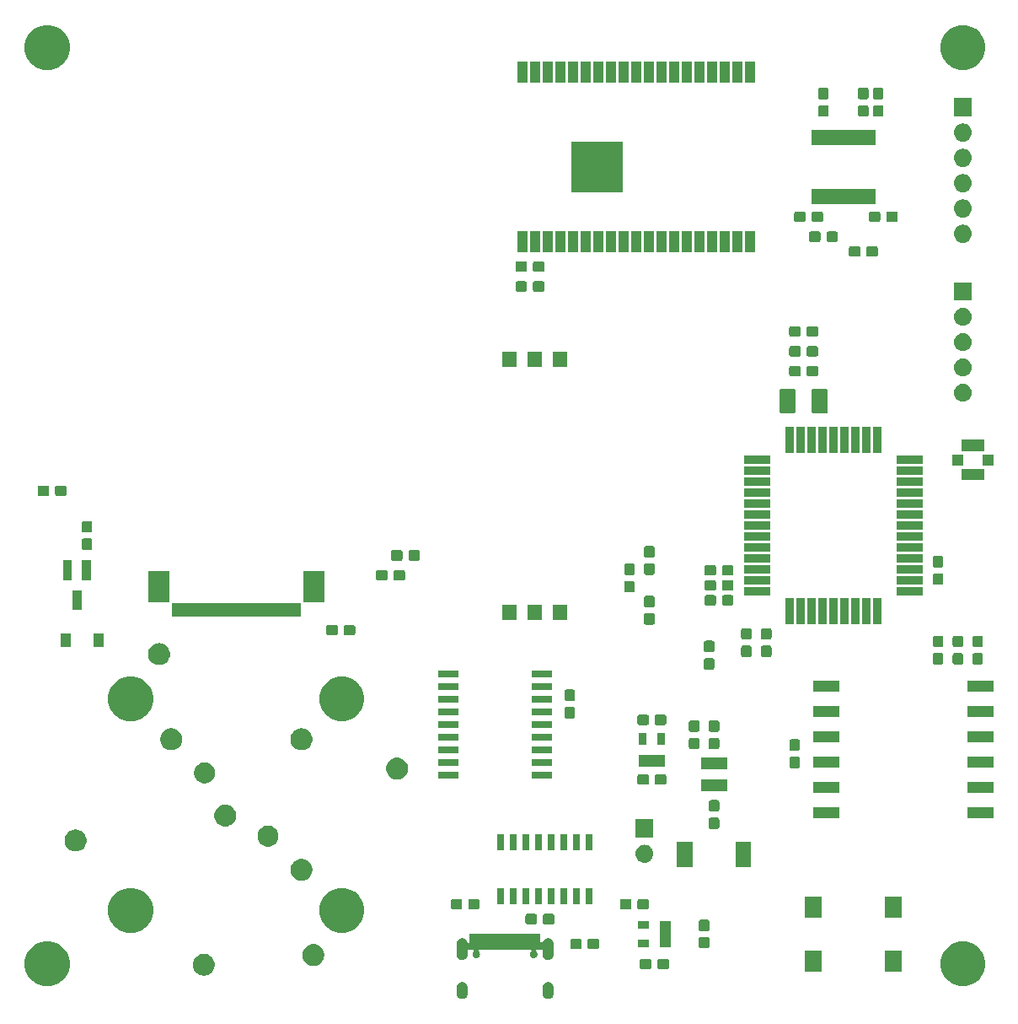
<source format=gbr>
G04 #@! TF.GenerationSoftware,KiCad,Pcbnew,(5.1.0-0)*
G04 #@! TF.CreationDate,2019-04-19T23:51:10-04:00*
G04 #@! TF.ProjectId,thingb-eval-hw,7468696e-6762-42d6-9576-616c2d68772e,rev?*
G04 #@! TF.SameCoordinates,Original*
G04 #@! TF.FileFunction,Soldermask,Top*
G04 #@! TF.FilePolarity,Negative*
%FSLAX46Y46*%
G04 Gerber Fmt 4.6, Leading zero omitted, Abs format (unit mm)*
G04 Created by KiCad (PCBNEW (5.1.0-0)) date 2019-04-19 23:51:10*
%MOMM*%
%LPD*%
G04 APERTURE LIST*
%ADD10C,0.100000*%
G04 APERTURE END LIST*
D10*
G36*
X95788014Y-147836973D02*
G01*
X95891878Y-147868479D01*
X95935907Y-147892013D01*
X95987599Y-147919643D01*
X95987601Y-147919644D01*
X95987600Y-147919644D01*
X96071501Y-147988499D01*
X96140356Y-148072400D01*
X96191521Y-148168121D01*
X96223027Y-148271985D01*
X96231000Y-148352933D01*
X96231000Y-149007067D01*
X96223027Y-149088015D01*
X96191521Y-149191879D01*
X96191519Y-149191882D01*
X96140357Y-149287600D01*
X96071501Y-149371501D01*
X95987600Y-149440357D01*
X95919055Y-149476995D01*
X95891879Y-149491521D01*
X95788015Y-149523027D01*
X95680000Y-149533666D01*
X95571986Y-149523027D01*
X95468122Y-149491521D01*
X95440946Y-149476995D01*
X95372401Y-149440357D01*
X95288500Y-149371501D01*
X95219645Y-149287601D01*
X95168480Y-149191879D01*
X95136973Y-149088015D01*
X95129000Y-149007067D01*
X95129000Y-148352934D01*
X95136973Y-148271986D01*
X95168479Y-148168122D01*
X95219644Y-148072400D01*
X95288499Y-147988499D01*
X95372400Y-147919644D01*
X95372399Y-147919644D01*
X95372401Y-147919643D01*
X95424093Y-147892013D01*
X95468121Y-147868479D01*
X95571985Y-147836973D01*
X95680000Y-147826334D01*
X95788014Y-147836973D01*
X95788014Y-147836973D01*
G37*
G36*
X104428014Y-147836973D02*
G01*
X104531878Y-147868479D01*
X104575907Y-147892013D01*
X104627599Y-147919643D01*
X104627601Y-147919644D01*
X104627600Y-147919644D01*
X104711501Y-147988499D01*
X104780356Y-148072400D01*
X104831521Y-148168121D01*
X104863027Y-148271985D01*
X104871000Y-148352933D01*
X104871000Y-149007067D01*
X104863027Y-149088015D01*
X104831521Y-149191879D01*
X104831519Y-149191882D01*
X104780357Y-149287600D01*
X104711501Y-149371501D01*
X104627600Y-149440357D01*
X104559055Y-149476995D01*
X104531879Y-149491521D01*
X104428015Y-149523027D01*
X104320000Y-149533666D01*
X104211986Y-149523027D01*
X104108122Y-149491521D01*
X104080946Y-149476995D01*
X104012401Y-149440357D01*
X103928500Y-149371501D01*
X103859645Y-149287601D01*
X103808480Y-149191879D01*
X103776973Y-149088015D01*
X103769000Y-149007067D01*
X103769000Y-148352934D01*
X103776973Y-148271986D01*
X103808479Y-148168122D01*
X103859644Y-148072400D01*
X103928499Y-147988499D01*
X104012400Y-147919644D01*
X104012399Y-147919644D01*
X104012401Y-147919643D01*
X104064093Y-147892013D01*
X104108121Y-147868479D01*
X104211985Y-147836973D01*
X104320000Y-147826334D01*
X104428014Y-147836973D01*
X104428014Y-147836973D01*
G37*
G36*
X146275880Y-143759776D02*
G01*
X146656593Y-143835504D01*
X147066249Y-144005189D01*
X147434929Y-144251534D01*
X147748466Y-144565071D01*
X147994811Y-144933751D01*
X148164496Y-145343407D01*
X148251000Y-145778296D01*
X148251000Y-146221704D01*
X148164496Y-146656593D01*
X147994811Y-147066249D01*
X147748466Y-147434929D01*
X147434929Y-147748466D01*
X147066249Y-147994811D01*
X146656593Y-148164496D01*
X146275880Y-148240224D01*
X146221705Y-148251000D01*
X145778295Y-148251000D01*
X145724120Y-148240224D01*
X145343407Y-148164496D01*
X144933751Y-147994811D01*
X144565071Y-147748466D01*
X144251534Y-147434929D01*
X144005189Y-147066249D01*
X143835504Y-146656593D01*
X143749000Y-146221704D01*
X143749000Y-145778296D01*
X143835504Y-145343407D01*
X144005189Y-144933751D01*
X144251534Y-144565071D01*
X144565071Y-144251534D01*
X144933751Y-144005189D01*
X145343407Y-143835504D01*
X145724120Y-143759776D01*
X145778295Y-143749000D01*
X146221705Y-143749000D01*
X146275880Y-143759776D01*
X146275880Y-143759776D01*
G37*
G36*
X54275880Y-143759776D02*
G01*
X54656593Y-143835504D01*
X55066249Y-144005189D01*
X55434929Y-144251534D01*
X55748466Y-144565071D01*
X55994811Y-144933751D01*
X56164496Y-145343407D01*
X56251000Y-145778296D01*
X56251000Y-146221704D01*
X56164496Y-146656593D01*
X55994811Y-147066249D01*
X55748466Y-147434929D01*
X55434929Y-147748466D01*
X55066249Y-147994811D01*
X54656593Y-148164496D01*
X54275880Y-148240224D01*
X54221705Y-148251000D01*
X53778295Y-148251000D01*
X53724120Y-148240224D01*
X53343407Y-148164496D01*
X52933751Y-147994811D01*
X52565071Y-147748466D01*
X52251534Y-147434929D01*
X52005189Y-147066249D01*
X51835504Y-146656593D01*
X51749000Y-146221704D01*
X51749000Y-145778296D01*
X51835504Y-145343407D01*
X52005189Y-144933751D01*
X52251534Y-144565071D01*
X52565071Y-144251534D01*
X52933751Y-144005189D01*
X53343407Y-143835504D01*
X53724120Y-143759776D01*
X53778295Y-143749000D01*
X54221705Y-143749000D01*
X54275880Y-143759776D01*
X54275880Y-143759776D01*
G37*
G36*
X69929678Y-144992966D02*
G01*
X70067150Y-145020311D01*
X70074170Y-145023219D01*
X70267520Y-145103307D01*
X70447844Y-145223795D01*
X70601205Y-145377156D01*
X70721693Y-145557480D01*
X70757795Y-145644639D01*
X70804689Y-145757850D01*
X70847000Y-145970561D01*
X70847000Y-146187439D01*
X70804689Y-146400150D01*
X70789610Y-146436554D01*
X70721693Y-146600520D01*
X70601205Y-146780844D01*
X70447844Y-146934205D01*
X70267520Y-147054693D01*
X70167334Y-147096191D01*
X70067150Y-147137689D01*
X69960794Y-147158845D01*
X69854440Y-147180000D01*
X69637560Y-147180000D01*
X69531206Y-147158845D01*
X69424850Y-147137689D01*
X69324666Y-147096191D01*
X69224480Y-147054693D01*
X69044156Y-146934205D01*
X68890795Y-146780844D01*
X68770307Y-146600520D01*
X68702390Y-146436554D01*
X68687311Y-146400150D01*
X68645000Y-146187439D01*
X68645000Y-145970561D01*
X68687311Y-145757850D01*
X68734205Y-145644639D01*
X68770307Y-145557480D01*
X68890795Y-145377156D01*
X69044156Y-145223795D01*
X69224480Y-145103307D01*
X69417830Y-145023219D01*
X69424850Y-145020311D01*
X69562322Y-144992966D01*
X69637560Y-144978000D01*
X69854440Y-144978000D01*
X69929678Y-144992966D01*
X69929678Y-144992966D01*
G37*
G36*
X139851000Y-146751000D02*
G01*
X138149000Y-146751000D01*
X138149000Y-144649000D01*
X139851000Y-144649000D01*
X139851000Y-146751000D01*
X139851000Y-146751000D01*
G37*
G36*
X131851000Y-146751000D02*
G01*
X130149000Y-146751000D01*
X130149000Y-144649000D01*
X131851000Y-144649000D01*
X131851000Y-146751000D01*
X131851000Y-146751000D01*
G37*
G36*
X116289499Y-145478445D02*
G01*
X116326995Y-145489820D01*
X116361554Y-145508292D01*
X116391847Y-145533153D01*
X116416708Y-145563446D01*
X116435180Y-145598005D01*
X116446555Y-145635501D01*
X116451000Y-145680638D01*
X116451000Y-146319362D01*
X116446555Y-146364499D01*
X116435180Y-146401995D01*
X116416708Y-146436554D01*
X116391847Y-146466847D01*
X116361554Y-146491708D01*
X116326995Y-146510180D01*
X116289499Y-146521555D01*
X116244362Y-146526000D01*
X115505638Y-146526000D01*
X115460501Y-146521555D01*
X115423005Y-146510180D01*
X115388446Y-146491708D01*
X115358153Y-146466847D01*
X115333292Y-146436554D01*
X115314820Y-146401995D01*
X115303445Y-146364499D01*
X115299000Y-146319362D01*
X115299000Y-145680638D01*
X115303445Y-145635501D01*
X115314820Y-145598005D01*
X115333292Y-145563446D01*
X115358153Y-145533153D01*
X115388446Y-145508292D01*
X115423005Y-145489820D01*
X115460501Y-145478445D01*
X115505638Y-145474000D01*
X116244362Y-145474000D01*
X116289499Y-145478445D01*
X116289499Y-145478445D01*
G37*
G36*
X114539499Y-145478445D02*
G01*
X114576995Y-145489820D01*
X114611554Y-145508292D01*
X114641847Y-145533153D01*
X114666708Y-145563446D01*
X114685180Y-145598005D01*
X114696555Y-145635501D01*
X114701000Y-145680638D01*
X114701000Y-146319362D01*
X114696555Y-146364499D01*
X114685180Y-146401995D01*
X114666708Y-146436554D01*
X114641847Y-146466847D01*
X114611554Y-146491708D01*
X114576995Y-146510180D01*
X114539499Y-146521555D01*
X114494362Y-146526000D01*
X113755638Y-146526000D01*
X113710501Y-146521555D01*
X113673005Y-146510180D01*
X113638446Y-146491708D01*
X113608153Y-146466847D01*
X113583292Y-146436554D01*
X113564820Y-146401995D01*
X113553445Y-146364499D01*
X113549000Y-146319362D01*
X113549000Y-145680638D01*
X113553445Y-145635501D01*
X113564820Y-145598005D01*
X113583292Y-145563446D01*
X113608153Y-145533153D01*
X113638446Y-145508292D01*
X113673005Y-145489820D01*
X113710501Y-145478445D01*
X113755638Y-145474000D01*
X114494362Y-145474000D01*
X114539499Y-145478445D01*
X114539499Y-145478445D01*
G37*
G36*
X80964794Y-144022155D02*
G01*
X81071150Y-144043311D01*
X81271520Y-144126307D01*
X81451844Y-144246795D01*
X81605205Y-144400156D01*
X81725693Y-144580480D01*
X81745444Y-144628164D01*
X81808689Y-144780850D01*
X81851000Y-144993561D01*
X81851000Y-145210439D01*
X81808689Y-145423150D01*
X81773422Y-145508292D01*
X81725693Y-145623520D01*
X81605205Y-145803844D01*
X81451844Y-145957205D01*
X81271520Y-146077693D01*
X81176704Y-146116967D01*
X81071150Y-146160689D01*
X80964795Y-146181844D01*
X80858440Y-146203000D01*
X80641560Y-146203000D01*
X80535205Y-146181844D01*
X80428850Y-146160689D01*
X80323296Y-146116967D01*
X80228480Y-146077693D01*
X80048156Y-145957205D01*
X79894795Y-145803844D01*
X79774307Y-145623520D01*
X79726578Y-145508292D01*
X79691311Y-145423150D01*
X79649000Y-145210439D01*
X79649000Y-144993561D01*
X79691311Y-144780850D01*
X79754556Y-144628164D01*
X79774307Y-144580480D01*
X79894795Y-144400156D01*
X80048156Y-144246795D01*
X80228480Y-144126307D01*
X80428850Y-144043311D01*
X80535206Y-144022155D01*
X80641560Y-144001000D01*
X80858440Y-144001000D01*
X80964794Y-144022155D01*
X80964794Y-144022155D01*
G37*
G36*
X103551000Y-143744245D02*
G01*
X103553402Y-143768631D01*
X103560515Y-143792080D01*
X103572066Y-143813691D01*
X103587611Y-143832633D01*
X103606553Y-143848178D01*
X103628164Y-143859729D01*
X103651613Y-143866842D01*
X103675999Y-143869244D01*
X103700385Y-143866842D01*
X103723834Y-143859729D01*
X103745445Y-143848178D01*
X103764387Y-143832633D01*
X103779932Y-143813691D01*
X103791483Y-143792080D01*
X103795609Y-143780548D01*
X103808479Y-143738122D01*
X103859644Y-143642400D01*
X103928499Y-143558499D01*
X104007068Y-143494020D01*
X104012401Y-143489643D01*
X104066922Y-143460501D01*
X104108121Y-143438479D01*
X104211985Y-143406973D01*
X104320000Y-143396334D01*
X104428014Y-143406973D01*
X104531878Y-143438479D01*
X104573078Y-143460501D01*
X104627599Y-143489643D01*
X104632932Y-143494020D01*
X104711501Y-143558499D01*
X104780356Y-143642400D01*
X104831521Y-143738121D01*
X104863027Y-143841985D01*
X104871000Y-143922933D01*
X104871000Y-145077067D01*
X104863027Y-145158015D01*
X104831521Y-145261879D01*
X104827348Y-145269686D01*
X104780357Y-145357600D01*
X104711501Y-145441501D01*
X104627600Y-145510357D01*
X104584951Y-145533153D01*
X104531879Y-145561521D01*
X104428015Y-145593027D01*
X104320000Y-145603666D01*
X104211986Y-145593027D01*
X104108122Y-145561521D01*
X104055050Y-145533153D01*
X104012401Y-145510357D01*
X103928500Y-145441501D01*
X103859644Y-145357600D01*
X103812653Y-145269686D01*
X103808480Y-145261879D01*
X103776974Y-145158015D01*
X103769001Y-145077067D01*
X103769001Y-144675995D01*
X103766599Y-144651613D01*
X103759486Y-144628164D01*
X103747935Y-144606553D01*
X103732390Y-144587611D01*
X103713448Y-144572066D01*
X103691837Y-144560515D01*
X103668388Y-144553402D01*
X103644002Y-144551000D01*
X103244518Y-144551000D01*
X103220132Y-144553402D01*
X103196683Y-144560515D01*
X103175072Y-144572066D01*
X103156130Y-144587611D01*
X103140585Y-144606553D01*
X103129034Y-144628164D01*
X103121921Y-144651613D01*
X103119519Y-144675999D01*
X103121921Y-144700385D01*
X103129034Y-144723834D01*
X103140585Y-144745445D01*
X103156125Y-144764381D01*
X103182058Y-144790314D01*
X103223207Y-144851897D01*
X103251550Y-144920325D01*
X103251551Y-144920328D01*
X103266000Y-144992966D01*
X103266000Y-145067034D01*
X103258785Y-145103307D01*
X103251550Y-145139675D01*
X103223207Y-145208103D01*
X103182058Y-145269686D01*
X103129686Y-145322058D01*
X103068103Y-145363207D01*
X102999675Y-145391550D01*
X102999674Y-145391550D01*
X102999672Y-145391551D01*
X102927034Y-145406000D01*
X102852966Y-145406000D01*
X102780328Y-145391551D01*
X102780326Y-145391550D01*
X102780325Y-145391550D01*
X102711897Y-145363207D01*
X102650314Y-145322058D01*
X102597942Y-145269686D01*
X102556793Y-145208103D01*
X102528450Y-145139675D01*
X102521216Y-145103307D01*
X102514000Y-145067034D01*
X102514000Y-144992966D01*
X102528449Y-144920328D01*
X102528450Y-144920325D01*
X102556793Y-144851897D01*
X102597942Y-144790314D01*
X102623875Y-144764381D01*
X102639415Y-144745445D01*
X102650966Y-144723834D01*
X102658079Y-144700385D01*
X102660481Y-144675999D01*
X102658079Y-144651613D01*
X102650966Y-144628164D01*
X102639415Y-144606553D01*
X102623870Y-144587611D01*
X102604928Y-144572066D01*
X102583317Y-144560515D01*
X102559868Y-144553402D01*
X102535482Y-144551000D01*
X97464518Y-144551000D01*
X97440132Y-144553402D01*
X97416683Y-144560515D01*
X97395072Y-144572066D01*
X97376130Y-144587611D01*
X97360585Y-144606553D01*
X97349034Y-144628164D01*
X97341921Y-144651613D01*
X97339519Y-144675999D01*
X97341921Y-144700385D01*
X97349034Y-144723834D01*
X97360585Y-144745445D01*
X97376125Y-144764381D01*
X97402058Y-144790314D01*
X97443207Y-144851897D01*
X97471550Y-144920325D01*
X97471551Y-144920328D01*
X97486000Y-144992966D01*
X97486000Y-145067034D01*
X97478785Y-145103307D01*
X97471550Y-145139675D01*
X97443207Y-145208103D01*
X97402058Y-145269686D01*
X97349686Y-145322058D01*
X97288103Y-145363207D01*
X97219675Y-145391550D01*
X97219674Y-145391550D01*
X97219672Y-145391551D01*
X97147034Y-145406000D01*
X97072966Y-145406000D01*
X97000328Y-145391551D01*
X97000326Y-145391550D01*
X97000325Y-145391550D01*
X96931897Y-145363207D01*
X96870314Y-145322058D01*
X96817942Y-145269686D01*
X96776793Y-145208103D01*
X96748450Y-145139675D01*
X96741216Y-145103307D01*
X96734000Y-145067034D01*
X96734000Y-144992966D01*
X96748449Y-144920328D01*
X96748450Y-144920325D01*
X96776793Y-144851897D01*
X96817942Y-144790314D01*
X96843875Y-144764381D01*
X96859415Y-144745445D01*
X96870966Y-144723834D01*
X96878079Y-144700385D01*
X96880481Y-144675999D01*
X96878079Y-144651613D01*
X96870966Y-144628164D01*
X96859415Y-144606553D01*
X96843870Y-144587611D01*
X96824928Y-144572066D01*
X96803317Y-144560515D01*
X96779868Y-144553402D01*
X96755482Y-144551000D01*
X96355999Y-144551000D01*
X96331613Y-144553402D01*
X96308164Y-144560515D01*
X96286553Y-144572066D01*
X96267611Y-144587611D01*
X96252066Y-144606553D01*
X96240515Y-144628164D01*
X96233402Y-144651613D01*
X96231000Y-144675999D01*
X96231000Y-145077067D01*
X96223027Y-145158015D01*
X96191521Y-145261879D01*
X96187348Y-145269686D01*
X96140357Y-145357600D01*
X96071501Y-145441501D01*
X95987600Y-145510357D01*
X95944951Y-145533153D01*
X95891879Y-145561521D01*
X95788015Y-145593027D01*
X95680000Y-145603666D01*
X95571986Y-145593027D01*
X95468122Y-145561521D01*
X95415050Y-145533153D01*
X95372401Y-145510357D01*
X95288500Y-145441501D01*
X95219644Y-145357600D01*
X95172653Y-145269686D01*
X95168480Y-145261879D01*
X95136974Y-145158015D01*
X95129001Y-145077067D01*
X95129000Y-143922934D01*
X95136973Y-143841986D01*
X95168479Y-143738122D01*
X95219644Y-143642400D01*
X95288499Y-143558499D01*
X95367068Y-143494020D01*
X95372401Y-143489643D01*
X95426922Y-143460501D01*
X95468121Y-143438479D01*
X95571985Y-143406973D01*
X95680000Y-143396334D01*
X95788014Y-143406973D01*
X95891878Y-143438479D01*
X95933078Y-143460501D01*
X95987599Y-143489643D01*
X95992932Y-143494020D01*
X96071501Y-143558499D01*
X96140356Y-143642400D01*
X96191521Y-143738121D01*
X96204388Y-143780538D01*
X96213762Y-143803168D01*
X96227375Y-143823542D01*
X96244702Y-143840869D01*
X96265077Y-143854483D01*
X96287716Y-143863861D01*
X96311749Y-143868641D01*
X96336253Y-143868641D01*
X96360286Y-143863861D01*
X96382925Y-143854483D01*
X96403299Y-143840870D01*
X96420626Y-143823543D01*
X96434240Y-143803168D01*
X96443618Y-143780529D01*
X96448398Y-143756496D01*
X96449000Y-143744244D01*
X96449000Y-142999000D01*
X103551000Y-142999000D01*
X103551000Y-143744245D01*
X103551000Y-143744245D01*
G37*
G36*
X107539499Y-143478445D02*
G01*
X107576995Y-143489820D01*
X107611554Y-143508292D01*
X107641847Y-143533153D01*
X107666708Y-143563446D01*
X107685180Y-143598005D01*
X107696555Y-143635501D01*
X107701000Y-143680638D01*
X107701000Y-144319362D01*
X107696555Y-144364499D01*
X107685180Y-144401995D01*
X107666708Y-144436554D01*
X107641847Y-144466847D01*
X107611554Y-144491708D01*
X107576995Y-144510180D01*
X107539499Y-144521555D01*
X107494362Y-144526000D01*
X106755638Y-144526000D01*
X106710501Y-144521555D01*
X106673005Y-144510180D01*
X106638446Y-144491708D01*
X106608153Y-144466847D01*
X106583292Y-144436554D01*
X106564820Y-144401995D01*
X106553445Y-144364499D01*
X106549000Y-144319362D01*
X106549000Y-143680638D01*
X106553445Y-143635501D01*
X106564820Y-143598005D01*
X106583292Y-143563446D01*
X106608153Y-143533153D01*
X106638446Y-143508292D01*
X106673005Y-143489820D01*
X106710501Y-143478445D01*
X106755638Y-143474000D01*
X107494362Y-143474000D01*
X107539499Y-143478445D01*
X107539499Y-143478445D01*
G37*
G36*
X109289499Y-143478445D02*
G01*
X109326995Y-143489820D01*
X109361554Y-143508292D01*
X109391847Y-143533153D01*
X109416708Y-143563446D01*
X109435180Y-143598005D01*
X109446555Y-143635501D01*
X109451000Y-143680638D01*
X109451000Y-144319362D01*
X109446555Y-144364499D01*
X109435180Y-144401995D01*
X109416708Y-144436554D01*
X109391847Y-144466847D01*
X109361554Y-144491708D01*
X109326995Y-144510180D01*
X109289499Y-144521555D01*
X109244362Y-144526000D01*
X108505638Y-144526000D01*
X108460501Y-144521555D01*
X108423005Y-144510180D01*
X108388446Y-144491708D01*
X108358153Y-144466847D01*
X108333292Y-144436554D01*
X108314820Y-144401995D01*
X108303445Y-144364499D01*
X108299000Y-144319362D01*
X108299000Y-143680638D01*
X108303445Y-143635501D01*
X108314820Y-143598005D01*
X108333292Y-143563446D01*
X108358153Y-143533153D01*
X108388446Y-143508292D01*
X108423005Y-143489820D01*
X108460501Y-143478445D01*
X108505638Y-143474000D01*
X109244362Y-143474000D01*
X109289499Y-143478445D01*
X109289499Y-143478445D01*
G37*
G36*
X120364499Y-143303445D02*
G01*
X120401995Y-143314820D01*
X120436554Y-143333292D01*
X120466847Y-143358153D01*
X120491708Y-143388446D01*
X120510180Y-143423005D01*
X120521555Y-143460501D01*
X120526000Y-143505638D01*
X120526000Y-144244362D01*
X120521555Y-144289499D01*
X120510180Y-144326995D01*
X120491708Y-144361554D01*
X120466847Y-144391847D01*
X120436554Y-144416708D01*
X120401995Y-144435180D01*
X120364499Y-144446555D01*
X120319362Y-144451000D01*
X119680638Y-144451000D01*
X119635501Y-144446555D01*
X119598005Y-144435180D01*
X119563446Y-144416708D01*
X119533153Y-144391847D01*
X119508292Y-144361554D01*
X119489820Y-144326995D01*
X119478445Y-144289499D01*
X119474000Y-144244362D01*
X119474000Y-143505638D01*
X119478445Y-143460501D01*
X119489820Y-143423005D01*
X119508292Y-143388446D01*
X119533153Y-143358153D01*
X119563446Y-143333292D01*
X119598005Y-143314820D01*
X119635501Y-143303445D01*
X119680638Y-143299000D01*
X120319362Y-143299000D01*
X120364499Y-143303445D01*
X120364499Y-143303445D01*
G37*
G36*
X114481000Y-144326000D02*
G01*
X113319000Y-144326000D01*
X113319000Y-143574000D01*
X114481000Y-143574000D01*
X114481000Y-144326000D01*
X114481000Y-144326000D01*
G37*
G36*
X116681000Y-144326000D02*
G01*
X115519000Y-144326000D01*
X115519000Y-141674000D01*
X116681000Y-141674000D01*
X116681000Y-144326000D01*
X116681000Y-144326000D01*
G37*
G36*
X62665880Y-138369776D02*
G01*
X63046593Y-138445504D01*
X63456249Y-138615189D01*
X63824929Y-138861534D01*
X64138466Y-139175071D01*
X64384811Y-139543751D01*
X64554496Y-139953407D01*
X64641000Y-140388296D01*
X64641000Y-140831704D01*
X64554496Y-141266593D01*
X64384811Y-141676249D01*
X64138466Y-142044929D01*
X63824929Y-142358466D01*
X63456249Y-142604811D01*
X63046593Y-142774496D01*
X62665880Y-142850224D01*
X62611705Y-142861000D01*
X62168295Y-142861000D01*
X62114120Y-142850224D01*
X61733407Y-142774496D01*
X61323751Y-142604811D01*
X60955071Y-142358466D01*
X60641534Y-142044929D01*
X60395189Y-141676249D01*
X60225504Y-141266593D01*
X60139000Y-140831704D01*
X60139000Y-140388296D01*
X60225504Y-139953407D01*
X60395189Y-139543751D01*
X60641534Y-139175071D01*
X60955071Y-138861534D01*
X61323751Y-138615189D01*
X61733407Y-138445504D01*
X62114120Y-138369776D01*
X62168295Y-138359000D01*
X62611705Y-138359000D01*
X62665880Y-138369776D01*
X62665880Y-138369776D01*
G37*
G36*
X83885880Y-138369776D02*
G01*
X84266593Y-138445504D01*
X84676249Y-138615189D01*
X85044929Y-138861534D01*
X85358466Y-139175071D01*
X85604811Y-139543751D01*
X85774496Y-139953407D01*
X85861000Y-140388296D01*
X85861000Y-140831704D01*
X85774496Y-141266593D01*
X85604811Y-141676249D01*
X85358466Y-142044929D01*
X85044929Y-142358466D01*
X84676249Y-142604811D01*
X84266593Y-142774496D01*
X83885880Y-142850224D01*
X83831705Y-142861000D01*
X83388295Y-142861000D01*
X83334120Y-142850224D01*
X82953407Y-142774496D01*
X82543751Y-142604811D01*
X82175071Y-142358466D01*
X81861534Y-142044929D01*
X81615189Y-141676249D01*
X81445504Y-141266593D01*
X81359000Y-140831704D01*
X81359000Y-140388296D01*
X81445504Y-139953407D01*
X81615189Y-139543751D01*
X81861534Y-139175071D01*
X82175071Y-138861534D01*
X82543751Y-138615189D01*
X82953407Y-138445504D01*
X83334120Y-138369776D01*
X83388295Y-138359000D01*
X83831705Y-138359000D01*
X83885880Y-138369776D01*
X83885880Y-138369776D01*
G37*
G36*
X120364499Y-141553445D02*
G01*
X120401995Y-141564820D01*
X120436554Y-141583292D01*
X120466847Y-141608153D01*
X120491708Y-141638446D01*
X120510180Y-141673005D01*
X120521555Y-141710501D01*
X120526000Y-141755638D01*
X120526000Y-142494362D01*
X120521555Y-142539499D01*
X120510180Y-142576995D01*
X120491708Y-142611554D01*
X120466847Y-142641847D01*
X120436554Y-142666708D01*
X120401995Y-142685180D01*
X120364499Y-142696555D01*
X120319362Y-142701000D01*
X119680638Y-142701000D01*
X119635501Y-142696555D01*
X119598005Y-142685180D01*
X119563446Y-142666708D01*
X119533153Y-142641847D01*
X119508292Y-142611554D01*
X119489820Y-142576995D01*
X119478445Y-142539499D01*
X119474000Y-142494362D01*
X119474000Y-141755638D01*
X119478445Y-141710501D01*
X119489820Y-141673005D01*
X119508292Y-141638446D01*
X119533153Y-141608153D01*
X119563446Y-141583292D01*
X119598005Y-141564820D01*
X119635501Y-141553445D01*
X119680638Y-141549000D01*
X120319362Y-141549000D01*
X120364499Y-141553445D01*
X120364499Y-141553445D01*
G37*
G36*
X114481000Y-142426000D02*
G01*
X113319000Y-142426000D01*
X113319000Y-141674000D01*
X114481000Y-141674000D01*
X114481000Y-142426000D01*
X114481000Y-142426000D01*
G37*
G36*
X103039499Y-140978445D02*
G01*
X103076995Y-140989820D01*
X103111554Y-141008292D01*
X103141847Y-141033153D01*
X103166708Y-141063446D01*
X103185180Y-141098005D01*
X103196555Y-141135501D01*
X103201000Y-141180638D01*
X103201000Y-141819362D01*
X103196555Y-141864499D01*
X103185180Y-141901995D01*
X103166708Y-141936554D01*
X103141847Y-141966847D01*
X103111554Y-141991708D01*
X103076995Y-142010180D01*
X103039499Y-142021555D01*
X102994362Y-142026000D01*
X102255638Y-142026000D01*
X102210501Y-142021555D01*
X102173005Y-142010180D01*
X102138446Y-141991708D01*
X102108153Y-141966847D01*
X102083292Y-141936554D01*
X102064820Y-141901995D01*
X102053445Y-141864499D01*
X102049000Y-141819362D01*
X102049000Y-141180638D01*
X102053445Y-141135501D01*
X102064820Y-141098005D01*
X102083292Y-141063446D01*
X102108153Y-141033153D01*
X102138446Y-141008292D01*
X102173005Y-140989820D01*
X102210501Y-140978445D01*
X102255638Y-140974000D01*
X102994362Y-140974000D01*
X103039499Y-140978445D01*
X103039499Y-140978445D01*
G37*
G36*
X104789499Y-140978445D02*
G01*
X104826995Y-140989820D01*
X104861554Y-141008292D01*
X104891847Y-141033153D01*
X104916708Y-141063446D01*
X104935180Y-141098005D01*
X104946555Y-141135501D01*
X104951000Y-141180638D01*
X104951000Y-141819362D01*
X104946555Y-141864499D01*
X104935180Y-141901995D01*
X104916708Y-141936554D01*
X104891847Y-141966847D01*
X104861554Y-141991708D01*
X104826995Y-142010180D01*
X104789499Y-142021555D01*
X104744362Y-142026000D01*
X104005638Y-142026000D01*
X103960501Y-142021555D01*
X103923005Y-142010180D01*
X103888446Y-141991708D01*
X103858153Y-141966847D01*
X103833292Y-141936554D01*
X103814820Y-141901995D01*
X103803445Y-141864499D01*
X103799000Y-141819362D01*
X103799000Y-141180638D01*
X103803445Y-141135501D01*
X103814820Y-141098005D01*
X103833292Y-141063446D01*
X103858153Y-141033153D01*
X103888446Y-141008292D01*
X103923005Y-140989820D01*
X103960501Y-140978445D01*
X104005638Y-140974000D01*
X104744362Y-140974000D01*
X104789499Y-140978445D01*
X104789499Y-140978445D01*
G37*
G36*
X131851000Y-141351000D02*
G01*
X130149000Y-141351000D01*
X130149000Y-139249000D01*
X131851000Y-139249000D01*
X131851000Y-141351000D01*
X131851000Y-141351000D01*
G37*
G36*
X139851000Y-141351000D02*
G01*
X138149000Y-141351000D01*
X138149000Y-139249000D01*
X139851000Y-139249000D01*
X139851000Y-141351000D01*
X139851000Y-141351000D01*
G37*
G36*
X95539499Y-139478445D02*
G01*
X95576995Y-139489820D01*
X95611554Y-139508292D01*
X95641847Y-139533153D01*
X95666708Y-139563446D01*
X95685180Y-139598005D01*
X95696555Y-139635501D01*
X95701000Y-139680638D01*
X95701000Y-140319362D01*
X95696555Y-140364499D01*
X95685180Y-140401995D01*
X95666708Y-140436554D01*
X95641847Y-140466847D01*
X95611554Y-140491708D01*
X95576995Y-140510180D01*
X95539499Y-140521555D01*
X95494362Y-140526000D01*
X94755638Y-140526000D01*
X94710501Y-140521555D01*
X94673005Y-140510180D01*
X94638446Y-140491708D01*
X94608153Y-140466847D01*
X94583292Y-140436554D01*
X94564820Y-140401995D01*
X94553445Y-140364499D01*
X94549000Y-140319362D01*
X94549000Y-139680638D01*
X94553445Y-139635501D01*
X94564820Y-139598005D01*
X94583292Y-139563446D01*
X94608153Y-139533153D01*
X94638446Y-139508292D01*
X94673005Y-139489820D01*
X94710501Y-139478445D01*
X94755638Y-139474000D01*
X95494362Y-139474000D01*
X95539499Y-139478445D01*
X95539499Y-139478445D01*
G37*
G36*
X97289499Y-139478445D02*
G01*
X97326995Y-139489820D01*
X97361554Y-139508292D01*
X97391847Y-139533153D01*
X97416708Y-139563446D01*
X97435180Y-139598005D01*
X97446555Y-139635501D01*
X97451000Y-139680638D01*
X97451000Y-140319362D01*
X97446555Y-140364499D01*
X97435180Y-140401995D01*
X97416708Y-140436554D01*
X97391847Y-140466847D01*
X97361554Y-140491708D01*
X97326995Y-140510180D01*
X97289499Y-140521555D01*
X97244362Y-140526000D01*
X96505638Y-140526000D01*
X96460501Y-140521555D01*
X96423005Y-140510180D01*
X96388446Y-140491708D01*
X96358153Y-140466847D01*
X96333292Y-140436554D01*
X96314820Y-140401995D01*
X96303445Y-140364499D01*
X96299000Y-140319362D01*
X96299000Y-139680638D01*
X96303445Y-139635501D01*
X96314820Y-139598005D01*
X96333292Y-139563446D01*
X96358153Y-139533153D01*
X96388446Y-139508292D01*
X96423005Y-139489820D01*
X96460501Y-139478445D01*
X96505638Y-139474000D01*
X97244362Y-139474000D01*
X97289499Y-139478445D01*
X97289499Y-139478445D01*
G37*
G36*
X112539499Y-139478445D02*
G01*
X112576995Y-139489820D01*
X112611554Y-139508292D01*
X112641847Y-139533153D01*
X112666708Y-139563446D01*
X112685180Y-139598005D01*
X112696555Y-139635501D01*
X112701000Y-139680638D01*
X112701000Y-140319362D01*
X112696555Y-140364499D01*
X112685180Y-140401995D01*
X112666708Y-140436554D01*
X112641847Y-140466847D01*
X112611554Y-140491708D01*
X112576995Y-140510180D01*
X112539499Y-140521555D01*
X112494362Y-140526000D01*
X111755638Y-140526000D01*
X111710501Y-140521555D01*
X111673005Y-140510180D01*
X111638446Y-140491708D01*
X111608153Y-140466847D01*
X111583292Y-140436554D01*
X111564820Y-140401995D01*
X111553445Y-140364499D01*
X111549000Y-140319362D01*
X111549000Y-139680638D01*
X111553445Y-139635501D01*
X111564820Y-139598005D01*
X111583292Y-139563446D01*
X111608153Y-139533153D01*
X111638446Y-139508292D01*
X111673005Y-139489820D01*
X111710501Y-139478445D01*
X111755638Y-139474000D01*
X112494362Y-139474000D01*
X112539499Y-139478445D01*
X112539499Y-139478445D01*
G37*
G36*
X114289499Y-139478445D02*
G01*
X114326995Y-139489820D01*
X114361554Y-139508292D01*
X114391847Y-139533153D01*
X114416708Y-139563446D01*
X114435180Y-139598005D01*
X114446555Y-139635501D01*
X114451000Y-139680638D01*
X114451000Y-140319362D01*
X114446555Y-140364499D01*
X114435180Y-140401995D01*
X114416708Y-140436554D01*
X114391847Y-140466847D01*
X114361554Y-140491708D01*
X114326995Y-140510180D01*
X114289499Y-140521555D01*
X114244362Y-140526000D01*
X113505638Y-140526000D01*
X113460501Y-140521555D01*
X113423005Y-140510180D01*
X113388446Y-140491708D01*
X113358153Y-140466847D01*
X113333292Y-140436554D01*
X113314820Y-140401995D01*
X113303445Y-140364499D01*
X113299000Y-140319362D01*
X113299000Y-139680638D01*
X113303445Y-139635501D01*
X113314820Y-139598005D01*
X113333292Y-139563446D01*
X113358153Y-139533153D01*
X113388446Y-139508292D01*
X113423005Y-139489820D01*
X113460501Y-139478445D01*
X113505638Y-139474000D01*
X114244362Y-139474000D01*
X114289499Y-139478445D01*
X114289499Y-139478445D01*
G37*
G36*
X104986000Y-140001000D02*
G01*
X104284000Y-140001000D01*
X104284000Y-138399000D01*
X104986000Y-138399000D01*
X104986000Y-140001000D01*
X104986000Y-140001000D01*
G37*
G36*
X106256000Y-140001000D02*
G01*
X105554000Y-140001000D01*
X105554000Y-138399000D01*
X106256000Y-138399000D01*
X106256000Y-140001000D01*
X106256000Y-140001000D01*
G37*
G36*
X103716000Y-140001000D02*
G01*
X103014000Y-140001000D01*
X103014000Y-138399000D01*
X103716000Y-138399000D01*
X103716000Y-140001000D01*
X103716000Y-140001000D01*
G37*
G36*
X102446000Y-140001000D02*
G01*
X101744000Y-140001000D01*
X101744000Y-138399000D01*
X102446000Y-138399000D01*
X102446000Y-140001000D01*
X102446000Y-140001000D01*
G37*
G36*
X101176000Y-140001000D02*
G01*
X100474000Y-140001000D01*
X100474000Y-138399000D01*
X101176000Y-138399000D01*
X101176000Y-140001000D01*
X101176000Y-140001000D01*
G37*
G36*
X99906000Y-140001000D02*
G01*
X99204000Y-140001000D01*
X99204000Y-138399000D01*
X99906000Y-138399000D01*
X99906000Y-140001000D01*
X99906000Y-140001000D01*
G37*
G36*
X107526000Y-140001000D02*
G01*
X106824000Y-140001000D01*
X106824000Y-138399000D01*
X107526000Y-138399000D01*
X107526000Y-140001000D01*
X107526000Y-140001000D01*
G37*
G36*
X108796000Y-140001000D02*
G01*
X108094000Y-140001000D01*
X108094000Y-138399000D01*
X108796000Y-138399000D01*
X108796000Y-140001000D01*
X108796000Y-140001000D01*
G37*
G36*
X79761794Y-135467155D02*
G01*
X79868150Y-135488311D01*
X79968334Y-135529809D01*
X80068520Y-135571307D01*
X80248844Y-135691795D01*
X80402205Y-135845156D01*
X80522693Y-136025480D01*
X80605689Y-136225851D01*
X80648000Y-136438560D01*
X80648000Y-136655440D01*
X80605689Y-136868149D01*
X80522693Y-137068520D01*
X80402205Y-137248844D01*
X80248844Y-137402205D01*
X80068520Y-137522693D01*
X79968334Y-137564191D01*
X79868150Y-137605689D01*
X79761795Y-137626844D01*
X79655440Y-137648000D01*
X79438560Y-137648000D01*
X79332205Y-137626844D01*
X79225850Y-137605689D01*
X79125666Y-137564191D01*
X79025480Y-137522693D01*
X78845156Y-137402205D01*
X78691795Y-137248844D01*
X78571307Y-137068520D01*
X78488311Y-136868149D01*
X78446000Y-136655440D01*
X78446000Y-136438560D01*
X78488311Y-136225851D01*
X78571307Y-136025480D01*
X78691795Y-135845156D01*
X78845156Y-135691795D01*
X79025480Y-135571307D01*
X79125666Y-135529809D01*
X79225850Y-135488311D01*
X79332206Y-135467155D01*
X79438560Y-135446000D01*
X79655440Y-135446000D01*
X79761794Y-135467155D01*
X79761794Y-135467155D01*
G37*
G36*
X118826000Y-136251000D02*
G01*
X117274000Y-136251000D01*
X117274000Y-133749000D01*
X118826000Y-133749000D01*
X118826000Y-136251000D01*
X118826000Y-136251000D01*
G37*
G36*
X124726000Y-136251000D02*
G01*
X123174000Y-136251000D01*
X123174000Y-133749000D01*
X124726000Y-133749000D01*
X124726000Y-136251000D01*
X124726000Y-136251000D01*
G37*
G36*
X114110442Y-134045518D02*
G01*
X114176627Y-134052037D01*
X114346466Y-134103557D01*
X114502991Y-134187222D01*
X114509556Y-134192610D01*
X114640186Y-134299814D01*
X114721585Y-134399000D01*
X114752778Y-134437009D01*
X114836443Y-134593534D01*
X114887963Y-134763373D01*
X114905359Y-134940000D01*
X114887963Y-135116627D01*
X114836443Y-135286466D01*
X114752778Y-135442991D01*
X114723448Y-135478729D01*
X114640186Y-135580186D01*
X114538729Y-135663448D01*
X114502991Y-135692778D01*
X114346466Y-135776443D01*
X114176627Y-135827963D01*
X114110442Y-135834482D01*
X114044260Y-135841000D01*
X113955740Y-135841000D01*
X113889558Y-135834482D01*
X113823373Y-135827963D01*
X113653534Y-135776443D01*
X113497009Y-135692778D01*
X113461271Y-135663448D01*
X113359814Y-135580186D01*
X113276552Y-135478729D01*
X113247222Y-135442991D01*
X113163557Y-135286466D01*
X113112037Y-135116627D01*
X113094641Y-134940000D01*
X113112037Y-134763373D01*
X113163557Y-134593534D01*
X113247222Y-134437009D01*
X113278415Y-134399000D01*
X113359814Y-134299814D01*
X113490444Y-134192610D01*
X113497009Y-134187222D01*
X113653534Y-134103557D01*
X113823373Y-134052037D01*
X113889558Y-134045518D01*
X113955740Y-134039000D01*
X114044260Y-134039000D01*
X114110442Y-134045518D01*
X114110442Y-134045518D01*
G37*
G36*
X57064795Y-132530156D02*
G01*
X57171150Y-132551311D01*
X57371520Y-132634307D01*
X57551844Y-132754795D01*
X57705205Y-132908156D01*
X57825693Y-133088480D01*
X57908689Y-133288851D01*
X57951000Y-133501560D01*
X57951000Y-133718440D01*
X57908689Y-133931149D01*
X57825693Y-134131520D01*
X57705205Y-134311844D01*
X57551844Y-134465205D01*
X57371520Y-134585693D01*
X57334565Y-134601000D01*
X57171150Y-134668689D01*
X57064794Y-134689845D01*
X56958440Y-134711000D01*
X56741560Y-134711000D01*
X56635206Y-134689845D01*
X56528850Y-134668689D01*
X56365435Y-134601000D01*
X56328480Y-134585693D01*
X56148156Y-134465205D01*
X55994795Y-134311844D01*
X55874307Y-134131520D01*
X55791311Y-133931149D01*
X55749000Y-133718440D01*
X55749000Y-133501560D01*
X55791311Y-133288851D01*
X55874307Y-133088480D01*
X55994795Y-132908156D01*
X56148156Y-132754795D01*
X56328480Y-132634307D01*
X56528850Y-132551311D01*
X56635205Y-132530156D01*
X56741560Y-132509000D01*
X56958440Y-132509000D01*
X57064795Y-132530156D01*
X57064795Y-132530156D01*
G37*
G36*
X108796000Y-134601000D02*
G01*
X108094000Y-134601000D01*
X108094000Y-132999000D01*
X108796000Y-132999000D01*
X108796000Y-134601000D01*
X108796000Y-134601000D01*
G37*
G36*
X107526000Y-134601000D02*
G01*
X106824000Y-134601000D01*
X106824000Y-132999000D01*
X107526000Y-132999000D01*
X107526000Y-134601000D01*
X107526000Y-134601000D01*
G37*
G36*
X106256000Y-134601000D02*
G01*
X105554000Y-134601000D01*
X105554000Y-132999000D01*
X106256000Y-132999000D01*
X106256000Y-134601000D01*
X106256000Y-134601000D01*
G37*
G36*
X104986000Y-134601000D02*
G01*
X104284000Y-134601000D01*
X104284000Y-132999000D01*
X104986000Y-132999000D01*
X104986000Y-134601000D01*
X104986000Y-134601000D01*
G37*
G36*
X99906000Y-134601000D02*
G01*
X99204000Y-134601000D01*
X99204000Y-132999000D01*
X99906000Y-132999000D01*
X99906000Y-134601000D01*
X99906000Y-134601000D01*
G37*
G36*
X103716000Y-134601000D02*
G01*
X103014000Y-134601000D01*
X103014000Y-132999000D01*
X103716000Y-132999000D01*
X103716000Y-134601000D01*
X103716000Y-134601000D01*
G37*
G36*
X102446000Y-134601000D02*
G01*
X101744000Y-134601000D01*
X101744000Y-132999000D01*
X102446000Y-132999000D01*
X102446000Y-134601000D01*
X102446000Y-134601000D01*
G37*
G36*
X101176000Y-134601000D02*
G01*
X100474000Y-134601000D01*
X100474000Y-132999000D01*
X101176000Y-132999000D01*
X101176000Y-134601000D01*
X101176000Y-134601000D01*
G37*
G36*
X76488564Y-132171389D02*
G01*
X76679833Y-132250615D01*
X76679835Y-132250616D01*
X76736751Y-132288646D01*
X76851973Y-132365635D01*
X76998365Y-132512027D01*
X77113385Y-132684167D01*
X77192611Y-132875436D01*
X77233000Y-133078484D01*
X77233000Y-133285516D01*
X77192611Y-133488564D01*
X77187227Y-133501561D01*
X77113384Y-133679835D01*
X76998365Y-133851973D01*
X76851973Y-133998365D01*
X76679835Y-134113384D01*
X76679834Y-134113385D01*
X76679833Y-134113385D01*
X76488564Y-134192611D01*
X76285516Y-134233000D01*
X76078484Y-134233000D01*
X75875436Y-134192611D01*
X75684167Y-134113385D01*
X75684166Y-134113385D01*
X75684165Y-134113384D01*
X75512027Y-133998365D01*
X75365635Y-133851973D01*
X75250616Y-133679835D01*
X75176773Y-133501561D01*
X75171389Y-133488564D01*
X75131000Y-133285516D01*
X75131000Y-133078484D01*
X75171389Y-132875436D01*
X75250615Y-132684167D01*
X75365635Y-132512027D01*
X75512027Y-132365635D01*
X75627249Y-132288646D01*
X75684165Y-132250616D01*
X75684167Y-132250615D01*
X75875436Y-132171389D01*
X76078484Y-132131000D01*
X76285516Y-132131000D01*
X76488564Y-132171389D01*
X76488564Y-132171389D01*
G37*
G36*
X114901000Y-133301000D02*
G01*
X113099000Y-133301000D01*
X113099000Y-131499000D01*
X114901000Y-131499000D01*
X114901000Y-133301000D01*
X114901000Y-133301000D01*
G37*
G36*
X121364499Y-131303445D02*
G01*
X121401995Y-131314820D01*
X121436554Y-131333292D01*
X121466847Y-131358153D01*
X121491708Y-131388446D01*
X121510180Y-131423005D01*
X121521555Y-131460501D01*
X121526000Y-131505638D01*
X121526000Y-132244362D01*
X121521555Y-132289499D01*
X121510180Y-132326995D01*
X121491708Y-132361554D01*
X121466847Y-132391847D01*
X121436554Y-132416708D01*
X121401995Y-132435180D01*
X121364499Y-132446555D01*
X121319362Y-132451000D01*
X120680638Y-132451000D01*
X120635501Y-132446555D01*
X120598005Y-132435180D01*
X120563446Y-132416708D01*
X120533153Y-132391847D01*
X120508292Y-132361554D01*
X120489820Y-132326995D01*
X120478445Y-132289499D01*
X120474000Y-132244362D01*
X120474000Y-131505638D01*
X120478445Y-131460501D01*
X120489820Y-131423005D01*
X120508292Y-131388446D01*
X120533153Y-131358153D01*
X120563446Y-131333292D01*
X120598005Y-131314820D01*
X120635501Y-131303445D01*
X120680638Y-131299000D01*
X121319362Y-131299000D01*
X121364499Y-131303445D01*
X121364499Y-131303445D01*
G37*
G36*
X72104794Y-130030155D02*
G01*
X72211150Y-130051311D01*
X72311334Y-130092809D01*
X72411520Y-130134307D01*
X72591844Y-130254795D01*
X72745205Y-130408156D01*
X72865693Y-130588480D01*
X72948689Y-130788851D01*
X72991000Y-131001560D01*
X72991000Y-131218440D01*
X72948689Y-131431149D01*
X72865693Y-131631520D01*
X72745205Y-131811844D01*
X72591844Y-131965205D01*
X72411520Y-132085693D01*
X72211150Y-132168689D01*
X72114067Y-132188000D01*
X71998440Y-132211000D01*
X71781560Y-132211000D01*
X71665933Y-132188000D01*
X71568850Y-132168689D01*
X71368480Y-132085693D01*
X71188156Y-131965205D01*
X71034795Y-131811844D01*
X70914307Y-131631520D01*
X70831311Y-131431149D01*
X70789000Y-131218440D01*
X70789000Y-131001560D01*
X70831311Y-130788851D01*
X70914307Y-130588480D01*
X71034795Y-130408156D01*
X71188156Y-130254795D01*
X71368480Y-130134307D01*
X71468666Y-130092809D01*
X71568850Y-130051311D01*
X71675206Y-130030155D01*
X71781560Y-130009000D01*
X71998440Y-130009000D01*
X72104794Y-130030155D01*
X72104794Y-130030155D01*
G37*
G36*
X133551000Y-131401000D02*
G01*
X130949000Y-131401000D01*
X130949000Y-130299000D01*
X133551000Y-130299000D01*
X133551000Y-131401000D01*
X133551000Y-131401000D01*
G37*
G36*
X149051000Y-131401000D02*
G01*
X146449000Y-131401000D01*
X146449000Y-130299000D01*
X149051000Y-130299000D01*
X149051000Y-131401000D01*
X149051000Y-131401000D01*
G37*
G36*
X121364499Y-129553445D02*
G01*
X121401995Y-129564820D01*
X121436554Y-129583292D01*
X121466847Y-129608153D01*
X121491708Y-129638446D01*
X121510180Y-129673005D01*
X121521555Y-129710501D01*
X121526000Y-129755638D01*
X121526000Y-130494362D01*
X121521555Y-130539499D01*
X121510180Y-130576995D01*
X121491708Y-130611554D01*
X121466847Y-130641847D01*
X121436554Y-130666708D01*
X121401995Y-130685180D01*
X121364499Y-130696555D01*
X121319362Y-130701000D01*
X120680638Y-130701000D01*
X120635501Y-130696555D01*
X120598005Y-130685180D01*
X120563446Y-130666708D01*
X120533153Y-130641847D01*
X120508292Y-130611554D01*
X120489820Y-130576995D01*
X120478445Y-130539499D01*
X120474000Y-130494362D01*
X120474000Y-129755638D01*
X120478445Y-129710501D01*
X120489820Y-129673005D01*
X120508292Y-129638446D01*
X120533153Y-129608153D01*
X120563446Y-129583292D01*
X120598005Y-129564820D01*
X120635501Y-129553445D01*
X120680638Y-129549000D01*
X121319362Y-129549000D01*
X121364499Y-129553445D01*
X121364499Y-129553445D01*
G37*
G36*
X149051000Y-128861000D02*
G01*
X146449000Y-128861000D01*
X146449000Y-127759000D01*
X149051000Y-127759000D01*
X149051000Y-128861000D01*
X149051000Y-128861000D01*
G37*
G36*
X133551000Y-128861000D02*
G01*
X130949000Y-128861000D01*
X130949000Y-127759000D01*
X133551000Y-127759000D01*
X133551000Y-128861000D01*
X133551000Y-128861000D01*
G37*
G36*
X122326000Y-128681000D02*
G01*
X119674000Y-128681000D01*
X119674000Y-127519000D01*
X122326000Y-127519000D01*
X122326000Y-128681000D01*
X122326000Y-128681000D01*
G37*
G36*
X116039499Y-126978445D02*
G01*
X116076995Y-126989820D01*
X116111554Y-127008292D01*
X116141847Y-127033153D01*
X116166708Y-127063446D01*
X116185180Y-127098005D01*
X116196555Y-127135501D01*
X116201000Y-127180638D01*
X116201000Y-127819362D01*
X116196555Y-127864499D01*
X116185180Y-127901995D01*
X116166708Y-127936554D01*
X116141847Y-127966847D01*
X116111554Y-127991708D01*
X116076995Y-128010180D01*
X116039499Y-128021555D01*
X115994362Y-128026000D01*
X115255638Y-128026000D01*
X115210501Y-128021555D01*
X115173005Y-128010180D01*
X115138446Y-127991708D01*
X115108153Y-127966847D01*
X115083292Y-127936554D01*
X115064820Y-127901995D01*
X115053445Y-127864499D01*
X115049000Y-127819362D01*
X115049000Y-127180638D01*
X115053445Y-127135501D01*
X115064820Y-127098005D01*
X115083292Y-127063446D01*
X115108153Y-127033153D01*
X115138446Y-127008292D01*
X115173005Y-126989820D01*
X115210501Y-126978445D01*
X115255638Y-126974000D01*
X115994362Y-126974000D01*
X116039499Y-126978445D01*
X116039499Y-126978445D01*
G37*
G36*
X114289499Y-126978445D02*
G01*
X114326995Y-126989820D01*
X114361554Y-127008292D01*
X114391847Y-127033153D01*
X114416708Y-127063446D01*
X114435180Y-127098005D01*
X114446555Y-127135501D01*
X114451000Y-127180638D01*
X114451000Y-127819362D01*
X114446555Y-127864499D01*
X114435180Y-127901995D01*
X114416708Y-127936554D01*
X114391847Y-127966847D01*
X114361554Y-127991708D01*
X114326995Y-128010180D01*
X114289499Y-128021555D01*
X114244362Y-128026000D01*
X113505638Y-128026000D01*
X113460501Y-128021555D01*
X113423005Y-128010180D01*
X113388446Y-127991708D01*
X113358153Y-127966847D01*
X113333292Y-127936554D01*
X113314820Y-127901995D01*
X113303445Y-127864499D01*
X113299000Y-127819362D01*
X113299000Y-127180638D01*
X113303445Y-127135501D01*
X113314820Y-127098005D01*
X113333292Y-127063446D01*
X113358153Y-127033153D01*
X113388446Y-127008292D01*
X113423005Y-126989820D01*
X113460501Y-126978445D01*
X113505638Y-126974000D01*
X114244362Y-126974000D01*
X114289499Y-126978445D01*
X114289499Y-126978445D01*
G37*
G36*
X70124564Y-125807389D02*
G01*
X70315833Y-125886615D01*
X70315835Y-125886616D01*
X70487973Y-126001635D01*
X70634365Y-126148027D01*
X70740372Y-126306677D01*
X70749385Y-126320167D01*
X70828611Y-126511436D01*
X70869000Y-126714484D01*
X70869000Y-126921516D01*
X70828611Y-127124564D01*
X70778641Y-127245202D01*
X70749384Y-127315835D01*
X70634365Y-127487973D01*
X70487973Y-127634365D01*
X70315835Y-127749384D01*
X70315834Y-127749385D01*
X70315833Y-127749385D01*
X70124564Y-127828611D01*
X69921516Y-127869000D01*
X69714484Y-127869000D01*
X69511436Y-127828611D01*
X69320167Y-127749385D01*
X69320166Y-127749385D01*
X69320165Y-127749384D01*
X69148027Y-127634365D01*
X69001635Y-127487973D01*
X68886616Y-127315835D01*
X68857359Y-127245202D01*
X68807389Y-127124564D01*
X68767000Y-126921516D01*
X68767000Y-126714484D01*
X68807389Y-126511436D01*
X68886615Y-126320167D01*
X68895629Y-126306677D01*
X69001635Y-126148027D01*
X69148027Y-126001635D01*
X69320165Y-125886616D01*
X69320167Y-125886615D01*
X69511436Y-125807389D01*
X69714484Y-125767000D01*
X69921516Y-125767000D01*
X70124564Y-125807389D01*
X70124564Y-125807389D01*
G37*
G36*
X89364795Y-125310156D02*
G01*
X89471150Y-125331311D01*
X89543680Y-125361354D01*
X89671520Y-125414307D01*
X89851844Y-125534795D01*
X90005205Y-125688156D01*
X90125693Y-125868480D01*
X90208689Y-126068851D01*
X90251000Y-126281560D01*
X90251000Y-126498440D01*
X90208689Y-126711149D01*
X90125693Y-126911520D01*
X90005205Y-127091844D01*
X89851844Y-127245205D01*
X89671520Y-127365693D01*
X89471150Y-127448689D01*
X89364794Y-127469845D01*
X89258440Y-127491000D01*
X89041560Y-127491000D01*
X88935206Y-127469845D01*
X88828850Y-127448689D01*
X88628480Y-127365693D01*
X88448156Y-127245205D01*
X88294795Y-127091844D01*
X88174307Y-126911520D01*
X88091311Y-126711149D01*
X88049000Y-126498440D01*
X88049000Y-126281560D01*
X88091311Y-126068851D01*
X88174307Y-125868480D01*
X88294795Y-125688156D01*
X88448156Y-125534795D01*
X88628480Y-125414307D01*
X88756320Y-125361354D01*
X88828850Y-125331311D01*
X88935205Y-125310156D01*
X89041560Y-125289000D01*
X89258440Y-125289000D01*
X89364795Y-125310156D01*
X89364795Y-125310156D01*
G37*
G36*
X104751000Y-127431000D02*
G01*
X102649000Y-127431000D01*
X102649000Y-126729000D01*
X104751000Y-126729000D01*
X104751000Y-127431000D01*
X104751000Y-127431000D01*
G37*
G36*
X95351000Y-127431000D02*
G01*
X93249000Y-127431000D01*
X93249000Y-126729000D01*
X95351000Y-126729000D01*
X95351000Y-127431000D01*
X95351000Y-127431000D01*
G37*
G36*
X122326000Y-126481000D02*
G01*
X119674000Y-126481000D01*
X119674000Y-125319000D01*
X122326000Y-125319000D01*
X122326000Y-126481000D01*
X122326000Y-126481000D01*
G37*
G36*
X129464499Y-125203445D02*
G01*
X129501995Y-125214820D01*
X129536554Y-125233292D01*
X129566847Y-125258153D01*
X129591708Y-125288446D01*
X129610180Y-125323005D01*
X129621555Y-125360501D01*
X129626000Y-125405638D01*
X129626000Y-126144362D01*
X129621555Y-126189499D01*
X129610180Y-126226995D01*
X129591708Y-126261554D01*
X129566847Y-126291847D01*
X129536554Y-126316708D01*
X129501995Y-126335180D01*
X129464499Y-126346555D01*
X129419362Y-126351000D01*
X128780638Y-126351000D01*
X128735501Y-126346555D01*
X128698005Y-126335180D01*
X128663446Y-126316708D01*
X128633153Y-126291847D01*
X128608292Y-126261554D01*
X128589820Y-126226995D01*
X128578445Y-126189499D01*
X128574000Y-126144362D01*
X128574000Y-125405638D01*
X128578445Y-125360501D01*
X128589820Y-125323005D01*
X128608292Y-125288446D01*
X128633153Y-125258153D01*
X128663446Y-125233292D01*
X128698005Y-125214820D01*
X128735501Y-125203445D01*
X128780638Y-125199000D01*
X129419362Y-125199000D01*
X129464499Y-125203445D01*
X129464499Y-125203445D01*
G37*
G36*
X133551000Y-126321000D02*
G01*
X130949000Y-126321000D01*
X130949000Y-125219000D01*
X133551000Y-125219000D01*
X133551000Y-126321000D01*
X133551000Y-126321000D01*
G37*
G36*
X149051000Y-126321000D02*
G01*
X146449000Y-126321000D01*
X146449000Y-125219000D01*
X149051000Y-125219000D01*
X149051000Y-126321000D01*
X149051000Y-126321000D01*
G37*
G36*
X116076000Y-126181000D02*
G01*
X113424000Y-126181000D01*
X113424000Y-125019000D01*
X116076000Y-125019000D01*
X116076000Y-126181000D01*
X116076000Y-126181000D01*
G37*
G36*
X95351000Y-126161000D02*
G01*
X93249000Y-126161000D01*
X93249000Y-125459000D01*
X95351000Y-125459000D01*
X95351000Y-126161000D01*
X95351000Y-126161000D01*
G37*
G36*
X104751000Y-126161000D02*
G01*
X102649000Y-126161000D01*
X102649000Y-125459000D01*
X104751000Y-125459000D01*
X104751000Y-126161000D01*
X104751000Y-126161000D01*
G37*
G36*
X95351000Y-124891000D02*
G01*
X93249000Y-124891000D01*
X93249000Y-124189000D01*
X95351000Y-124189000D01*
X95351000Y-124891000D01*
X95351000Y-124891000D01*
G37*
G36*
X104751000Y-124891000D02*
G01*
X102649000Y-124891000D01*
X102649000Y-124189000D01*
X104751000Y-124189000D01*
X104751000Y-124891000D01*
X104751000Y-124891000D01*
G37*
G36*
X129464499Y-123453445D02*
G01*
X129501995Y-123464820D01*
X129536554Y-123483292D01*
X129566847Y-123508153D01*
X129591708Y-123538446D01*
X129610180Y-123573005D01*
X129621555Y-123610501D01*
X129626000Y-123655638D01*
X129626000Y-124394362D01*
X129621555Y-124439499D01*
X129610180Y-124476995D01*
X129591708Y-124511554D01*
X129566847Y-124541847D01*
X129536554Y-124566708D01*
X129501995Y-124585180D01*
X129464499Y-124596555D01*
X129419362Y-124601000D01*
X128780638Y-124601000D01*
X128735501Y-124596555D01*
X128698005Y-124585180D01*
X128663446Y-124566708D01*
X128633153Y-124541847D01*
X128608292Y-124511554D01*
X128589820Y-124476995D01*
X128578445Y-124439499D01*
X128574000Y-124394362D01*
X128574000Y-123655638D01*
X128578445Y-123610501D01*
X128589820Y-123573005D01*
X128608292Y-123538446D01*
X128633153Y-123508153D01*
X128663446Y-123483292D01*
X128698005Y-123464820D01*
X128735501Y-123453445D01*
X128780638Y-123449000D01*
X129419362Y-123449000D01*
X129464499Y-123453445D01*
X129464499Y-123453445D01*
G37*
G36*
X66667795Y-122373156D02*
G01*
X66774150Y-122394311D01*
X66974520Y-122477307D01*
X67154844Y-122597795D01*
X67308205Y-122751156D01*
X67428693Y-122931480D01*
X67428693Y-122931481D01*
X67511275Y-123130850D01*
X67511689Y-123131851D01*
X67554000Y-123344560D01*
X67554000Y-123561440D01*
X67544241Y-123610501D01*
X67511689Y-123774150D01*
X67428693Y-123974520D01*
X67308205Y-124154844D01*
X67154844Y-124308205D01*
X66974520Y-124428693D01*
X66874334Y-124470191D01*
X66774150Y-124511689D01*
X66712414Y-124523969D01*
X66561440Y-124554000D01*
X66344560Y-124554000D01*
X66193586Y-124523969D01*
X66131850Y-124511689D01*
X66031666Y-124470191D01*
X65931480Y-124428693D01*
X65751156Y-124308205D01*
X65597795Y-124154844D01*
X65477307Y-123974520D01*
X65435809Y-123874334D01*
X65394311Y-123774150D01*
X65361759Y-123610501D01*
X65352000Y-123561440D01*
X65352000Y-123344560D01*
X65394311Y-123131851D01*
X65394726Y-123130850D01*
X65477307Y-122931481D01*
X65477307Y-122931480D01*
X65597795Y-122751156D01*
X65751156Y-122597795D01*
X65931480Y-122477307D01*
X66131850Y-122394311D01*
X66238205Y-122373156D01*
X66344560Y-122352000D01*
X66561440Y-122352000D01*
X66667795Y-122373156D01*
X66667795Y-122373156D01*
G37*
G36*
X79762795Y-122372156D02*
G01*
X79869150Y-122393311D01*
X79969334Y-122434809D01*
X80069520Y-122476307D01*
X80249844Y-122596795D01*
X80403205Y-122750156D01*
X80523693Y-122930480D01*
X80606689Y-123130851D01*
X80649000Y-123343560D01*
X80649000Y-123560440D01*
X80639042Y-123610501D01*
X80606689Y-123773150D01*
X80603437Y-123781000D01*
X80523693Y-123973520D01*
X80403205Y-124153844D01*
X80249844Y-124307205D01*
X80069520Y-124427693D01*
X79869150Y-124510689D01*
X79802387Y-124523969D01*
X79656440Y-124553000D01*
X79439560Y-124553000D01*
X79293613Y-124523969D01*
X79226850Y-124510689D01*
X79026480Y-124427693D01*
X78846156Y-124307205D01*
X78692795Y-124153844D01*
X78572307Y-123973520D01*
X78492563Y-123781000D01*
X78489311Y-123773150D01*
X78456958Y-123610501D01*
X78447000Y-123560440D01*
X78447000Y-123343560D01*
X78489311Y-123130851D01*
X78572307Y-122930480D01*
X78692795Y-122750156D01*
X78846156Y-122596795D01*
X79026480Y-122476307D01*
X79126666Y-122434809D01*
X79226850Y-122393311D01*
X79333205Y-122372156D01*
X79439560Y-122351000D01*
X79656440Y-122351000D01*
X79762795Y-122372156D01*
X79762795Y-122372156D01*
G37*
G36*
X121364499Y-123303445D02*
G01*
X121401995Y-123314820D01*
X121436554Y-123333292D01*
X121466847Y-123358153D01*
X121491708Y-123388446D01*
X121510180Y-123423005D01*
X121521555Y-123460501D01*
X121526000Y-123505638D01*
X121526000Y-124244362D01*
X121521555Y-124289499D01*
X121510180Y-124326995D01*
X121491708Y-124361554D01*
X121466847Y-124391847D01*
X121436554Y-124416708D01*
X121401995Y-124435180D01*
X121364499Y-124446555D01*
X121319362Y-124451000D01*
X120680638Y-124451000D01*
X120635501Y-124446555D01*
X120598005Y-124435180D01*
X120563446Y-124416708D01*
X120533153Y-124391847D01*
X120508292Y-124361554D01*
X120489820Y-124326995D01*
X120478445Y-124289499D01*
X120474000Y-124244362D01*
X120474000Y-123505638D01*
X120478445Y-123460501D01*
X120489820Y-123423005D01*
X120508292Y-123388446D01*
X120533153Y-123358153D01*
X120563446Y-123333292D01*
X120598005Y-123314820D01*
X120635501Y-123303445D01*
X120680638Y-123299000D01*
X121319362Y-123299000D01*
X121364499Y-123303445D01*
X121364499Y-123303445D01*
G37*
G36*
X119364499Y-123303445D02*
G01*
X119401995Y-123314820D01*
X119436554Y-123333292D01*
X119466847Y-123358153D01*
X119491708Y-123388446D01*
X119510180Y-123423005D01*
X119521555Y-123460501D01*
X119526000Y-123505638D01*
X119526000Y-124244362D01*
X119521555Y-124289499D01*
X119510180Y-124326995D01*
X119491708Y-124361554D01*
X119466847Y-124391847D01*
X119436554Y-124416708D01*
X119401995Y-124435180D01*
X119364499Y-124446555D01*
X119319362Y-124451000D01*
X118680638Y-124451000D01*
X118635501Y-124446555D01*
X118598005Y-124435180D01*
X118563446Y-124416708D01*
X118533153Y-124391847D01*
X118508292Y-124361554D01*
X118489820Y-124326995D01*
X118478445Y-124289499D01*
X118474000Y-124244362D01*
X118474000Y-123505638D01*
X118478445Y-123460501D01*
X118489820Y-123423005D01*
X118508292Y-123388446D01*
X118533153Y-123358153D01*
X118563446Y-123333292D01*
X118598005Y-123314820D01*
X118635501Y-123303445D01*
X118680638Y-123299000D01*
X119319362Y-123299000D01*
X119364499Y-123303445D01*
X119364499Y-123303445D01*
G37*
G36*
X116076000Y-123981000D02*
G01*
X115324000Y-123981000D01*
X115324000Y-122819000D01*
X116076000Y-122819000D01*
X116076000Y-123981000D01*
X116076000Y-123981000D01*
G37*
G36*
X114176000Y-123981000D02*
G01*
X113424000Y-123981000D01*
X113424000Y-122819000D01*
X114176000Y-122819000D01*
X114176000Y-123981000D01*
X114176000Y-123981000D01*
G37*
G36*
X133551000Y-123781000D02*
G01*
X130949000Y-123781000D01*
X130949000Y-122679000D01*
X133551000Y-122679000D01*
X133551000Y-123781000D01*
X133551000Y-123781000D01*
G37*
G36*
X149051000Y-123781000D02*
G01*
X146449000Y-123781000D01*
X146449000Y-122679000D01*
X149051000Y-122679000D01*
X149051000Y-123781000D01*
X149051000Y-123781000D01*
G37*
G36*
X95351000Y-123621000D02*
G01*
X93249000Y-123621000D01*
X93249000Y-122919000D01*
X95351000Y-122919000D01*
X95351000Y-123621000D01*
X95351000Y-123621000D01*
G37*
G36*
X104751000Y-123621000D02*
G01*
X102649000Y-123621000D01*
X102649000Y-122919000D01*
X104751000Y-122919000D01*
X104751000Y-123621000D01*
X104751000Y-123621000D01*
G37*
G36*
X119364499Y-121553445D02*
G01*
X119401995Y-121564820D01*
X119436554Y-121583292D01*
X119466847Y-121608153D01*
X119491708Y-121638446D01*
X119510180Y-121673005D01*
X119521555Y-121710501D01*
X119526000Y-121755638D01*
X119526000Y-122494362D01*
X119521555Y-122539499D01*
X119510180Y-122576995D01*
X119491708Y-122611554D01*
X119466847Y-122641847D01*
X119436554Y-122666708D01*
X119401995Y-122685180D01*
X119364499Y-122696555D01*
X119319362Y-122701000D01*
X118680638Y-122701000D01*
X118635501Y-122696555D01*
X118598005Y-122685180D01*
X118563446Y-122666708D01*
X118533153Y-122641847D01*
X118508292Y-122611554D01*
X118489820Y-122576995D01*
X118478445Y-122539499D01*
X118474000Y-122494362D01*
X118474000Y-121755638D01*
X118478445Y-121710501D01*
X118489820Y-121673005D01*
X118508292Y-121638446D01*
X118533153Y-121608153D01*
X118563446Y-121583292D01*
X118598005Y-121564820D01*
X118635501Y-121553445D01*
X118680638Y-121549000D01*
X119319362Y-121549000D01*
X119364499Y-121553445D01*
X119364499Y-121553445D01*
G37*
G36*
X121364499Y-121553445D02*
G01*
X121401995Y-121564820D01*
X121436554Y-121583292D01*
X121466847Y-121608153D01*
X121491708Y-121638446D01*
X121510180Y-121673005D01*
X121521555Y-121710501D01*
X121526000Y-121755638D01*
X121526000Y-122494362D01*
X121521555Y-122539499D01*
X121510180Y-122576995D01*
X121491708Y-122611554D01*
X121466847Y-122641847D01*
X121436554Y-122666708D01*
X121401995Y-122685180D01*
X121364499Y-122696555D01*
X121319362Y-122701000D01*
X120680638Y-122701000D01*
X120635501Y-122696555D01*
X120598005Y-122685180D01*
X120563446Y-122666708D01*
X120533153Y-122641847D01*
X120508292Y-122611554D01*
X120489820Y-122576995D01*
X120478445Y-122539499D01*
X120474000Y-122494362D01*
X120474000Y-121755638D01*
X120478445Y-121710501D01*
X120489820Y-121673005D01*
X120508292Y-121638446D01*
X120533153Y-121608153D01*
X120563446Y-121583292D01*
X120598005Y-121564820D01*
X120635501Y-121553445D01*
X120680638Y-121549000D01*
X121319362Y-121549000D01*
X121364499Y-121553445D01*
X121364499Y-121553445D01*
G37*
G36*
X95351000Y-122351000D02*
G01*
X93249000Y-122351000D01*
X93249000Y-121649000D01*
X95351000Y-121649000D01*
X95351000Y-122351000D01*
X95351000Y-122351000D01*
G37*
G36*
X104751000Y-122351000D02*
G01*
X102649000Y-122351000D01*
X102649000Y-121649000D01*
X104751000Y-121649000D01*
X104751000Y-122351000D01*
X104751000Y-122351000D01*
G37*
G36*
X116039499Y-120978445D02*
G01*
X116076995Y-120989820D01*
X116111554Y-121008292D01*
X116141847Y-121033153D01*
X116166708Y-121063446D01*
X116185180Y-121098005D01*
X116196555Y-121135501D01*
X116201000Y-121180638D01*
X116201000Y-121819362D01*
X116196555Y-121864499D01*
X116185180Y-121901995D01*
X116166708Y-121936554D01*
X116141847Y-121966847D01*
X116111554Y-121991708D01*
X116076995Y-122010180D01*
X116039499Y-122021555D01*
X115994362Y-122026000D01*
X115255638Y-122026000D01*
X115210501Y-122021555D01*
X115173005Y-122010180D01*
X115138446Y-121991708D01*
X115108153Y-121966847D01*
X115083292Y-121936554D01*
X115064820Y-121901995D01*
X115053445Y-121864499D01*
X115049000Y-121819362D01*
X115049000Y-121180638D01*
X115053445Y-121135501D01*
X115064820Y-121098005D01*
X115083292Y-121063446D01*
X115108153Y-121033153D01*
X115138446Y-121008292D01*
X115173005Y-120989820D01*
X115210501Y-120978445D01*
X115255638Y-120974000D01*
X115994362Y-120974000D01*
X116039499Y-120978445D01*
X116039499Y-120978445D01*
G37*
G36*
X114289499Y-120978445D02*
G01*
X114326995Y-120989820D01*
X114361554Y-121008292D01*
X114391847Y-121033153D01*
X114416708Y-121063446D01*
X114435180Y-121098005D01*
X114446555Y-121135501D01*
X114451000Y-121180638D01*
X114451000Y-121819362D01*
X114446555Y-121864499D01*
X114435180Y-121901995D01*
X114416708Y-121936554D01*
X114391847Y-121966847D01*
X114361554Y-121991708D01*
X114326995Y-122010180D01*
X114289499Y-122021555D01*
X114244362Y-122026000D01*
X113505638Y-122026000D01*
X113460501Y-122021555D01*
X113423005Y-122010180D01*
X113388446Y-121991708D01*
X113358153Y-121966847D01*
X113333292Y-121936554D01*
X113314820Y-121901995D01*
X113303445Y-121864499D01*
X113299000Y-121819362D01*
X113299000Y-121180638D01*
X113303445Y-121135501D01*
X113314820Y-121098005D01*
X113333292Y-121063446D01*
X113358153Y-121033153D01*
X113388446Y-121008292D01*
X113423005Y-120989820D01*
X113460501Y-120978445D01*
X113505638Y-120974000D01*
X114244362Y-120974000D01*
X114289499Y-120978445D01*
X114289499Y-120978445D01*
G37*
G36*
X62665880Y-117149776D02*
G01*
X63046593Y-117225504D01*
X63456249Y-117395189D01*
X63824929Y-117641534D01*
X64138466Y-117955071D01*
X64384811Y-118323751D01*
X64554496Y-118733407D01*
X64641000Y-119168296D01*
X64641000Y-119611704D01*
X64554496Y-120046593D01*
X64384811Y-120456249D01*
X64138466Y-120824929D01*
X63824929Y-121138466D01*
X63456249Y-121384811D01*
X63046593Y-121554496D01*
X62686959Y-121626031D01*
X62611705Y-121641000D01*
X62168295Y-121641000D01*
X62093041Y-121626031D01*
X61733407Y-121554496D01*
X61323751Y-121384811D01*
X60955071Y-121138466D01*
X60641534Y-120824929D01*
X60395189Y-120456249D01*
X60225504Y-120046593D01*
X60139000Y-119611704D01*
X60139000Y-119168296D01*
X60225504Y-118733407D01*
X60395189Y-118323751D01*
X60641534Y-117955071D01*
X60955071Y-117641534D01*
X61323751Y-117395189D01*
X61733407Y-117225504D01*
X62114120Y-117149776D01*
X62168295Y-117139000D01*
X62611705Y-117139000D01*
X62665880Y-117149776D01*
X62665880Y-117149776D01*
G37*
G36*
X83885880Y-117149776D02*
G01*
X84266593Y-117225504D01*
X84676249Y-117395189D01*
X85044929Y-117641534D01*
X85358466Y-117955071D01*
X85604811Y-118323751D01*
X85774496Y-118733407D01*
X85861000Y-119168296D01*
X85861000Y-119611704D01*
X85774496Y-120046593D01*
X85604811Y-120456249D01*
X85358466Y-120824929D01*
X85044929Y-121138466D01*
X84676249Y-121384811D01*
X84266593Y-121554496D01*
X83906959Y-121626031D01*
X83831705Y-121641000D01*
X83388295Y-121641000D01*
X83313041Y-121626031D01*
X82953407Y-121554496D01*
X82543751Y-121384811D01*
X82175071Y-121138466D01*
X81861534Y-120824929D01*
X81615189Y-120456249D01*
X81445504Y-120046593D01*
X81359000Y-119611704D01*
X81359000Y-119168296D01*
X81445504Y-118733407D01*
X81615189Y-118323751D01*
X81861534Y-117955071D01*
X82175071Y-117641534D01*
X82543751Y-117395189D01*
X82953407Y-117225504D01*
X83334120Y-117149776D01*
X83388295Y-117139000D01*
X83831705Y-117139000D01*
X83885880Y-117149776D01*
X83885880Y-117149776D01*
G37*
G36*
X106864499Y-120203445D02*
G01*
X106901995Y-120214820D01*
X106936554Y-120233292D01*
X106966847Y-120258153D01*
X106991708Y-120288446D01*
X107010180Y-120323005D01*
X107021555Y-120360501D01*
X107026000Y-120405638D01*
X107026000Y-121144362D01*
X107021555Y-121189499D01*
X107010180Y-121226995D01*
X106991708Y-121261554D01*
X106966847Y-121291847D01*
X106936554Y-121316708D01*
X106901995Y-121335180D01*
X106864499Y-121346555D01*
X106819362Y-121351000D01*
X106180638Y-121351000D01*
X106135501Y-121346555D01*
X106098005Y-121335180D01*
X106063446Y-121316708D01*
X106033153Y-121291847D01*
X106008292Y-121261554D01*
X105989820Y-121226995D01*
X105978445Y-121189499D01*
X105974000Y-121144362D01*
X105974000Y-120405638D01*
X105978445Y-120360501D01*
X105989820Y-120323005D01*
X106008292Y-120288446D01*
X106033153Y-120258153D01*
X106063446Y-120233292D01*
X106098005Y-120214820D01*
X106135501Y-120203445D01*
X106180638Y-120199000D01*
X106819362Y-120199000D01*
X106864499Y-120203445D01*
X106864499Y-120203445D01*
G37*
G36*
X149051000Y-121241000D02*
G01*
X146449000Y-121241000D01*
X146449000Y-120139000D01*
X149051000Y-120139000D01*
X149051000Y-121241000D01*
X149051000Y-121241000D01*
G37*
G36*
X133551000Y-121241000D02*
G01*
X130949000Y-121241000D01*
X130949000Y-120139000D01*
X133551000Y-120139000D01*
X133551000Y-121241000D01*
X133551000Y-121241000D01*
G37*
G36*
X104751000Y-121081000D02*
G01*
X102649000Y-121081000D01*
X102649000Y-120379000D01*
X104751000Y-120379000D01*
X104751000Y-121081000D01*
X104751000Y-121081000D01*
G37*
G36*
X95351000Y-121081000D02*
G01*
X93249000Y-121081000D01*
X93249000Y-120379000D01*
X95351000Y-120379000D01*
X95351000Y-121081000D01*
X95351000Y-121081000D01*
G37*
G36*
X95351000Y-119811000D02*
G01*
X93249000Y-119811000D01*
X93249000Y-119109000D01*
X95351000Y-119109000D01*
X95351000Y-119811000D01*
X95351000Y-119811000D01*
G37*
G36*
X104751000Y-119811000D02*
G01*
X102649000Y-119811000D01*
X102649000Y-119109000D01*
X104751000Y-119109000D01*
X104751000Y-119811000D01*
X104751000Y-119811000D01*
G37*
G36*
X106864499Y-118453445D02*
G01*
X106901995Y-118464820D01*
X106936554Y-118483292D01*
X106966847Y-118508153D01*
X106991708Y-118538446D01*
X107010180Y-118573005D01*
X107021555Y-118610501D01*
X107026000Y-118655638D01*
X107026000Y-119394362D01*
X107021555Y-119439499D01*
X107010180Y-119476995D01*
X106991708Y-119511554D01*
X106966847Y-119541847D01*
X106936554Y-119566708D01*
X106901995Y-119585180D01*
X106864499Y-119596555D01*
X106819362Y-119601000D01*
X106180638Y-119601000D01*
X106135501Y-119596555D01*
X106098005Y-119585180D01*
X106063446Y-119566708D01*
X106033153Y-119541847D01*
X106008292Y-119511554D01*
X105989820Y-119476995D01*
X105978445Y-119439499D01*
X105974000Y-119394362D01*
X105974000Y-118655638D01*
X105978445Y-118610501D01*
X105989820Y-118573005D01*
X106008292Y-118538446D01*
X106033153Y-118508153D01*
X106063446Y-118483292D01*
X106098005Y-118464820D01*
X106135501Y-118453445D01*
X106180638Y-118449000D01*
X106819362Y-118449000D01*
X106864499Y-118453445D01*
X106864499Y-118453445D01*
G37*
G36*
X149051000Y-118701000D02*
G01*
X146449000Y-118701000D01*
X146449000Y-117599000D01*
X149051000Y-117599000D01*
X149051000Y-118701000D01*
X149051000Y-118701000D01*
G37*
G36*
X133551000Y-118701000D02*
G01*
X130949000Y-118701000D01*
X130949000Y-117599000D01*
X133551000Y-117599000D01*
X133551000Y-118701000D01*
X133551000Y-118701000D01*
G37*
G36*
X104751000Y-118541000D02*
G01*
X102649000Y-118541000D01*
X102649000Y-117839000D01*
X104751000Y-117839000D01*
X104751000Y-118541000D01*
X104751000Y-118541000D01*
G37*
G36*
X95351000Y-118541000D02*
G01*
X93249000Y-118541000D01*
X93249000Y-117839000D01*
X95351000Y-117839000D01*
X95351000Y-118541000D01*
X95351000Y-118541000D01*
G37*
G36*
X104751000Y-117271000D02*
G01*
X102649000Y-117271000D01*
X102649000Y-116569000D01*
X104751000Y-116569000D01*
X104751000Y-117271000D01*
X104751000Y-117271000D01*
G37*
G36*
X95351000Y-117271000D02*
G01*
X93249000Y-117271000D01*
X93249000Y-116569000D01*
X95351000Y-116569000D01*
X95351000Y-117271000D01*
X95351000Y-117271000D01*
G37*
G36*
X120864499Y-115303445D02*
G01*
X120901995Y-115314820D01*
X120936554Y-115333292D01*
X120966847Y-115358153D01*
X120991708Y-115388446D01*
X121010180Y-115423005D01*
X121021555Y-115460501D01*
X121026000Y-115505638D01*
X121026000Y-116244362D01*
X121021555Y-116289499D01*
X121010180Y-116326995D01*
X120991708Y-116361554D01*
X120966847Y-116391847D01*
X120936554Y-116416708D01*
X120901995Y-116435180D01*
X120864499Y-116446555D01*
X120819362Y-116451000D01*
X120180638Y-116451000D01*
X120135501Y-116446555D01*
X120098005Y-116435180D01*
X120063446Y-116416708D01*
X120033153Y-116391847D01*
X120008292Y-116361554D01*
X119989820Y-116326995D01*
X119978445Y-116289499D01*
X119974000Y-116244362D01*
X119974000Y-115505638D01*
X119978445Y-115460501D01*
X119989820Y-115423005D01*
X120008292Y-115388446D01*
X120033153Y-115358153D01*
X120063446Y-115333292D01*
X120098005Y-115314820D01*
X120135501Y-115303445D01*
X120180638Y-115299000D01*
X120819362Y-115299000D01*
X120864499Y-115303445D01*
X120864499Y-115303445D01*
G37*
G36*
X65433849Y-113812000D02*
G01*
X65571150Y-113839311D01*
X65671334Y-113880809D01*
X65771520Y-113922307D01*
X65951844Y-114042795D01*
X66105205Y-114196156D01*
X66225693Y-114376480D01*
X66225693Y-114376481D01*
X66308689Y-114576850D01*
X66321618Y-114641847D01*
X66351000Y-114789560D01*
X66351000Y-115006440D01*
X66335549Y-115084115D01*
X66316282Y-115180980D01*
X66308689Y-115219149D01*
X66225693Y-115419520D01*
X66105205Y-115599844D01*
X65951844Y-115753205D01*
X65771520Y-115873693D01*
X65727692Y-115891847D01*
X65571150Y-115956689D01*
X65464794Y-115977845D01*
X65358440Y-115999000D01*
X65141560Y-115999000D01*
X65035206Y-115977845D01*
X64928850Y-115956689D01*
X64772308Y-115891847D01*
X64728480Y-115873693D01*
X64548156Y-115753205D01*
X64394795Y-115599844D01*
X64274307Y-115419520D01*
X64191311Y-115219149D01*
X64183719Y-115180980D01*
X64164451Y-115084115D01*
X64149000Y-115006440D01*
X64149000Y-114789560D01*
X64178382Y-114641847D01*
X64191311Y-114576850D01*
X64274307Y-114376481D01*
X64274307Y-114376480D01*
X64394795Y-114196156D01*
X64548156Y-114042795D01*
X64728480Y-113922307D01*
X64828666Y-113880809D01*
X64928850Y-113839311D01*
X65066151Y-113812000D01*
X65141560Y-113797000D01*
X65358440Y-113797000D01*
X65433849Y-113812000D01*
X65433849Y-113812000D01*
G37*
G36*
X145864499Y-114803445D02*
G01*
X145901995Y-114814820D01*
X145936554Y-114833292D01*
X145966847Y-114858153D01*
X145991708Y-114888446D01*
X146010180Y-114923005D01*
X146021555Y-114960501D01*
X146026000Y-115005638D01*
X146026000Y-115744362D01*
X146021555Y-115789499D01*
X146010180Y-115826995D01*
X145991708Y-115861554D01*
X145966847Y-115891847D01*
X145936554Y-115916708D01*
X145901995Y-115935180D01*
X145864499Y-115946555D01*
X145819362Y-115951000D01*
X145180638Y-115951000D01*
X145135501Y-115946555D01*
X145098005Y-115935180D01*
X145063446Y-115916708D01*
X145033153Y-115891847D01*
X145008292Y-115861554D01*
X144989820Y-115826995D01*
X144978445Y-115789499D01*
X144974000Y-115744362D01*
X144974000Y-115005638D01*
X144978445Y-114960501D01*
X144989820Y-114923005D01*
X145008292Y-114888446D01*
X145033153Y-114858153D01*
X145063446Y-114833292D01*
X145098005Y-114814820D01*
X145135501Y-114803445D01*
X145180638Y-114799000D01*
X145819362Y-114799000D01*
X145864499Y-114803445D01*
X145864499Y-114803445D01*
G37*
G36*
X143864499Y-114803445D02*
G01*
X143901995Y-114814820D01*
X143936554Y-114833292D01*
X143966847Y-114858153D01*
X143991708Y-114888446D01*
X144010180Y-114923005D01*
X144021555Y-114960501D01*
X144026000Y-115005638D01*
X144026000Y-115744362D01*
X144021555Y-115789499D01*
X144010180Y-115826995D01*
X143991708Y-115861554D01*
X143966847Y-115891847D01*
X143936554Y-115916708D01*
X143901995Y-115935180D01*
X143864499Y-115946555D01*
X143819362Y-115951000D01*
X143180638Y-115951000D01*
X143135501Y-115946555D01*
X143098005Y-115935180D01*
X143063446Y-115916708D01*
X143033153Y-115891847D01*
X143008292Y-115861554D01*
X142989820Y-115826995D01*
X142978445Y-115789499D01*
X142974000Y-115744362D01*
X142974000Y-115005638D01*
X142978445Y-114960501D01*
X142989820Y-114923005D01*
X143008292Y-114888446D01*
X143033153Y-114858153D01*
X143063446Y-114833292D01*
X143098005Y-114814820D01*
X143135501Y-114803445D01*
X143180638Y-114799000D01*
X143819362Y-114799000D01*
X143864499Y-114803445D01*
X143864499Y-114803445D01*
G37*
G36*
X147864499Y-114803445D02*
G01*
X147901995Y-114814820D01*
X147936554Y-114833292D01*
X147966847Y-114858153D01*
X147991708Y-114888446D01*
X148010180Y-114923005D01*
X148021555Y-114960501D01*
X148026000Y-115005638D01*
X148026000Y-115744362D01*
X148021555Y-115789499D01*
X148010180Y-115826995D01*
X147991708Y-115861554D01*
X147966847Y-115891847D01*
X147936554Y-115916708D01*
X147901995Y-115935180D01*
X147864499Y-115946555D01*
X147819362Y-115951000D01*
X147180638Y-115951000D01*
X147135501Y-115946555D01*
X147098005Y-115935180D01*
X147063446Y-115916708D01*
X147033153Y-115891847D01*
X147008292Y-115861554D01*
X146989820Y-115826995D01*
X146978445Y-115789499D01*
X146974000Y-115744362D01*
X146974000Y-115005638D01*
X146978445Y-114960501D01*
X146989820Y-114923005D01*
X147008292Y-114888446D01*
X147033153Y-114858153D01*
X147063446Y-114833292D01*
X147098005Y-114814820D01*
X147135501Y-114803445D01*
X147180638Y-114799000D01*
X147819362Y-114799000D01*
X147864499Y-114803445D01*
X147864499Y-114803445D01*
G37*
G36*
X124614499Y-114053445D02*
G01*
X124651995Y-114064820D01*
X124686554Y-114083292D01*
X124716847Y-114108153D01*
X124741708Y-114138446D01*
X124760180Y-114173005D01*
X124771555Y-114210501D01*
X124776000Y-114255638D01*
X124776000Y-114994362D01*
X124771555Y-115039499D01*
X124760180Y-115076995D01*
X124741708Y-115111554D01*
X124716847Y-115141847D01*
X124686554Y-115166708D01*
X124651995Y-115185180D01*
X124614499Y-115196555D01*
X124569362Y-115201000D01*
X123930638Y-115201000D01*
X123885501Y-115196555D01*
X123848005Y-115185180D01*
X123813446Y-115166708D01*
X123783153Y-115141847D01*
X123758292Y-115111554D01*
X123739820Y-115076995D01*
X123728445Y-115039499D01*
X123724000Y-114994362D01*
X123724000Y-114255638D01*
X123728445Y-114210501D01*
X123739820Y-114173005D01*
X123758292Y-114138446D01*
X123783153Y-114108153D01*
X123813446Y-114083292D01*
X123848005Y-114064820D01*
X123885501Y-114053445D01*
X123930638Y-114049000D01*
X124569362Y-114049000D01*
X124614499Y-114053445D01*
X124614499Y-114053445D01*
G37*
G36*
X126614499Y-114053445D02*
G01*
X126651995Y-114064820D01*
X126686554Y-114083292D01*
X126716847Y-114108153D01*
X126741708Y-114138446D01*
X126760180Y-114173005D01*
X126771555Y-114210501D01*
X126776000Y-114255638D01*
X126776000Y-114994362D01*
X126771555Y-115039499D01*
X126760180Y-115076995D01*
X126741708Y-115111554D01*
X126716847Y-115141847D01*
X126686554Y-115166708D01*
X126651995Y-115185180D01*
X126614499Y-115196555D01*
X126569362Y-115201000D01*
X125930638Y-115201000D01*
X125885501Y-115196555D01*
X125848005Y-115185180D01*
X125813446Y-115166708D01*
X125783153Y-115141847D01*
X125758292Y-115111554D01*
X125739820Y-115076995D01*
X125728445Y-115039499D01*
X125724000Y-114994362D01*
X125724000Y-114255638D01*
X125728445Y-114210501D01*
X125739820Y-114173005D01*
X125758292Y-114138446D01*
X125783153Y-114108153D01*
X125813446Y-114083292D01*
X125848005Y-114064820D01*
X125885501Y-114053445D01*
X125930638Y-114049000D01*
X126569362Y-114049000D01*
X126614499Y-114053445D01*
X126614499Y-114053445D01*
G37*
G36*
X120864499Y-113553445D02*
G01*
X120901995Y-113564820D01*
X120936554Y-113583292D01*
X120966847Y-113608153D01*
X120991708Y-113638446D01*
X121010180Y-113673005D01*
X121021555Y-113710501D01*
X121026000Y-113755638D01*
X121026000Y-114494362D01*
X121021555Y-114539499D01*
X121010180Y-114576995D01*
X120991708Y-114611554D01*
X120966847Y-114641847D01*
X120936554Y-114666708D01*
X120901995Y-114685180D01*
X120864499Y-114696555D01*
X120819362Y-114701000D01*
X120180638Y-114701000D01*
X120135501Y-114696555D01*
X120098005Y-114685180D01*
X120063446Y-114666708D01*
X120033153Y-114641847D01*
X120008292Y-114611554D01*
X119989820Y-114576995D01*
X119978445Y-114539499D01*
X119974000Y-114494362D01*
X119974000Y-113755638D01*
X119978445Y-113710501D01*
X119989820Y-113673005D01*
X120008292Y-113638446D01*
X120033153Y-113608153D01*
X120063446Y-113583292D01*
X120098005Y-113564820D01*
X120135501Y-113553445D01*
X120180638Y-113549000D01*
X120819362Y-113549000D01*
X120864499Y-113553445D01*
X120864499Y-113553445D01*
G37*
G36*
X145864499Y-113053445D02*
G01*
X145901995Y-113064820D01*
X145936554Y-113083292D01*
X145966847Y-113108153D01*
X145991708Y-113138446D01*
X146010180Y-113173005D01*
X146021555Y-113210501D01*
X146026000Y-113255638D01*
X146026000Y-113994362D01*
X146021555Y-114039499D01*
X146010180Y-114076995D01*
X145991708Y-114111554D01*
X145966847Y-114141847D01*
X145936554Y-114166708D01*
X145901995Y-114185180D01*
X145864499Y-114196555D01*
X145819362Y-114201000D01*
X145180638Y-114201000D01*
X145135501Y-114196555D01*
X145098005Y-114185180D01*
X145063446Y-114166708D01*
X145033153Y-114141847D01*
X145008292Y-114111554D01*
X144989820Y-114076995D01*
X144978445Y-114039499D01*
X144974000Y-113994362D01*
X144974000Y-113255638D01*
X144978445Y-113210501D01*
X144989820Y-113173005D01*
X145008292Y-113138446D01*
X145033153Y-113108153D01*
X145063446Y-113083292D01*
X145098005Y-113064820D01*
X145135501Y-113053445D01*
X145180638Y-113049000D01*
X145819362Y-113049000D01*
X145864499Y-113053445D01*
X145864499Y-113053445D01*
G37*
G36*
X143864499Y-113053445D02*
G01*
X143901995Y-113064820D01*
X143936554Y-113083292D01*
X143966847Y-113108153D01*
X143991708Y-113138446D01*
X144010180Y-113173005D01*
X144021555Y-113210501D01*
X144026000Y-113255638D01*
X144026000Y-113994362D01*
X144021555Y-114039499D01*
X144010180Y-114076995D01*
X143991708Y-114111554D01*
X143966847Y-114141847D01*
X143936554Y-114166708D01*
X143901995Y-114185180D01*
X143864499Y-114196555D01*
X143819362Y-114201000D01*
X143180638Y-114201000D01*
X143135501Y-114196555D01*
X143098005Y-114185180D01*
X143063446Y-114166708D01*
X143033153Y-114141847D01*
X143008292Y-114111554D01*
X142989820Y-114076995D01*
X142978445Y-114039499D01*
X142974000Y-113994362D01*
X142974000Y-113255638D01*
X142978445Y-113210501D01*
X142989820Y-113173005D01*
X143008292Y-113138446D01*
X143033153Y-113108153D01*
X143063446Y-113083292D01*
X143098005Y-113064820D01*
X143135501Y-113053445D01*
X143180638Y-113049000D01*
X143819362Y-113049000D01*
X143864499Y-113053445D01*
X143864499Y-113053445D01*
G37*
G36*
X147864499Y-113053445D02*
G01*
X147901995Y-113064820D01*
X147936554Y-113083292D01*
X147966847Y-113108153D01*
X147991708Y-113138446D01*
X148010180Y-113173005D01*
X148021555Y-113210501D01*
X148026000Y-113255638D01*
X148026000Y-113994362D01*
X148021555Y-114039499D01*
X148010180Y-114076995D01*
X147991708Y-114111554D01*
X147966847Y-114141847D01*
X147936554Y-114166708D01*
X147901995Y-114185180D01*
X147864499Y-114196555D01*
X147819362Y-114201000D01*
X147180638Y-114201000D01*
X147135501Y-114196555D01*
X147098005Y-114185180D01*
X147063446Y-114166708D01*
X147033153Y-114141847D01*
X147008292Y-114111554D01*
X146989820Y-114076995D01*
X146978445Y-114039499D01*
X146974000Y-113994362D01*
X146974000Y-113255638D01*
X146978445Y-113210501D01*
X146989820Y-113173005D01*
X147008292Y-113138446D01*
X147033153Y-113108153D01*
X147063446Y-113083292D01*
X147098005Y-113064820D01*
X147135501Y-113053445D01*
X147180638Y-113049000D01*
X147819362Y-113049000D01*
X147864499Y-113053445D01*
X147864499Y-113053445D01*
G37*
G36*
X59651000Y-114151000D02*
G01*
X58649000Y-114151000D01*
X58649000Y-112849000D01*
X59651000Y-112849000D01*
X59651000Y-114151000D01*
X59651000Y-114151000D01*
G37*
G36*
X56351000Y-114151000D02*
G01*
X55349000Y-114151000D01*
X55349000Y-112849000D01*
X56351000Y-112849000D01*
X56351000Y-114151000D01*
X56351000Y-114151000D01*
G37*
G36*
X126614499Y-112303445D02*
G01*
X126651995Y-112314820D01*
X126686554Y-112333292D01*
X126716847Y-112358153D01*
X126741708Y-112388446D01*
X126760180Y-112423005D01*
X126771555Y-112460501D01*
X126776000Y-112505638D01*
X126776000Y-113244362D01*
X126771555Y-113289499D01*
X126760180Y-113326995D01*
X126741708Y-113361554D01*
X126716847Y-113391847D01*
X126686554Y-113416708D01*
X126651995Y-113435180D01*
X126614499Y-113446555D01*
X126569362Y-113451000D01*
X125930638Y-113451000D01*
X125885501Y-113446555D01*
X125848005Y-113435180D01*
X125813446Y-113416708D01*
X125783153Y-113391847D01*
X125758292Y-113361554D01*
X125739820Y-113326995D01*
X125728445Y-113289499D01*
X125724000Y-113244362D01*
X125724000Y-112505638D01*
X125728445Y-112460501D01*
X125739820Y-112423005D01*
X125758292Y-112388446D01*
X125783153Y-112358153D01*
X125813446Y-112333292D01*
X125848005Y-112314820D01*
X125885501Y-112303445D01*
X125930638Y-112299000D01*
X126569362Y-112299000D01*
X126614499Y-112303445D01*
X126614499Y-112303445D01*
G37*
G36*
X124614499Y-112303445D02*
G01*
X124651995Y-112314820D01*
X124686554Y-112333292D01*
X124716847Y-112358153D01*
X124741708Y-112388446D01*
X124760180Y-112423005D01*
X124771555Y-112460501D01*
X124776000Y-112505638D01*
X124776000Y-113244362D01*
X124771555Y-113289499D01*
X124760180Y-113326995D01*
X124741708Y-113361554D01*
X124716847Y-113391847D01*
X124686554Y-113416708D01*
X124651995Y-113435180D01*
X124614499Y-113446555D01*
X124569362Y-113451000D01*
X123930638Y-113451000D01*
X123885501Y-113446555D01*
X123848005Y-113435180D01*
X123813446Y-113416708D01*
X123783153Y-113391847D01*
X123758292Y-113361554D01*
X123739820Y-113326995D01*
X123728445Y-113289499D01*
X123724000Y-113244362D01*
X123724000Y-112505638D01*
X123728445Y-112460501D01*
X123739820Y-112423005D01*
X123758292Y-112388446D01*
X123783153Y-112358153D01*
X123813446Y-112333292D01*
X123848005Y-112314820D01*
X123885501Y-112303445D01*
X123930638Y-112299000D01*
X124569362Y-112299000D01*
X124614499Y-112303445D01*
X124614499Y-112303445D01*
G37*
G36*
X83039499Y-111978445D02*
G01*
X83076995Y-111989820D01*
X83111554Y-112008292D01*
X83141847Y-112033153D01*
X83166708Y-112063446D01*
X83185180Y-112098005D01*
X83196555Y-112135501D01*
X83201000Y-112180638D01*
X83201000Y-112819362D01*
X83196555Y-112864499D01*
X83185180Y-112901995D01*
X83166708Y-112936554D01*
X83141847Y-112966847D01*
X83111554Y-112991708D01*
X83076995Y-113010180D01*
X83039499Y-113021555D01*
X82994362Y-113026000D01*
X82255638Y-113026000D01*
X82210501Y-113021555D01*
X82173005Y-113010180D01*
X82138446Y-112991708D01*
X82108153Y-112966847D01*
X82083292Y-112936554D01*
X82064820Y-112901995D01*
X82053445Y-112864499D01*
X82049000Y-112819362D01*
X82049000Y-112180638D01*
X82053445Y-112135501D01*
X82064820Y-112098005D01*
X82083292Y-112063446D01*
X82108153Y-112033153D01*
X82138446Y-112008292D01*
X82173005Y-111989820D01*
X82210501Y-111978445D01*
X82255638Y-111974000D01*
X82994362Y-111974000D01*
X83039499Y-111978445D01*
X83039499Y-111978445D01*
G37*
G36*
X84789499Y-111978445D02*
G01*
X84826995Y-111989820D01*
X84861554Y-112008292D01*
X84891847Y-112033153D01*
X84916708Y-112063446D01*
X84935180Y-112098005D01*
X84946555Y-112135501D01*
X84951000Y-112180638D01*
X84951000Y-112819362D01*
X84946555Y-112864499D01*
X84935180Y-112901995D01*
X84916708Y-112936554D01*
X84891847Y-112966847D01*
X84861554Y-112991708D01*
X84826995Y-113010180D01*
X84789499Y-113021555D01*
X84744362Y-113026000D01*
X84005638Y-113026000D01*
X83960501Y-113021555D01*
X83923005Y-113010180D01*
X83888446Y-112991708D01*
X83858153Y-112966847D01*
X83833292Y-112936554D01*
X83814820Y-112901995D01*
X83803445Y-112864499D01*
X83799000Y-112819362D01*
X83799000Y-112180638D01*
X83803445Y-112135501D01*
X83814820Y-112098005D01*
X83833292Y-112063446D01*
X83858153Y-112033153D01*
X83888446Y-112008292D01*
X83923005Y-111989820D01*
X83960501Y-111978445D01*
X84005638Y-111974000D01*
X84744362Y-111974000D01*
X84789499Y-111978445D01*
X84789499Y-111978445D01*
G37*
G36*
X114864499Y-110803445D02*
G01*
X114901995Y-110814820D01*
X114936554Y-110833292D01*
X114966847Y-110858153D01*
X114991708Y-110888446D01*
X115010180Y-110923005D01*
X115021555Y-110960501D01*
X115026000Y-111005638D01*
X115026000Y-111744362D01*
X115021555Y-111789499D01*
X115010180Y-111826995D01*
X114991708Y-111861554D01*
X114966847Y-111891847D01*
X114936554Y-111916708D01*
X114901995Y-111935180D01*
X114864499Y-111946555D01*
X114819362Y-111951000D01*
X114180638Y-111951000D01*
X114135501Y-111946555D01*
X114098005Y-111935180D01*
X114063446Y-111916708D01*
X114033153Y-111891847D01*
X114008292Y-111861554D01*
X113989820Y-111826995D01*
X113978445Y-111789499D01*
X113974000Y-111744362D01*
X113974000Y-111005638D01*
X113978445Y-110960501D01*
X113989820Y-110923005D01*
X114008292Y-110888446D01*
X114033153Y-110858153D01*
X114063446Y-110833292D01*
X114098005Y-110814820D01*
X114135501Y-110803445D01*
X114180638Y-110799000D01*
X114819362Y-110799000D01*
X114864499Y-110803445D01*
X114864499Y-110803445D01*
G37*
G36*
X133401000Y-111901000D02*
G01*
X132599000Y-111901000D01*
X132599000Y-109299000D01*
X133401000Y-109299000D01*
X133401000Y-111901000D01*
X133401000Y-111901000D01*
G37*
G36*
X135601000Y-111901000D02*
G01*
X134799000Y-111901000D01*
X134799000Y-109299000D01*
X135601000Y-109299000D01*
X135601000Y-111901000D01*
X135601000Y-111901000D01*
G37*
G36*
X134501000Y-111901000D02*
G01*
X133699000Y-111901000D01*
X133699000Y-109299000D01*
X134501000Y-109299000D01*
X134501000Y-111901000D01*
X134501000Y-111901000D01*
G37*
G36*
X129001000Y-111901000D02*
G01*
X128199000Y-111901000D01*
X128199000Y-109299000D01*
X129001000Y-109299000D01*
X129001000Y-111901000D01*
X129001000Y-111901000D01*
G37*
G36*
X132301000Y-111901000D02*
G01*
X131499000Y-111901000D01*
X131499000Y-109299000D01*
X132301000Y-109299000D01*
X132301000Y-111901000D01*
X132301000Y-111901000D01*
G37*
G36*
X130101000Y-111901000D02*
G01*
X129299000Y-111901000D01*
X129299000Y-109299000D01*
X130101000Y-109299000D01*
X130101000Y-111901000D01*
X130101000Y-111901000D01*
G37*
G36*
X131201000Y-111901000D02*
G01*
X130399000Y-111901000D01*
X130399000Y-109299000D01*
X131201000Y-109299000D01*
X131201000Y-111901000D01*
X131201000Y-111901000D01*
G37*
G36*
X136701000Y-111901000D02*
G01*
X135899000Y-111901000D01*
X135899000Y-109299000D01*
X136701000Y-109299000D01*
X136701000Y-111901000D01*
X136701000Y-111901000D01*
G37*
G36*
X137801000Y-111901000D02*
G01*
X136999000Y-111901000D01*
X136999000Y-109299000D01*
X137801000Y-109299000D01*
X137801000Y-111901000D01*
X137801000Y-111901000D01*
G37*
G36*
X106266000Y-111441000D02*
G01*
X104814000Y-111441000D01*
X104814000Y-109949000D01*
X106266000Y-109949000D01*
X106266000Y-111441000D01*
X106266000Y-111441000D01*
G37*
G36*
X101186000Y-111441000D02*
G01*
X99734000Y-111441000D01*
X99734000Y-109949000D01*
X101186000Y-109949000D01*
X101186000Y-111441000D01*
X101186000Y-111441000D01*
G37*
G36*
X103726000Y-111441000D02*
G01*
X102274000Y-111441000D01*
X102274000Y-109949000D01*
X103726000Y-109949000D01*
X103726000Y-111441000D01*
X103726000Y-111441000D01*
G37*
G36*
X79451000Y-111151001D02*
G01*
X66549000Y-111151001D01*
X66549000Y-109799001D01*
X79451000Y-109799001D01*
X79451000Y-111151001D01*
X79451000Y-111151001D01*
G37*
G36*
X57451000Y-110501000D02*
G01*
X56549000Y-110501000D01*
X56549000Y-108499000D01*
X57451000Y-108499000D01*
X57451000Y-110501000D01*
X57451000Y-110501000D01*
G37*
G36*
X114864499Y-109053445D02*
G01*
X114901995Y-109064820D01*
X114936554Y-109083292D01*
X114966847Y-109108153D01*
X114991708Y-109138446D01*
X115010180Y-109173005D01*
X115021555Y-109210501D01*
X115026000Y-109255638D01*
X115026000Y-109994362D01*
X115021555Y-110039499D01*
X115010180Y-110076995D01*
X114991708Y-110111554D01*
X114966847Y-110141847D01*
X114936554Y-110166708D01*
X114901995Y-110185180D01*
X114864499Y-110196555D01*
X114819362Y-110201000D01*
X114180638Y-110201000D01*
X114135501Y-110196555D01*
X114098005Y-110185180D01*
X114063446Y-110166708D01*
X114033153Y-110141847D01*
X114008292Y-110111554D01*
X113989820Y-110076995D01*
X113978445Y-110039499D01*
X113974000Y-109994362D01*
X113974000Y-109255638D01*
X113978445Y-109210501D01*
X113989820Y-109173005D01*
X114008292Y-109138446D01*
X114033153Y-109108153D01*
X114063446Y-109083292D01*
X114098005Y-109064820D01*
X114135501Y-109053445D01*
X114180638Y-109049000D01*
X114819362Y-109049000D01*
X114864499Y-109053445D01*
X114864499Y-109053445D01*
G37*
G36*
X122789499Y-108978445D02*
G01*
X122826995Y-108989820D01*
X122861554Y-109008292D01*
X122891847Y-109033153D01*
X122916708Y-109063446D01*
X122935180Y-109098005D01*
X122946555Y-109135501D01*
X122951000Y-109180638D01*
X122951000Y-109819362D01*
X122946555Y-109864499D01*
X122935180Y-109901995D01*
X122916708Y-109936554D01*
X122891847Y-109966847D01*
X122861554Y-109991708D01*
X122826995Y-110010180D01*
X122789499Y-110021555D01*
X122744362Y-110026000D01*
X122005638Y-110026000D01*
X121960501Y-110021555D01*
X121923005Y-110010180D01*
X121888446Y-109991708D01*
X121858153Y-109966847D01*
X121833292Y-109936554D01*
X121814820Y-109901995D01*
X121803445Y-109864499D01*
X121799000Y-109819362D01*
X121799000Y-109180638D01*
X121803445Y-109135501D01*
X121814820Y-109098005D01*
X121833292Y-109063446D01*
X121858153Y-109033153D01*
X121888446Y-109008292D01*
X121923005Y-108989820D01*
X121960501Y-108978445D01*
X122005638Y-108974000D01*
X122744362Y-108974000D01*
X122789499Y-108978445D01*
X122789499Y-108978445D01*
G37*
G36*
X121039499Y-108978445D02*
G01*
X121076995Y-108989820D01*
X121111554Y-109008292D01*
X121141847Y-109033153D01*
X121166708Y-109063446D01*
X121185180Y-109098005D01*
X121196555Y-109135501D01*
X121201000Y-109180638D01*
X121201000Y-109819362D01*
X121196555Y-109864499D01*
X121185180Y-109901995D01*
X121166708Y-109936554D01*
X121141847Y-109966847D01*
X121111554Y-109991708D01*
X121076995Y-110010180D01*
X121039499Y-110021555D01*
X120994362Y-110026000D01*
X120255638Y-110026000D01*
X120210501Y-110021555D01*
X120173005Y-110010180D01*
X120138446Y-109991708D01*
X120108153Y-109966847D01*
X120083292Y-109936554D01*
X120064820Y-109901995D01*
X120053445Y-109864499D01*
X120049000Y-109819362D01*
X120049000Y-109180638D01*
X120053445Y-109135501D01*
X120064820Y-109098005D01*
X120083292Y-109063446D01*
X120108153Y-109033153D01*
X120138446Y-109008292D01*
X120173005Y-108989820D01*
X120210501Y-108978445D01*
X120255638Y-108974000D01*
X120994362Y-108974000D01*
X121039499Y-108978445D01*
X121039499Y-108978445D01*
G37*
G36*
X81841000Y-109701001D02*
G01*
X79739000Y-109701001D01*
X79739000Y-106599001D01*
X81841000Y-106599001D01*
X81841000Y-109701001D01*
X81841000Y-109701001D01*
G37*
G36*
X66261000Y-109701001D02*
G01*
X64159000Y-109701001D01*
X64159000Y-106599001D01*
X66261000Y-106599001D01*
X66261000Y-109701001D01*
X66261000Y-109701001D01*
G37*
G36*
X141951000Y-109001000D02*
G01*
X139349000Y-109001000D01*
X139349000Y-108199000D01*
X141951000Y-108199000D01*
X141951000Y-109001000D01*
X141951000Y-109001000D01*
G37*
G36*
X126651000Y-109001000D02*
G01*
X124049000Y-109001000D01*
X124049000Y-108199000D01*
X126651000Y-108199000D01*
X126651000Y-109001000D01*
X126651000Y-109001000D01*
G37*
G36*
X112864499Y-107553445D02*
G01*
X112901995Y-107564820D01*
X112936554Y-107583292D01*
X112966847Y-107608153D01*
X112991708Y-107638446D01*
X113010180Y-107673005D01*
X113021555Y-107710501D01*
X113026000Y-107755638D01*
X113026000Y-108494362D01*
X113021555Y-108539499D01*
X113010180Y-108576995D01*
X112991708Y-108611554D01*
X112966847Y-108641847D01*
X112936554Y-108666708D01*
X112901995Y-108685180D01*
X112864499Y-108696555D01*
X112819362Y-108701000D01*
X112180638Y-108701000D01*
X112135501Y-108696555D01*
X112098005Y-108685180D01*
X112063446Y-108666708D01*
X112033153Y-108641847D01*
X112008292Y-108611554D01*
X111989820Y-108576995D01*
X111978445Y-108539499D01*
X111974000Y-108494362D01*
X111974000Y-107755638D01*
X111978445Y-107710501D01*
X111989820Y-107673005D01*
X112008292Y-107638446D01*
X112033153Y-107608153D01*
X112063446Y-107583292D01*
X112098005Y-107564820D01*
X112135501Y-107553445D01*
X112180638Y-107549000D01*
X112819362Y-107549000D01*
X112864499Y-107553445D01*
X112864499Y-107553445D01*
G37*
G36*
X122789499Y-107478445D02*
G01*
X122826995Y-107489820D01*
X122861554Y-107508292D01*
X122891847Y-107533153D01*
X122916708Y-107563446D01*
X122935180Y-107598005D01*
X122946555Y-107635501D01*
X122951000Y-107680638D01*
X122951000Y-108319362D01*
X122946555Y-108364499D01*
X122935180Y-108401995D01*
X122916708Y-108436554D01*
X122891847Y-108466847D01*
X122861554Y-108491708D01*
X122826995Y-108510180D01*
X122789499Y-108521555D01*
X122744362Y-108526000D01*
X122005638Y-108526000D01*
X121960501Y-108521555D01*
X121923005Y-108510180D01*
X121888446Y-108491708D01*
X121858153Y-108466847D01*
X121833292Y-108436554D01*
X121814820Y-108401995D01*
X121803445Y-108364499D01*
X121799000Y-108319362D01*
X121799000Y-107680638D01*
X121803445Y-107635501D01*
X121814820Y-107598005D01*
X121833292Y-107563446D01*
X121858153Y-107533153D01*
X121888446Y-107508292D01*
X121923005Y-107489820D01*
X121960501Y-107478445D01*
X122005638Y-107474000D01*
X122744362Y-107474000D01*
X122789499Y-107478445D01*
X122789499Y-107478445D01*
G37*
G36*
X121039499Y-107478445D02*
G01*
X121076995Y-107489820D01*
X121111554Y-107508292D01*
X121141847Y-107533153D01*
X121166708Y-107563446D01*
X121185180Y-107598005D01*
X121196555Y-107635501D01*
X121201000Y-107680638D01*
X121201000Y-108319362D01*
X121196555Y-108364499D01*
X121185180Y-108401995D01*
X121166708Y-108436554D01*
X121141847Y-108466847D01*
X121111554Y-108491708D01*
X121076995Y-108510180D01*
X121039499Y-108521555D01*
X120994362Y-108526000D01*
X120255638Y-108526000D01*
X120210501Y-108521555D01*
X120173005Y-108510180D01*
X120138446Y-108491708D01*
X120108153Y-108466847D01*
X120083292Y-108436554D01*
X120064820Y-108401995D01*
X120053445Y-108364499D01*
X120049000Y-108319362D01*
X120049000Y-107680638D01*
X120053445Y-107635501D01*
X120064820Y-107598005D01*
X120083292Y-107563446D01*
X120108153Y-107533153D01*
X120138446Y-107508292D01*
X120173005Y-107489820D01*
X120210501Y-107478445D01*
X120255638Y-107474000D01*
X120994362Y-107474000D01*
X121039499Y-107478445D01*
X121039499Y-107478445D01*
G37*
G36*
X143864499Y-106803445D02*
G01*
X143901995Y-106814820D01*
X143936554Y-106833292D01*
X143966847Y-106858153D01*
X143991708Y-106888446D01*
X144010180Y-106923005D01*
X144021555Y-106960501D01*
X144026000Y-107005638D01*
X144026000Y-107744362D01*
X144021555Y-107789499D01*
X144010180Y-107826995D01*
X143991708Y-107861554D01*
X143966847Y-107891847D01*
X143936554Y-107916708D01*
X143901995Y-107935180D01*
X143864499Y-107946555D01*
X143819362Y-107951000D01*
X143180638Y-107951000D01*
X143135501Y-107946555D01*
X143098005Y-107935180D01*
X143063446Y-107916708D01*
X143033153Y-107891847D01*
X143008292Y-107861554D01*
X142989820Y-107826995D01*
X142978445Y-107789499D01*
X142974000Y-107744362D01*
X142974000Y-107005638D01*
X142978445Y-106960501D01*
X142989820Y-106923005D01*
X143008292Y-106888446D01*
X143033153Y-106858153D01*
X143063446Y-106833292D01*
X143098005Y-106814820D01*
X143135501Y-106803445D01*
X143180638Y-106799000D01*
X143819362Y-106799000D01*
X143864499Y-106803445D01*
X143864499Y-106803445D01*
G37*
G36*
X126651000Y-107901000D02*
G01*
X124049000Y-107901000D01*
X124049000Y-107099000D01*
X126651000Y-107099000D01*
X126651000Y-107901000D01*
X126651000Y-107901000D01*
G37*
G36*
X141951000Y-107901000D02*
G01*
X139349000Y-107901000D01*
X139349000Y-107099000D01*
X141951000Y-107099000D01*
X141951000Y-107901000D01*
X141951000Y-107901000D01*
G37*
G36*
X88039499Y-106478445D02*
G01*
X88076995Y-106489820D01*
X88111554Y-106508292D01*
X88141847Y-106533153D01*
X88166708Y-106563446D01*
X88185180Y-106598005D01*
X88196555Y-106635501D01*
X88201000Y-106680638D01*
X88201000Y-107319362D01*
X88196555Y-107364499D01*
X88185180Y-107401995D01*
X88166708Y-107436554D01*
X88141847Y-107466847D01*
X88111554Y-107491708D01*
X88076995Y-107510180D01*
X88039499Y-107521555D01*
X87994362Y-107526000D01*
X87255638Y-107526000D01*
X87210501Y-107521555D01*
X87173005Y-107510180D01*
X87138446Y-107491708D01*
X87108153Y-107466847D01*
X87083292Y-107436554D01*
X87064820Y-107401995D01*
X87053445Y-107364499D01*
X87049000Y-107319362D01*
X87049000Y-106680638D01*
X87053445Y-106635501D01*
X87064820Y-106598005D01*
X87083292Y-106563446D01*
X87108153Y-106533153D01*
X87138446Y-106508292D01*
X87173005Y-106489820D01*
X87210501Y-106478445D01*
X87255638Y-106474000D01*
X87994362Y-106474000D01*
X88039499Y-106478445D01*
X88039499Y-106478445D01*
G37*
G36*
X89789499Y-106478445D02*
G01*
X89826995Y-106489820D01*
X89861554Y-106508292D01*
X89891847Y-106533153D01*
X89916708Y-106563446D01*
X89935180Y-106598005D01*
X89946555Y-106635501D01*
X89951000Y-106680638D01*
X89951000Y-107319362D01*
X89946555Y-107364499D01*
X89935180Y-107401995D01*
X89916708Y-107436554D01*
X89891847Y-107466847D01*
X89861554Y-107491708D01*
X89826995Y-107510180D01*
X89789499Y-107521555D01*
X89744362Y-107526000D01*
X89005638Y-107526000D01*
X88960501Y-107521555D01*
X88923005Y-107510180D01*
X88888446Y-107491708D01*
X88858153Y-107466847D01*
X88833292Y-107436554D01*
X88814820Y-107401995D01*
X88803445Y-107364499D01*
X88799000Y-107319362D01*
X88799000Y-106680638D01*
X88803445Y-106635501D01*
X88814820Y-106598005D01*
X88833292Y-106563446D01*
X88858153Y-106533153D01*
X88888446Y-106508292D01*
X88923005Y-106489820D01*
X88960501Y-106478445D01*
X89005638Y-106474000D01*
X89744362Y-106474000D01*
X89789499Y-106478445D01*
X89789499Y-106478445D01*
G37*
G36*
X56501000Y-107501000D02*
G01*
X55599000Y-107501000D01*
X55599000Y-105499000D01*
X56501000Y-105499000D01*
X56501000Y-107501000D01*
X56501000Y-107501000D01*
G37*
G36*
X58401000Y-107501000D02*
G01*
X57499000Y-107501000D01*
X57499000Y-105499000D01*
X58401000Y-105499000D01*
X58401000Y-107501000D01*
X58401000Y-107501000D01*
G37*
G36*
X122789499Y-105978445D02*
G01*
X122826995Y-105989820D01*
X122861554Y-106008292D01*
X122891847Y-106033153D01*
X122916708Y-106063446D01*
X122935180Y-106098005D01*
X122946555Y-106135501D01*
X122951000Y-106180638D01*
X122951000Y-106819362D01*
X122946555Y-106864499D01*
X122935180Y-106901995D01*
X122916708Y-106936554D01*
X122891847Y-106966847D01*
X122861554Y-106991708D01*
X122826995Y-107010180D01*
X122789499Y-107021555D01*
X122744362Y-107026000D01*
X122005638Y-107026000D01*
X121960501Y-107021555D01*
X121923005Y-107010180D01*
X121888446Y-106991708D01*
X121858153Y-106966847D01*
X121833292Y-106936554D01*
X121814820Y-106901995D01*
X121803445Y-106864499D01*
X121799000Y-106819362D01*
X121799000Y-106180638D01*
X121803445Y-106135501D01*
X121814820Y-106098005D01*
X121833292Y-106063446D01*
X121858153Y-106033153D01*
X121888446Y-106008292D01*
X121923005Y-105989820D01*
X121960501Y-105978445D01*
X122005638Y-105974000D01*
X122744362Y-105974000D01*
X122789499Y-105978445D01*
X122789499Y-105978445D01*
G37*
G36*
X121039499Y-105978445D02*
G01*
X121076995Y-105989820D01*
X121111554Y-106008292D01*
X121141847Y-106033153D01*
X121166708Y-106063446D01*
X121185180Y-106098005D01*
X121196555Y-106135501D01*
X121201000Y-106180638D01*
X121201000Y-106819362D01*
X121196555Y-106864499D01*
X121185180Y-106901995D01*
X121166708Y-106936554D01*
X121141847Y-106966847D01*
X121111554Y-106991708D01*
X121076995Y-107010180D01*
X121039499Y-107021555D01*
X120994362Y-107026000D01*
X120255638Y-107026000D01*
X120210501Y-107021555D01*
X120173005Y-107010180D01*
X120138446Y-106991708D01*
X120108153Y-106966847D01*
X120083292Y-106936554D01*
X120064820Y-106901995D01*
X120053445Y-106864499D01*
X120049000Y-106819362D01*
X120049000Y-106180638D01*
X120053445Y-106135501D01*
X120064820Y-106098005D01*
X120083292Y-106063446D01*
X120108153Y-106033153D01*
X120138446Y-106008292D01*
X120173005Y-105989820D01*
X120210501Y-105978445D01*
X120255638Y-105974000D01*
X120994362Y-105974000D01*
X121039499Y-105978445D01*
X121039499Y-105978445D01*
G37*
G36*
X112864499Y-105803445D02*
G01*
X112901995Y-105814820D01*
X112936554Y-105833292D01*
X112966847Y-105858153D01*
X112991708Y-105888446D01*
X113010180Y-105923005D01*
X113021555Y-105960501D01*
X113026000Y-106005638D01*
X113026000Y-106744362D01*
X113021555Y-106789499D01*
X113010180Y-106826995D01*
X112991708Y-106861554D01*
X112966847Y-106891847D01*
X112936554Y-106916708D01*
X112901995Y-106935180D01*
X112864499Y-106946555D01*
X112819362Y-106951000D01*
X112180638Y-106951000D01*
X112135501Y-106946555D01*
X112098005Y-106935180D01*
X112063446Y-106916708D01*
X112033153Y-106891847D01*
X112008292Y-106861554D01*
X111989820Y-106826995D01*
X111978445Y-106789499D01*
X111974000Y-106744362D01*
X111974000Y-106005638D01*
X111978445Y-105960501D01*
X111989820Y-105923005D01*
X112008292Y-105888446D01*
X112033153Y-105858153D01*
X112063446Y-105833292D01*
X112098005Y-105814820D01*
X112135501Y-105803445D01*
X112180638Y-105799000D01*
X112819362Y-105799000D01*
X112864499Y-105803445D01*
X112864499Y-105803445D01*
G37*
G36*
X114864499Y-105803445D02*
G01*
X114901995Y-105814820D01*
X114936554Y-105833292D01*
X114966847Y-105858153D01*
X114991708Y-105888446D01*
X115010180Y-105923005D01*
X115021555Y-105960501D01*
X115026000Y-106005638D01*
X115026000Y-106744362D01*
X115021555Y-106789499D01*
X115010180Y-106826995D01*
X114991708Y-106861554D01*
X114966847Y-106891847D01*
X114936554Y-106916708D01*
X114901995Y-106935180D01*
X114864499Y-106946555D01*
X114819362Y-106951000D01*
X114180638Y-106951000D01*
X114135501Y-106946555D01*
X114098005Y-106935180D01*
X114063446Y-106916708D01*
X114033153Y-106891847D01*
X114008292Y-106861554D01*
X113989820Y-106826995D01*
X113978445Y-106789499D01*
X113974000Y-106744362D01*
X113974000Y-106005638D01*
X113978445Y-105960501D01*
X113989820Y-105923005D01*
X114008292Y-105888446D01*
X114033153Y-105858153D01*
X114063446Y-105833292D01*
X114098005Y-105814820D01*
X114135501Y-105803445D01*
X114180638Y-105799000D01*
X114819362Y-105799000D01*
X114864499Y-105803445D01*
X114864499Y-105803445D01*
G37*
G36*
X141951000Y-106801000D02*
G01*
X139349000Y-106801000D01*
X139349000Y-105999000D01*
X141951000Y-105999000D01*
X141951000Y-106801000D01*
X141951000Y-106801000D01*
G37*
G36*
X126651000Y-106801000D02*
G01*
X124049000Y-106801000D01*
X124049000Y-105999000D01*
X126651000Y-105999000D01*
X126651000Y-106801000D01*
X126651000Y-106801000D01*
G37*
G36*
X143864499Y-105053445D02*
G01*
X143901995Y-105064820D01*
X143936554Y-105083292D01*
X143966847Y-105108153D01*
X143991708Y-105138446D01*
X144010180Y-105173005D01*
X144021555Y-105210501D01*
X144026000Y-105255638D01*
X144026000Y-105994362D01*
X144021555Y-106039499D01*
X144010180Y-106076995D01*
X143991708Y-106111554D01*
X143966847Y-106141847D01*
X143936554Y-106166708D01*
X143901995Y-106185180D01*
X143864499Y-106196555D01*
X143819362Y-106201000D01*
X143180638Y-106201000D01*
X143135501Y-106196555D01*
X143098005Y-106185180D01*
X143063446Y-106166708D01*
X143033153Y-106141847D01*
X143008292Y-106111554D01*
X142989820Y-106076995D01*
X142978445Y-106039499D01*
X142974000Y-105994362D01*
X142974000Y-105255638D01*
X142978445Y-105210501D01*
X142989820Y-105173005D01*
X143008292Y-105138446D01*
X143033153Y-105108153D01*
X143063446Y-105083292D01*
X143098005Y-105064820D01*
X143135501Y-105053445D01*
X143180638Y-105049000D01*
X143819362Y-105049000D01*
X143864499Y-105053445D01*
X143864499Y-105053445D01*
G37*
G36*
X141951000Y-105701000D02*
G01*
X139349000Y-105701000D01*
X139349000Y-104899000D01*
X141951000Y-104899000D01*
X141951000Y-105701000D01*
X141951000Y-105701000D01*
G37*
G36*
X126651000Y-105701000D02*
G01*
X124049000Y-105701000D01*
X124049000Y-104899000D01*
X126651000Y-104899000D01*
X126651000Y-105701000D01*
X126651000Y-105701000D01*
G37*
G36*
X91289499Y-104478445D02*
G01*
X91326995Y-104489820D01*
X91361554Y-104508292D01*
X91391847Y-104533153D01*
X91416708Y-104563446D01*
X91435180Y-104598005D01*
X91446555Y-104635501D01*
X91451000Y-104680638D01*
X91451000Y-105319362D01*
X91446555Y-105364499D01*
X91435180Y-105401995D01*
X91416708Y-105436554D01*
X91391847Y-105466847D01*
X91361554Y-105491708D01*
X91326995Y-105510180D01*
X91289499Y-105521555D01*
X91244362Y-105526000D01*
X90505638Y-105526000D01*
X90460501Y-105521555D01*
X90423005Y-105510180D01*
X90388446Y-105491708D01*
X90358153Y-105466847D01*
X90333292Y-105436554D01*
X90314820Y-105401995D01*
X90303445Y-105364499D01*
X90299000Y-105319362D01*
X90299000Y-104680638D01*
X90303445Y-104635501D01*
X90314820Y-104598005D01*
X90333292Y-104563446D01*
X90358153Y-104533153D01*
X90388446Y-104508292D01*
X90423005Y-104489820D01*
X90460501Y-104478445D01*
X90505638Y-104474000D01*
X91244362Y-104474000D01*
X91289499Y-104478445D01*
X91289499Y-104478445D01*
G37*
G36*
X89539499Y-104478445D02*
G01*
X89576995Y-104489820D01*
X89611554Y-104508292D01*
X89641847Y-104533153D01*
X89666708Y-104563446D01*
X89685180Y-104598005D01*
X89696555Y-104635501D01*
X89701000Y-104680638D01*
X89701000Y-105319362D01*
X89696555Y-105364499D01*
X89685180Y-105401995D01*
X89666708Y-105436554D01*
X89641847Y-105466847D01*
X89611554Y-105491708D01*
X89576995Y-105510180D01*
X89539499Y-105521555D01*
X89494362Y-105526000D01*
X88755638Y-105526000D01*
X88710501Y-105521555D01*
X88673005Y-105510180D01*
X88638446Y-105491708D01*
X88608153Y-105466847D01*
X88583292Y-105436554D01*
X88564820Y-105401995D01*
X88553445Y-105364499D01*
X88549000Y-105319362D01*
X88549000Y-104680638D01*
X88553445Y-104635501D01*
X88564820Y-104598005D01*
X88583292Y-104563446D01*
X88608153Y-104533153D01*
X88638446Y-104508292D01*
X88673005Y-104489820D01*
X88710501Y-104478445D01*
X88755638Y-104474000D01*
X89494362Y-104474000D01*
X89539499Y-104478445D01*
X89539499Y-104478445D01*
G37*
G36*
X114864499Y-104053445D02*
G01*
X114901995Y-104064820D01*
X114936554Y-104083292D01*
X114966847Y-104108153D01*
X114991708Y-104138446D01*
X115010180Y-104173005D01*
X115021555Y-104210501D01*
X115026000Y-104255638D01*
X115026000Y-104994362D01*
X115021555Y-105039499D01*
X115010180Y-105076995D01*
X114991708Y-105111554D01*
X114966847Y-105141847D01*
X114936554Y-105166708D01*
X114901995Y-105185180D01*
X114864499Y-105196555D01*
X114819362Y-105201000D01*
X114180638Y-105201000D01*
X114135501Y-105196555D01*
X114098005Y-105185180D01*
X114063446Y-105166708D01*
X114033153Y-105141847D01*
X114008292Y-105111554D01*
X113989820Y-105076995D01*
X113978445Y-105039499D01*
X113974000Y-104994362D01*
X113974000Y-104255638D01*
X113978445Y-104210501D01*
X113989820Y-104173005D01*
X114008292Y-104138446D01*
X114033153Y-104108153D01*
X114063446Y-104083292D01*
X114098005Y-104064820D01*
X114135501Y-104053445D01*
X114180638Y-104049000D01*
X114819362Y-104049000D01*
X114864499Y-104053445D01*
X114864499Y-104053445D01*
G37*
G36*
X141951000Y-104601000D02*
G01*
X139349000Y-104601000D01*
X139349000Y-103799000D01*
X141951000Y-103799000D01*
X141951000Y-104601000D01*
X141951000Y-104601000D01*
G37*
G36*
X126651000Y-104601000D02*
G01*
X124049000Y-104601000D01*
X124049000Y-103799000D01*
X126651000Y-103799000D01*
X126651000Y-104601000D01*
X126651000Y-104601000D01*
G37*
G36*
X58364499Y-103303445D02*
G01*
X58401995Y-103314820D01*
X58436554Y-103333292D01*
X58466847Y-103358153D01*
X58491708Y-103388446D01*
X58510180Y-103423005D01*
X58521555Y-103460501D01*
X58526000Y-103505638D01*
X58526000Y-104244362D01*
X58521555Y-104289499D01*
X58510180Y-104326995D01*
X58491708Y-104361554D01*
X58466847Y-104391847D01*
X58436554Y-104416708D01*
X58401995Y-104435180D01*
X58364499Y-104446555D01*
X58319362Y-104451000D01*
X57680638Y-104451000D01*
X57635501Y-104446555D01*
X57598005Y-104435180D01*
X57563446Y-104416708D01*
X57533153Y-104391847D01*
X57508292Y-104361554D01*
X57489820Y-104326995D01*
X57478445Y-104289499D01*
X57474000Y-104244362D01*
X57474000Y-103505638D01*
X57478445Y-103460501D01*
X57489820Y-103423005D01*
X57508292Y-103388446D01*
X57533153Y-103358153D01*
X57563446Y-103333292D01*
X57598005Y-103314820D01*
X57635501Y-103303445D01*
X57680638Y-103299000D01*
X58319362Y-103299000D01*
X58364499Y-103303445D01*
X58364499Y-103303445D01*
G37*
G36*
X141951000Y-103501000D02*
G01*
X139349000Y-103501000D01*
X139349000Y-102699000D01*
X141951000Y-102699000D01*
X141951000Y-103501000D01*
X141951000Y-103501000D01*
G37*
G36*
X126651000Y-103501000D02*
G01*
X124049000Y-103501000D01*
X124049000Y-102699000D01*
X126651000Y-102699000D01*
X126651000Y-103501000D01*
X126651000Y-103501000D01*
G37*
G36*
X58364499Y-101553445D02*
G01*
X58401995Y-101564820D01*
X58436554Y-101583292D01*
X58466847Y-101608153D01*
X58491708Y-101638446D01*
X58510180Y-101673005D01*
X58521555Y-101710501D01*
X58526000Y-101755638D01*
X58526000Y-102494362D01*
X58521555Y-102539499D01*
X58510180Y-102576995D01*
X58491708Y-102611554D01*
X58466847Y-102641847D01*
X58436554Y-102666708D01*
X58401995Y-102685180D01*
X58364499Y-102696555D01*
X58319362Y-102701000D01*
X57680638Y-102701000D01*
X57635501Y-102696555D01*
X57598005Y-102685180D01*
X57563446Y-102666708D01*
X57533153Y-102641847D01*
X57508292Y-102611554D01*
X57489820Y-102576995D01*
X57478445Y-102539499D01*
X57474000Y-102494362D01*
X57474000Y-101755638D01*
X57478445Y-101710501D01*
X57489820Y-101673005D01*
X57508292Y-101638446D01*
X57533153Y-101608153D01*
X57563446Y-101583292D01*
X57598005Y-101564820D01*
X57635501Y-101553445D01*
X57680638Y-101549000D01*
X58319362Y-101549000D01*
X58364499Y-101553445D01*
X58364499Y-101553445D01*
G37*
G36*
X141951000Y-102401000D02*
G01*
X139349000Y-102401000D01*
X139349000Y-101599000D01*
X141951000Y-101599000D01*
X141951000Y-102401000D01*
X141951000Y-102401000D01*
G37*
G36*
X126651000Y-102401000D02*
G01*
X124049000Y-102401000D01*
X124049000Y-101599000D01*
X126651000Y-101599000D01*
X126651000Y-102401000D01*
X126651000Y-102401000D01*
G37*
G36*
X141951000Y-101301000D02*
G01*
X139349000Y-101301000D01*
X139349000Y-100499000D01*
X141951000Y-100499000D01*
X141951000Y-101301000D01*
X141951000Y-101301000D01*
G37*
G36*
X126651000Y-101301000D02*
G01*
X124049000Y-101301000D01*
X124049000Y-100499000D01*
X126651000Y-100499000D01*
X126651000Y-101301000D01*
X126651000Y-101301000D01*
G37*
G36*
X141951000Y-100201000D02*
G01*
X139349000Y-100201000D01*
X139349000Y-99399000D01*
X141951000Y-99399000D01*
X141951000Y-100201000D01*
X141951000Y-100201000D01*
G37*
G36*
X126651000Y-100201000D02*
G01*
X124049000Y-100201000D01*
X124049000Y-99399000D01*
X126651000Y-99399000D01*
X126651000Y-100201000D01*
X126651000Y-100201000D01*
G37*
G36*
X126651000Y-99101000D02*
G01*
X124049000Y-99101000D01*
X124049000Y-98299000D01*
X126651000Y-98299000D01*
X126651000Y-99101000D01*
X126651000Y-99101000D01*
G37*
G36*
X141951000Y-99101000D02*
G01*
X139349000Y-99101000D01*
X139349000Y-98299000D01*
X141951000Y-98299000D01*
X141951000Y-99101000D01*
X141951000Y-99101000D01*
G37*
G36*
X55789499Y-97978445D02*
G01*
X55826995Y-97989820D01*
X55861554Y-98008292D01*
X55891847Y-98033153D01*
X55916708Y-98063446D01*
X55935180Y-98098005D01*
X55946555Y-98135501D01*
X55951000Y-98180638D01*
X55951000Y-98819362D01*
X55946555Y-98864499D01*
X55935180Y-98901995D01*
X55916708Y-98936554D01*
X55891847Y-98966847D01*
X55861554Y-98991708D01*
X55826995Y-99010180D01*
X55789499Y-99021555D01*
X55744362Y-99026000D01*
X55005638Y-99026000D01*
X54960501Y-99021555D01*
X54923005Y-99010180D01*
X54888446Y-98991708D01*
X54858153Y-98966847D01*
X54833292Y-98936554D01*
X54814820Y-98901995D01*
X54803445Y-98864499D01*
X54799000Y-98819362D01*
X54799000Y-98180638D01*
X54803445Y-98135501D01*
X54814820Y-98098005D01*
X54833292Y-98063446D01*
X54858153Y-98033153D01*
X54888446Y-98008292D01*
X54923005Y-97989820D01*
X54960501Y-97978445D01*
X55005638Y-97974000D01*
X55744362Y-97974000D01*
X55789499Y-97978445D01*
X55789499Y-97978445D01*
G37*
G36*
X54039499Y-97978445D02*
G01*
X54076995Y-97989820D01*
X54111554Y-98008292D01*
X54141847Y-98033153D01*
X54166708Y-98063446D01*
X54185180Y-98098005D01*
X54196555Y-98135501D01*
X54201000Y-98180638D01*
X54201000Y-98819362D01*
X54196555Y-98864499D01*
X54185180Y-98901995D01*
X54166708Y-98936554D01*
X54141847Y-98966847D01*
X54111554Y-98991708D01*
X54076995Y-99010180D01*
X54039499Y-99021555D01*
X53994362Y-99026000D01*
X53255638Y-99026000D01*
X53210501Y-99021555D01*
X53173005Y-99010180D01*
X53138446Y-98991708D01*
X53108153Y-98966847D01*
X53083292Y-98936554D01*
X53064820Y-98901995D01*
X53053445Y-98864499D01*
X53049000Y-98819362D01*
X53049000Y-98180638D01*
X53053445Y-98135501D01*
X53064820Y-98098005D01*
X53083292Y-98063446D01*
X53108153Y-98033153D01*
X53138446Y-98008292D01*
X53173005Y-97989820D01*
X53210501Y-97978445D01*
X53255638Y-97974000D01*
X53994362Y-97974000D01*
X54039499Y-97978445D01*
X54039499Y-97978445D01*
G37*
G36*
X141951000Y-98001000D02*
G01*
X139349000Y-98001000D01*
X139349000Y-97199000D01*
X141951000Y-97199000D01*
X141951000Y-98001000D01*
X141951000Y-98001000D01*
G37*
G36*
X126651000Y-98001000D02*
G01*
X124049000Y-98001000D01*
X124049000Y-97199000D01*
X126651000Y-97199000D01*
X126651000Y-98001000D01*
X126651000Y-98001000D01*
G37*
G36*
X148176000Y-97451000D02*
G01*
X145874000Y-97451000D01*
X145874000Y-96299000D01*
X148176000Y-96299000D01*
X148176000Y-97451000D01*
X148176000Y-97451000D01*
G37*
G36*
X141951000Y-96901000D02*
G01*
X139349000Y-96901000D01*
X139349000Y-96099000D01*
X141951000Y-96099000D01*
X141951000Y-96901000D01*
X141951000Y-96901000D01*
G37*
G36*
X126651000Y-96901000D02*
G01*
X124049000Y-96901000D01*
X124049000Y-96099000D01*
X126651000Y-96099000D01*
X126651000Y-96901000D01*
X126651000Y-96901000D01*
G37*
G36*
X149076000Y-95951000D02*
G01*
X147974000Y-95951000D01*
X147974000Y-94849000D01*
X149076000Y-94849000D01*
X149076000Y-95951000D01*
X149076000Y-95951000D01*
G37*
G36*
X146076000Y-95951000D02*
G01*
X144974000Y-95951000D01*
X144974000Y-94849000D01*
X146076000Y-94849000D01*
X146076000Y-95951000D01*
X146076000Y-95951000D01*
G37*
G36*
X126651000Y-95801000D02*
G01*
X124049000Y-95801000D01*
X124049000Y-94999000D01*
X126651000Y-94999000D01*
X126651000Y-95801000D01*
X126651000Y-95801000D01*
G37*
G36*
X141951000Y-95801000D02*
G01*
X139349000Y-95801000D01*
X139349000Y-94999000D01*
X141951000Y-94999000D01*
X141951000Y-95801000D01*
X141951000Y-95801000D01*
G37*
G36*
X133401000Y-94701000D02*
G01*
X132599000Y-94701000D01*
X132599000Y-92099000D01*
X133401000Y-92099000D01*
X133401000Y-94701000D01*
X133401000Y-94701000D01*
G37*
G36*
X134501000Y-94701000D02*
G01*
X133699000Y-94701000D01*
X133699000Y-92099000D01*
X134501000Y-92099000D01*
X134501000Y-94701000D01*
X134501000Y-94701000D01*
G37*
G36*
X135601000Y-94701000D02*
G01*
X134799000Y-94701000D01*
X134799000Y-92099000D01*
X135601000Y-92099000D01*
X135601000Y-94701000D01*
X135601000Y-94701000D01*
G37*
G36*
X136701000Y-94701000D02*
G01*
X135899000Y-94701000D01*
X135899000Y-92099000D01*
X136701000Y-92099000D01*
X136701000Y-94701000D01*
X136701000Y-94701000D01*
G37*
G36*
X137801000Y-94701000D02*
G01*
X136999000Y-94701000D01*
X136999000Y-92099000D01*
X137801000Y-92099000D01*
X137801000Y-94701000D01*
X137801000Y-94701000D01*
G37*
G36*
X129001000Y-94701000D02*
G01*
X128199000Y-94701000D01*
X128199000Y-92099000D01*
X129001000Y-92099000D01*
X129001000Y-94701000D01*
X129001000Y-94701000D01*
G37*
G36*
X130101000Y-94701000D02*
G01*
X129299000Y-94701000D01*
X129299000Y-92099000D01*
X130101000Y-92099000D01*
X130101000Y-94701000D01*
X130101000Y-94701000D01*
G37*
G36*
X131201000Y-94701000D02*
G01*
X130399000Y-94701000D01*
X130399000Y-92099000D01*
X131201000Y-92099000D01*
X131201000Y-94701000D01*
X131201000Y-94701000D01*
G37*
G36*
X132301000Y-94701000D02*
G01*
X131499000Y-94701000D01*
X131499000Y-92099000D01*
X132301000Y-92099000D01*
X132301000Y-94701000D01*
X132301000Y-94701000D01*
G37*
G36*
X148176000Y-94501000D02*
G01*
X145874000Y-94501000D01*
X145874000Y-93349000D01*
X148176000Y-93349000D01*
X148176000Y-94501000D01*
X148176000Y-94501000D01*
G37*
G36*
X132278048Y-88278122D02*
G01*
X132312387Y-88288539D01*
X132344036Y-88305456D01*
X132371778Y-88328222D01*
X132394544Y-88355964D01*
X132411461Y-88387613D01*
X132421878Y-88421952D01*
X132426000Y-88463807D01*
X132426000Y-90536193D01*
X132421878Y-90578048D01*
X132411461Y-90612387D01*
X132394544Y-90644036D01*
X132371778Y-90671778D01*
X132344036Y-90694544D01*
X132312387Y-90711461D01*
X132278048Y-90721878D01*
X132236193Y-90726000D01*
X131013807Y-90726000D01*
X130971952Y-90721878D01*
X130937613Y-90711461D01*
X130905964Y-90694544D01*
X130878222Y-90671778D01*
X130855456Y-90644036D01*
X130838539Y-90612387D01*
X130828122Y-90578048D01*
X130824000Y-90536193D01*
X130824000Y-88463807D01*
X130828122Y-88421952D01*
X130838539Y-88387613D01*
X130855456Y-88355964D01*
X130878222Y-88328222D01*
X130905964Y-88305456D01*
X130937613Y-88288539D01*
X130971952Y-88278122D01*
X131013807Y-88274000D01*
X132236193Y-88274000D01*
X132278048Y-88278122D01*
X132278048Y-88278122D01*
G37*
G36*
X129028048Y-88278122D02*
G01*
X129062387Y-88288539D01*
X129094036Y-88305456D01*
X129121778Y-88328222D01*
X129144544Y-88355964D01*
X129161461Y-88387613D01*
X129171878Y-88421952D01*
X129176000Y-88463807D01*
X129176000Y-90536193D01*
X129171878Y-90578048D01*
X129161461Y-90612387D01*
X129144544Y-90644036D01*
X129121778Y-90671778D01*
X129094036Y-90694544D01*
X129062387Y-90711461D01*
X129028048Y-90721878D01*
X128986193Y-90726000D01*
X127763807Y-90726000D01*
X127721952Y-90721878D01*
X127687613Y-90711461D01*
X127655964Y-90694544D01*
X127628222Y-90671778D01*
X127605456Y-90644036D01*
X127588539Y-90612387D01*
X127578122Y-90578048D01*
X127574000Y-90536193D01*
X127574000Y-88463807D01*
X127578122Y-88421952D01*
X127588539Y-88387613D01*
X127605456Y-88355964D01*
X127628222Y-88328222D01*
X127655964Y-88305456D01*
X127687613Y-88288539D01*
X127721952Y-88278122D01*
X127763807Y-88274000D01*
X128986193Y-88274000D01*
X129028048Y-88278122D01*
X129028048Y-88278122D01*
G37*
G36*
X146110443Y-87765519D02*
G01*
X146176627Y-87772037D01*
X146346466Y-87823557D01*
X146502991Y-87907222D01*
X146538729Y-87936552D01*
X146640186Y-88019814D01*
X146723448Y-88121271D01*
X146752778Y-88157009D01*
X146752779Y-88157011D01*
X146815312Y-88274000D01*
X146836443Y-88313534D01*
X146887963Y-88483373D01*
X146905359Y-88660000D01*
X146887963Y-88836627D01*
X146836443Y-89006466D01*
X146752778Y-89162991D01*
X146723448Y-89198729D01*
X146640186Y-89300186D01*
X146538729Y-89383448D01*
X146502991Y-89412778D01*
X146346466Y-89496443D01*
X146176627Y-89547963D01*
X146110443Y-89554481D01*
X146044260Y-89561000D01*
X145955740Y-89561000D01*
X145889557Y-89554481D01*
X145823373Y-89547963D01*
X145653534Y-89496443D01*
X145497009Y-89412778D01*
X145461271Y-89383448D01*
X145359814Y-89300186D01*
X145276552Y-89198729D01*
X145247222Y-89162991D01*
X145163557Y-89006466D01*
X145112037Y-88836627D01*
X145094641Y-88660000D01*
X145112037Y-88483373D01*
X145163557Y-88313534D01*
X145184689Y-88274000D01*
X145247221Y-88157011D01*
X145247222Y-88157009D01*
X145276552Y-88121271D01*
X145359814Y-88019814D01*
X145461271Y-87936552D01*
X145497009Y-87907222D01*
X145653534Y-87823557D01*
X145823373Y-87772037D01*
X145889557Y-87765519D01*
X145955740Y-87759000D01*
X146044260Y-87759000D01*
X146110443Y-87765519D01*
X146110443Y-87765519D01*
G37*
G36*
X129539499Y-85978445D02*
G01*
X129576995Y-85989820D01*
X129611554Y-86008292D01*
X129641847Y-86033153D01*
X129666708Y-86063446D01*
X129685180Y-86098005D01*
X129696555Y-86135501D01*
X129701000Y-86180638D01*
X129701000Y-86819362D01*
X129696555Y-86864499D01*
X129685180Y-86901995D01*
X129666708Y-86936554D01*
X129641847Y-86966847D01*
X129611554Y-86991708D01*
X129576995Y-87010180D01*
X129539499Y-87021555D01*
X129494362Y-87026000D01*
X128755638Y-87026000D01*
X128710501Y-87021555D01*
X128673005Y-87010180D01*
X128638446Y-86991708D01*
X128608153Y-86966847D01*
X128583292Y-86936554D01*
X128564820Y-86901995D01*
X128553445Y-86864499D01*
X128549000Y-86819362D01*
X128549000Y-86180638D01*
X128553445Y-86135501D01*
X128564820Y-86098005D01*
X128583292Y-86063446D01*
X128608153Y-86033153D01*
X128638446Y-86008292D01*
X128673005Y-85989820D01*
X128710501Y-85978445D01*
X128755638Y-85974000D01*
X129494362Y-85974000D01*
X129539499Y-85978445D01*
X129539499Y-85978445D01*
G37*
G36*
X131289499Y-85978445D02*
G01*
X131326995Y-85989820D01*
X131361554Y-86008292D01*
X131391847Y-86033153D01*
X131416708Y-86063446D01*
X131435180Y-86098005D01*
X131446555Y-86135501D01*
X131451000Y-86180638D01*
X131451000Y-86819362D01*
X131446555Y-86864499D01*
X131435180Y-86901995D01*
X131416708Y-86936554D01*
X131391847Y-86966847D01*
X131361554Y-86991708D01*
X131326995Y-87010180D01*
X131289499Y-87021555D01*
X131244362Y-87026000D01*
X130505638Y-87026000D01*
X130460501Y-87021555D01*
X130423005Y-87010180D01*
X130388446Y-86991708D01*
X130358153Y-86966847D01*
X130333292Y-86936554D01*
X130314820Y-86901995D01*
X130303445Y-86864499D01*
X130299000Y-86819362D01*
X130299000Y-86180638D01*
X130303445Y-86135501D01*
X130314820Y-86098005D01*
X130333292Y-86063446D01*
X130358153Y-86033153D01*
X130388446Y-86008292D01*
X130423005Y-85989820D01*
X130460501Y-85978445D01*
X130505638Y-85974000D01*
X131244362Y-85974000D01*
X131289499Y-85978445D01*
X131289499Y-85978445D01*
G37*
G36*
X146110442Y-85225518D02*
G01*
X146176627Y-85232037D01*
X146346466Y-85283557D01*
X146502991Y-85367222D01*
X146538729Y-85396552D01*
X146640186Y-85479814D01*
X146723448Y-85581271D01*
X146752778Y-85617009D01*
X146836443Y-85773534D01*
X146887963Y-85943373D01*
X146905359Y-86120000D01*
X146887963Y-86296627D01*
X146836443Y-86466466D01*
X146752778Y-86622991D01*
X146723448Y-86658729D01*
X146640186Y-86760186D01*
X146538729Y-86843448D01*
X146502991Y-86872778D01*
X146346466Y-86956443D01*
X146176627Y-87007963D01*
X146110442Y-87014482D01*
X146044260Y-87021000D01*
X145955740Y-87021000D01*
X145889558Y-87014482D01*
X145823373Y-87007963D01*
X145653534Y-86956443D01*
X145497009Y-86872778D01*
X145461271Y-86843448D01*
X145359814Y-86760186D01*
X145276552Y-86658729D01*
X145247222Y-86622991D01*
X145163557Y-86466466D01*
X145112037Y-86296627D01*
X145094641Y-86120000D01*
X145112037Y-85943373D01*
X145163557Y-85773534D01*
X145247222Y-85617009D01*
X145276552Y-85581271D01*
X145359814Y-85479814D01*
X145461271Y-85396552D01*
X145497009Y-85367222D01*
X145653534Y-85283557D01*
X145823373Y-85232037D01*
X145889558Y-85225518D01*
X145955740Y-85219000D01*
X146044260Y-85219000D01*
X146110442Y-85225518D01*
X146110442Y-85225518D01*
G37*
G36*
X103726000Y-86051000D02*
G01*
X102274000Y-86051000D01*
X102274000Y-84559000D01*
X103726000Y-84559000D01*
X103726000Y-86051000D01*
X103726000Y-86051000D01*
G37*
G36*
X106266000Y-86051000D02*
G01*
X104814000Y-86051000D01*
X104814000Y-84559000D01*
X106266000Y-84559000D01*
X106266000Y-86051000D01*
X106266000Y-86051000D01*
G37*
G36*
X101186000Y-86051000D02*
G01*
X99734000Y-86051000D01*
X99734000Y-84559000D01*
X101186000Y-84559000D01*
X101186000Y-86051000D01*
X101186000Y-86051000D01*
G37*
G36*
X129539499Y-83978445D02*
G01*
X129576995Y-83989820D01*
X129611554Y-84008292D01*
X129641847Y-84033153D01*
X129666708Y-84063446D01*
X129685180Y-84098005D01*
X129696555Y-84135501D01*
X129701000Y-84180638D01*
X129701000Y-84819362D01*
X129696555Y-84864499D01*
X129685180Y-84901995D01*
X129666708Y-84936554D01*
X129641847Y-84966847D01*
X129611554Y-84991708D01*
X129576995Y-85010180D01*
X129539499Y-85021555D01*
X129494362Y-85026000D01*
X128755638Y-85026000D01*
X128710501Y-85021555D01*
X128673005Y-85010180D01*
X128638446Y-84991708D01*
X128608153Y-84966847D01*
X128583292Y-84936554D01*
X128564820Y-84901995D01*
X128553445Y-84864499D01*
X128549000Y-84819362D01*
X128549000Y-84180638D01*
X128553445Y-84135501D01*
X128564820Y-84098005D01*
X128583292Y-84063446D01*
X128608153Y-84033153D01*
X128638446Y-84008292D01*
X128673005Y-83989820D01*
X128710501Y-83978445D01*
X128755638Y-83974000D01*
X129494362Y-83974000D01*
X129539499Y-83978445D01*
X129539499Y-83978445D01*
G37*
G36*
X131289499Y-83978445D02*
G01*
X131326995Y-83989820D01*
X131361554Y-84008292D01*
X131391847Y-84033153D01*
X131416708Y-84063446D01*
X131435180Y-84098005D01*
X131446555Y-84135501D01*
X131451000Y-84180638D01*
X131451000Y-84819362D01*
X131446555Y-84864499D01*
X131435180Y-84901995D01*
X131416708Y-84936554D01*
X131391847Y-84966847D01*
X131361554Y-84991708D01*
X131326995Y-85010180D01*
X131289499Y-85021555D01*
X131244362Y-85026000D01*
X130505638Y-85026000D01*
X130460501Y-85021555D01*
X130423005Y-85010180D01*
X130388446Y-84991708D01*
X130358153Y-84966847D01*
X130333292Y-84936554D01*
X130314820Y-84901995D01*
X130303445Y-84864499D01*
X130299000Y-84819362D01*
X130299000Y-84180638D01*
X130303445Y-84135501D01*
X130314820Y-84098005D01*
X130333292Y-84063446D01*
X130358153Y-84033153D01*
X130388446Y-84008292D01*
X130423005Y-83989820D01*
X130460501Y-83978445D01*
X130505638Y-83974000D01*
X131244362Y-83974000D01*
X131289499Y-83978445D01*
X131289499Y-83978445D01*
G37*
G36*
X146110443Y-82685519D02*
G01*
X146176627Y-82692037D01*
X146346466Y-82743557D01*
X146502991Y-82827222D01*
X146538729Y-82856552D01*
X146640186Y-82939814D01*
X146706769Y-83020947D01*
X146752778Y-83077009D01*
X146836443Y-83233534D01*
X146887963Y-83403373D01*
X146905359Y-83580000D01*
X146887963Y-83756627D01*
X146836443Y-83926466D01*
X146752778Y-84082991D01*
X146740456Y-84098005D01*
X146640186Y-84220186D01*
X146538729Y-84303448D01*
X146502991Y-84332778D01*
X146346466Y-84416443D01*
X146176627Y-84467963D01*
X146110442Y-84474482D01*
X146044260Y-84481000D01*
X145955740Y-84481000D01*
X145889558Y-84474482D01*
X145823373Y-84467963D01*
X145653534Y-84416443D01*
X145497009Y-84332778D01*
X145461271Y-84303448D01*
X145359814Y-84220186D01*
X145259544Y-84098005D01*
X145247222Y-84082991D01*
X145163557Y-83926466D01*
X145112037Y-83756627D01*
X145094641Y-83580000D01*
X145112037Y-83403373D01*
X145163557Y-83233534D01*
X145247222Y-83077009D01*
X145293231Y-83020947D01*
X145359814Y-82939814D01*
X145461271Y-82856552D01*
X145497009Y-82827222D01*
X145653534Y-82743557D01*
X145823373Y-82692037D01*
X145889557Y-82685519D01*
X145955740Y-82679000D01*
X146044260Y-82679000D01*
X146110443Y-82685519D01*
X146110443Y-82685519D01*
G37*
G36*
X131289499Y-81978445D02*
G01*
X131326995Y-81989820D01*
X131361554Y-82008292D01*
X131391847Y-82033153D01*
X131416708Y-82063446D01*
X131435180Y-82098005D01*
X131446555Y-82135501D01*
X131451000Y-82180638D01*
X131451000Y-82819362D01*
X131446555Y-82864499D01*
X131435180Y-82901995D01*
X131416708Y-82936554D01*
X131391847Y-82966847D01*
X131361554Y-82991708D01*
X131326995Y-83010180D01*
X131289499Y-83021555D01*
X131244362Y-83026000D01*
X130505638Y-83026000D01*
X130460501Y-83021555D01*
X130423005Y-83010180D01*
X130388446Y-82991708D01*
X130358153Y-82966847D01*
X130333292Y-82936554D01*
X130314820Y-82901995D01*
X130303445Y-82864499D01*
X130299000Y-82819362D01*
X130299000Y-82180638D01*
X130303445Y-82135501D01*
X130314820Y-82098005D01*
X130333292Y-82063446D01*
X130358153Y-82033153D01*
X130388446Y-82008292D01*
X130423005Y-81989820D01*
X130460501Y-81978445D01*
X130505638Y-81974000D01*
X131244362Y-81974000D01*
X131289499Y-81978445D01*
X131289499Y-81978445D01*
G37*
G36*
X129539499Y-81978445D02*
G01*
X129576995Y-81989820D01*
X129611554Y-82008292D01*
X129641847Y-82033153D01*
X129666708Y-82063446D01*
X129685180Y-82098005D01*
X129696555Y-82135501D01*
X129701000Y-82180638D01*
X129701000Y-82819362D01*
X129696555Y-82864499D01*
X129685180Y-82901995D01*
X129666708Y-82936554D01*
X129641847Y-82966847D01*
X129611554Y-82991708D01*
X129576995Y-83010180D01*
X129539499Y-83021555D01*
X129494362Y-83026000D01*
X128755638Y-83026000D01*
X128710501Y-83021555D01*
X128673005Y-83010180D01*
X128638446Y-82991708D01*
X128608153Y-82966847D01*
X128583292Y-82936554D01*
X128564820Y-82901995D01*
X128553445Y-82864499D01*
X128549000Y-82819362D01*
X128549000Y-82180638D01*
X128553445Y-82135501D01*
X128564820Y-82098005D01*
X128583292Y-82063446D01*
X128608153Y-82033153D01*
X128638446Y-82008292D01*
X128673005Y-81989820D01*
X128710501Y-81978445D01*
X128755638Y-81974000D01*
X129494362Y-81974000D01*
X129539499Y-81978445D01*
X129539499Y-81978445D01*
G37*
G36*
X146110442Y-80145518D02*
G01*
X146176627Y-80152037D01*
X146346466Y-80203557D01*
X146502991Y-80287222D01*
X146538729Y-80316552D01*
X146640186Y-80399814D01*
X146723448Y-80501271D01*
X146752778Y-80537009D01*
X146836443Y-80693534D01*
X146887963Y-80863373D01*
X146905359Y-81040000D01*
X146887963Y-81216627D01*
X146836443Y-81386466D01*
X146752778Y-81542991D01*
X146723448Y-81578729D01*
X146640186Y-81680186D01*
X146538729Y-81763448D01*
X146502991Y-81792778D01*
X146346466Y-81876443D01*
X146176627Y-81927963D01*
X146110443Y-81934481D01*
X146044260Y-81941000D01*
X145955740Y-81941000D01*
X145889557Y-81934481D01*
X145823373Y-81927963D01*
X145653534Y-81876443D01*
X145497009Y-81792778D01*
X145461271Y-81763448D01*
X145359814Y-81680186D01*
X145276552Y-81578729D01*
X145247222Y-81542991D01*
X145163557Y-81386466D01*
X145112037Y-81216627D01*
X145094641Y-81040000D01*
X145112037Y-80863373D01*
X145163557Y-80693534D01*
X145247222Y-80537009D01*
X145276552Y-80501271D01*
X145359814Y-80399814D01*
X145461271Y-80316552D01*
X145497009Y-80287222D01*
X145653534Y-80203557D01*
X145823373Y-80152037D01*
X145889558Y-80145518D01*
X145955740Y-80139000D01*
X146044260Y-80139000D01*
X146110442Y-80145518D01*
X146110442Y-80145518D01*
G37*
G36*
X146901000Y-79401000D02*
G01*
X145099000Y-79401000D01*
X145099000Y-77599000D01*
X146901000Y-77599000D01*
X146901000Y-79401000D01*
X146901000Y-79401000D01*
G37*
G36*
X103789499Y-77478445D02*
G01*
X103826995Y-77489820D01*
X103861554Y-77508292D01*
X103891847Y-77533153D01*
X103916708Y-77563446D01*
X103935180Y-77598005D01*
X103946555Y-77635501D01*
X103951000Y-77680638D01*
X103951000Y-78319362D01*
X103946555Y-78364499D01*
X103935180Y-78401995D01*
X103916708Y-78436554D01*
X103891847Y-78466847D01*
X103861554Y-78491708D01*
X103826995Y-78510180D01*
X103789499Y-78521555D01*
X103744362Y-78526000D01*
X103005638Y-78526000D01*
X102960501Y-78521555D01*
X102923005Y-78510180D01*
X102888446Y-78491708D01*
X102858153Y-78466847D01*
X102833292Y-78436554D01*
X102814820Y-78401995D01*
X102803445Y-78364499D01*
X102799000Y-78319362D01*
X102799000Y-77680638D01*
X102803445Y-77635501D01*
X102814820Y-77598005D01*
X102833292Y-77563446D01*
X102858153Y-77533153D01*
X102888446Y-77508292D01*
X102923005Y-77489820D01*
X102960501Y-77478445D01*
X103005638Y-77474000D01*
X103744362Y-77474000D01*
X103789499Y-77478445D01*
X103789499Y-77478445D01*
G37*
G36*
X102039499Y-77478445D02*
G01*
X102076995Y-77489820D01*
X102111554Y-77508292D01*
X102141847Y-77533153D01*
X102166708Y-77563446D01*
X102185180Y-77598005D01*
X102196555Y-77635501D01*
X102201000Y-77680638D01*
X102201000Y-78319362D01*
X102196555Y-78364499D01*
X102185180Y-78401995D01*
X102166708Y-78436554D01*
X102141847Y-78466847D01*
X102111554Y-78491708D01*
X102076995Y-78510180D01*
X102039499Y-78521555D01*
X101994362Y-78526000D01*
X101255638Y-78526000D01*
X101210501Y-78521555D01*
X101173005Y-78510180D01*
X101138446Y-78491708D01*
X101108153Y-78466847D01*
X101083292Y-78436554D01*
X101064820Y-78401995D01*
X101053445Y-78364499D01*
X101049000Y-78319362D01*
X101049000Y-77680638D01*
X101053445Y-77635501D01*
X101064820Y-77598005D01*
X101083292Y-77563446D01*
X101108153Y-77533153D01*
X101138446Y-77508292D01*
X101173005Y-77489820D01*
X101210501Y-77478445D01*
X101255638Y-77474000D01*
X101994362Y-77474000D01*
X102039499Y-77478445D01*
X102039499Y-77478445D01*
G37*
G36*
X102039499Y-75478445D02*
G01*
X102076995Y-75489820D01*
X102111554Y-75508292D01*
X102141847Y-75533153D01*
X102166708Y-75563446D01*
X102185180Y-75598005D01*
X102196555Y-75635501D01*
X102201000Y-75680638D01*
X102201000Y-76319362D01*
X102196555Y-76364499D01*
X102185180Y-76401995D01*
X102166708Y-76436554D01*
X102141847Y-76466847D01*
X102111554Y-76491708D01*
X102076995Y-76510180D01*
X102039499Y-76521555D01*
X101994362Y-76526000D01*
X101255638Y-76526000D01*
X101210501Y-76521555D01*
X101173005Y-76510180D01*
X101138446Y-76491708D01*
X101108153Y-76466847D01*
X101083292Y-76436554D01*
X101064820Y-76401995D01*
X101053445Y-76364499D01*
X101049000Y-76319362D01*
X101049000Y-75680638D01*
X101053445Y-75635501D01*
X101064820Y-75598005D01*
X101083292Y-75563446D01*
X101108153Y-75533153D01*
X101138446Y-75508292D01*
X101173005Y-75489820D01*
X101210501Y-75478445D01*
X101255638Y-75474000D01*
X101994362Y-75474000D01*
X102039499Y-75478445D01*
X102039499Y-75478445D01*
G37*
G36*
X103789499Y-75478445D02*
G01*
X103826995Y-75489820D01*
X103861554Y-75508292D01*
X103891847Y-75533153D01*
X103916708Y-75563446D01*
X103935180Y-75598005D01*
X103946555Y-75635501D01*
X103951000Y-75680638D01*
X103951000Y-76319362D01*
X103946555Y-76364499D01*
X103935180Y-76401995D01*
X103916708Y-76436554D01*
X103891847Y-76466847D01*
X103861554Y-76491708D01*
X103826995Y-76510180D01*
X103789499Y-76521555D01*
X103744362Y-76526000D01*
X103005638Y-76526000D01*
X102960501Y-76521555D01*
X102923005Y-76510180D01*
X102888446Y-76491708D01*
X102858153Y-76466847D01*
X102833292Y-76436554D01*
X102814820Y-76401995D01*
X102803445Y-76364499D01*
X102799000Y-76319362D01*
X102799000Y-75680638D01*
X102803445Y-75635501D01*
X102814820Y-75598005D01*
X102833292Y-75563446D01*
X102858153Y-75533153D01*
X102888446Y-75508292D01*
X102923005Y-75489820D01*
X102960501Y-75478445D01*
X103005638Y-75474000D01*
X103744362Y-75474000D01*
X103789499Y-75478445D01*
X103789499Y-75478445D01*
G37*
G36*
X135539499Y-73978445D02*
G01*
X135576995Y-73989820D01*
X135611554Y-74008292D01*
X135641847Y-74033153D01*
X135666708Y-74063446D01*
X135685180Y-74098005D01*
X135696555Y-74135501D01*
X135701000Y-74180638D01*
X135701000Y-74819362D01*
X135696555Y-74864499D01*
X135685180Y-74901995D01*
X135666708Y-74936554D01*
X135641847Y-74966847D01*
X135611554Y-74991708D01*
X135576995Y-75010180D01*
X135539499Y-75021555D01*
X135494362Y-75026000D01*
X134755638Y-75026000D01*
X134710501Y-75021555D01*
X134673005Y-75010180D01*
X134638446Y-74991708D01*
X134608153Y-74966847D01*
X134583292Y-74936554D01*
X134564820Y-74901995D01*
X134553445Y-74864499D01*
X134549000Y-74819362D01*
X134549000Y-74180638D01*
X134553445Y-74135501D01*
X134564820Y-74098005D01*
X134583292Y-74063446D01*
X134608153Y-74033153D01*
X134638446Y-74008292D01*
X134673005Y-73989820D01*
X134710501Y-73978445D01*
X134755638Y-73974000D01*
X135494362Y-73974000D01*
X135539499Y-73978445D01*
X135539499Y-73978445D01*
G37*
G36*
X137289499Y-73978445D02*
G01*
X137326995Y-73989820D01*
X137361554Y-74008292D01*
X137391847Y-74033153D01*
X137416708Y-74063446D01*
X137435180Y-74098005D01*
X137446555Y-74135501D01*
X137451000Y-74180638D01*
X137451000Y-74819362D01*
X137446555Y-74864499D01*
X137435180Y-74901995D01*
X137416708Y-74936554D01*
X137391847Y-74966847D01*
X137361554Y-74991708D01*
X137326995Y-75010180D01*
X137289499Y-75021555D01*
X137244362Y-75026000D01*
X136505638Y-75026000D01*
X136460501Y-75021555D01*
X136423005Y-75010180D01*
X136388446Y-74991708D01*
X136358153Y-74966847D01*
X136333292Y-74936554D01*
X136314820Y-74901995D01*
X136303445Y-74864499D01*
X136299000Y-74819362D01*
X136299000Y-74180638D01*
X136303445Y-74135501D01*
X136314820Y-74098005D01*
X136333292Y-74063446D01*
X136358153Y-74033153D01*
X136388446Y-74008292D01*
X136423005Y-73989820D01*
X136460501Y-73978445D01*
X136505638Y-73974000D01*
X137244362Y-73974000D01*
X137289499Y-73978445D01*
X137289499Y-73978445D01*
G37*
G36*
X122566000Y-74560000D02*
G01*
X121564000Y-74560000D01*
X121564000Y-72458000D01*
X122566000Y-72458000D01*
X122566000Y-74560000D01*
X122566000Y-74560000D01*
G37*
G36*
X125106000Y-74560000D02*
G01*
X124104000Y-74560000D01*
X124104000Y-72458000D01*
X125106000Y-72458000D01*
X125106000Y-74560000D01*
X125106000Y-74560000D01*
G37*
G36*
X123836000Y-74560000D02*
G01*
X122834000Y-74560000D01*
X122834000Y-72458000D01*
X123836000Y-72458000D01*
X123836000Y-74560000D01*
X123836000Y-74560000D01*
G37*
G36*
X121296000Y-74560000D02*
G01*
X120294000Y-74560000D01*
X120294000Y-72458000D01*
X121296000Y-72458000D01*
X121296000Y-74560000D01*
X121296000Y-74560000D01*
G37*
G36*
X120026000Y-74560000D02*
G01*
X119024000Y-74560000D01*
X119024000Y-72458000D01*
X120026000Y-72458000D01*
X120026000Y-74560000D01*
X120026000Y-74560000D01*
G37*
G36*
X109866000Y-74551000D02*
G01*
X108864000Y-74551000D01*
X108864000Y-72449000D01*
X109866000Y-72449000D01*
X109866000Y-74551000D01*
X109866000Y-74551000D01*
G37*
G36*
X117486000Y-74551000D02*
G01*
X116484000Y-74551000D01*
X116484000Y-72449000D01*
X117486000Y-72449000D01*
X117486000Y-74551000D01*
X117486000Y-74551000D01*
G37*
G36*
X116216000Y-74551000D02*
G01*
X115214000Y-74551000D01*
X115214000Y-72449000D01*
X116216000Y-72449000D01*
X116216000Y-74551000D01*
X116216000Y-74551000D01*
G37*
G36*
X114946000Y-74551000D02*
G01*
X113944000Y-74551000D01*
X113944000Y-72449000D01*
X114946000Y-72449000D01*
X114946000Y-74551000D01*
X114946000Y-74551000D01*
G37*
G36*
X113676000Y-74551000D02*
G01*
X112674000Y-74551000D01*
X112674000Y-72449000D01*
X113676000Y-72449000D01*
X113676000Y-74551000D01*
X113676000Y-74551000D01*
G37*
G36*
X112406000Y-74551000D02*
G01*
X111404000Y-74551000D01*
X111404000Y-72449000D01*
X112406000Y-72449000D01*
X112406000Y-74551000D01*
X112406000Y-74551000D01*
G37*
G36*
X111136000Y-74551000D02*
G01*
X110134000Y-74551000D01*
X110134000Y-72449000D01*
X111136000Y-72449000D01*
X111136000Y-74551000D01*
X111136000Y-74551000D01*
G37*
G36*
X108596000Y-74551000D02*
G01*
X107594000Y-74551000D01*
X107594000Y-72449000D01*
X108596000Y-72449000D01*
X108596000Y-74551000D01*
X108596000Y-74551000D01*
G37*
G36*
X107326000Y-74551000D02*
G01*
X106324000Y-74551000D01*
X106324000Y-72449000D01*
X107326000Y-72449000D01*
X107326000Y-74551000D01*
X107326000Y-74551000D01*
G37*
G36*
X106056000Y-74551000D02*
G01*
X105054000Y-74551000D01*
X105054000Y-72449000D01*
X106056000Y-72449000D01*
X106056000Y-74551000D01*
X106056000Y-74551000D01*
G37*
G36*
X104786000Y-74551000D02*
G01*
X103784000Y-74551000D01*
X103784000Y-72449000D01*
X104786000Y-72449000D01*
X104786000Y-74551000D01*
X104786000Y-74551000D01*
G37*
G36*
X103516000Y-74551000D02*
G01*
X102514000Y-74551000D01*
X102514000Y-72449000D01*
X103516000Y-72449000D01*
X103516000Y-74551000D01*
X103516000Y-74551000D01*
G37*
G36*
X102246000Y-74551000D02*
G01*
X101244000Y-74551000D01*
X101244000Y-72449000D01*
X102246000Y-72449000D01*
X102246000Y-74551000D01*
X102246000Y-74551000D01*
G37*
G36*
X118756000Y-74551000D02*
G01*
X117754000Y-74551000D01*
X117754000Y-72449000D01*
X118756000Y-72449000D01*
X118756000Y-74551000D01*
X118756000Y-74551000D01*
G37*
G36*
X146110442Y-71805518D02*
G01*
X146176627Y-71812037D01*
X146346466Y-71863557D01*
X146502991Y-71947222D01*
X146538729Y-71976552D01*
X146640186Y-72059814D01*
X146723448Y-72161271D01*
X146752778Y-72197009D01*
X146836443Y-72353534D01*
X146887963Y-72523373D01*
X146905359Y-72700000D01*
X146887963Y-72876627D01*
X146836443Y-73046466D01*
X146752778Y-73202991D01*
X146723448Y-73238729D01*
X146640186Y-73340186D01*
X146538729Y-73423448D01*
X146502991Y-73452778D01*
X146346466Y-73536443D01*
X146176627Y-73587963D01*
X146110443Y-73594481D01*
X146044260Y-73601000D01*
X145955740Y-73601000D01*
X145889557Y-73594481D01*
X145823373Y-73587963D01*
X145653534Y-73536443D01*
X145497009Y-73452778D01*
X145461271Y-73423448D01*
X145359814Y-73340186D01*
X145276552Y-73238729D01*
X145247222Y-73202991D01*
X145163557Y-73046466D01*
X145112037Y-72876627D01*
X145094641Y-72700000D01*
X145112037Y-72523373D01*
X145163557Y-72353534D01*
X145247222Y-72197009D01*
X145276552Y-72161271D01*
X145359814Y-72059814D01*
X145461271Y-71976552D01*
X145497009Y-71947222D01*
X145653534Y-71863557D01*
X145823373Y-71812037D01*
X145889558Y-71805518D01*
X145955740Y-71799000D01*
X146044260Y-71799000D01*
X146110442Y-71805518D01*
X146110442Y-71805518D01*
G37*
G36*
X133289499Y-72478445D02*
G01*
X133326995Y-72489820D01*
X133361554Y-72508292D01*
X133391847Y-72533153D01*
X133416708Y-72563446D01*
X133435180Y-72598005D01*
X133446555Y-72635501D01*
X133451000Y-72680638D01*
X133451000Y-73319362D01*
X133446555Y-73364499D01*
X133435180Y-73401995D01*
X133416708Y-73436554D01*
X133391847Y-73466847D01*
X133361554Y-73491708D01*
X133326995Y-73510180D01*
X133289499Y-73521555D01*
X133244362Y-73526000D01*
X132505638Y-73526000D01*
X132460501Y-73521555D01*
X132423005Y-73510180D01*
X132388446Y-73491708D01*
X132358153Y-73466847D01*
X132333292Y-73436554D01*
X132314820Y-73401995D01*
X132303445Y-73364499D01*
X132299000Y-73319362D01*
X132299000Y-72680638D01*
X132303445Y-72635501D01*
X132314820Y-72598005D01*
X132333292Y-72563446D01*
X132358153Y-72533153D01*
X132388446Y-72508292D01*
X132423005Y-72489820D01*
X132460501Y-72478445D01*
X132505638Y-72474000D01*
X133244362Y-72474000D01*
X133289499Y-72478445D01*
X133289499Y-72478445D01*
G37*
G36*
X131539499Y-72478445D02*
G01*
X131576995Y-72489820D01*
X131611554Y-72508292D01*
X131641847Y-72533153D01*
X131666708Y-72563446D01*
X131685180Y-72598005D01*
X131696555Y-72635501D01*
X131701000Y-72680638D01*
X131701000Y-73319362D01*
X131696555Y-73364499D01*
X131685180Y-73401995D01*
X131666708Y-73436554D01*
X131641847Y-73466847D01*
X131611554Y-73491708D01*
X131576995Y-73510180D01*
X131539499Y-73521555D01*
X131494362Y-73526000D01*
X130755638Y-73526000D01*
X130710501Y-73521555D01*
X130673005Y-73510180D01*
X130638446Y-73491708D01*
X130608153Y-73466847D01*
X130583292Y-73436554D01*
X130564820Y-73401995D01*
X130553445Y-73364499D01*
X130549000Y-73319362D01*
X130549000Y-72680638D01*
X130553445Y-72635501D01*
X130564820Y-72598005D01*
X130583292Y-72563446D01*
X130608153Y-72533153D01*
X130638446Y-72508292D01*
X130673005Y-72489820D01*
X130710501Y-72478445D01*
X130755638Y-72474000D01*
X131494362Y-72474000D01*
X131539499Y-72478445D01*
X131539499Y-72478445D01*
G37*
G36*
X139289499Y-70478445D02*
G01*
X139326995Y-70489820D01*
X139361554Y-70508292D01*
X139391847Y-70533153D01*
X139416708Y-70563446D01*
X139435180Y-70598005D01*
X139446555Y-70635501D01*
X139451000Y-70680638D01*
X139451000Y-71319362D01*
X139446555Y-71364499D01*
X139435180Y-71401995D01*
X139416708Y-71436554D01*
X139391847Y-71466847D01*
X139361554Y-71491708D01*
X139326995Y-71510180D01*
X139289499Y-71521555D01*
X139244362Y-71526000D01*
X138505638Y-71526000D01*
X138460501Y-71521555D01*
X138423005Y-71510180D01*
X138388446Y-71491708D01*
X138358153Y-71466847D01*
X138333292Y-71436554D01*
X138314820Y-71401995D01*
X138303445Y-71364499D01*
X138299000Y-71319362D01*
X138299000Y-70680638D01*
X138303445Y-70635501D01*
X138314820Y-70598005D01*
X138333292Y-70563446D01*
X138358153Y-70533153D01*
X138388446Y-70508292D01*
X138423005Y-70489820D01*
X138460501Y-70478445D01*
X138505638Y-70474000D01*
X139244362Y-70474000D01*
X139289499Y-70478445D01*
X139289499Y-70478445D01*
G37*
G36*
X137539499Y-70478445D02*
G01*
X137576995Y-70489820D01*
X137611554Y-70508292D01*
X137641847Y-70533153D01*
X137666708Y-70563446D01*
X137685180Y-70598005D01*
X137696555Y-70635501D01*
X137701000Y-70680638D01*
X137701000Y-71319362D01*
X137696555Y-71364499D01*
X137685180Y-71401995D01*
X137666708Y-71436554D01*
X137641847Y-71466847D01*
X137611554Y-71491708D01*
X137576995Y-71510180D01*
X137539499Y-71521555D01*
X137494362Y-71526000D01*
X136755638Y-71526000D01*
X136710501Y-71521555D01*
X136673005Y-71510180D01*
X136638446Y-71491708D01*
X136608153Y-71466847D01*
X136583292Y-71436554D01*
X136564820Y-71401995D01*
X136553445Y-71364499D01*
X136549000Y-71319362D01*
X136549000Y-70680638D01*
X136553445Y-70635501D01*
X136564820Y-70598005D01*
X136583292Y-70563446D01*
X136608153Y-70533153D01*
X136638446Y-70508292D01*
X136673005Y-70489820D01*
X136710501Y-70478445D01*
X136755638Y-70474000D01*
X137494362Y-70474000D01*
X137539499Y-70478445D01*
X137539499Y-70478445D01*
G37*
G36*
X131789499Y-70478445D02*
G01*
X131826995Y-70489820D01*
X131861554Y-70508292D01*
X131891847Y-70533153D01*
X131916708Y-70563446D01*
X131935180Y-70598005D01*
X131946555Y-70635501D01*
X131951000Y-70680638D01*
X131951000Y-71319362D01*
X131946555Y-71364499D01*
X131935180Y-71401995D01*
X131916708Y-71436554D01*
X131891847Y-71466847D01*
X131861554Y-71491708D01*
X131826995Y-71510180D01*
X131789499Y-71521555D01*
X131744362Y-71526000D01*
X131005638Y-71526000D01*
X130960501Y-71521555D01*
X130923005Y-71510180D01*
X130888446Y-71491708D01*
X130858153Y-71466847D01*
X130833292Y-71436554D01*
X130814820Y-71401995D01*
X130803445Y-71364499D01*
X130799000Y-71319362D01*
X130799000Y-70680638D01*
X130803445Y-70635501D01*
X130814820Y-70598005D01*
X130833292Y-70563446D01*
X130858153Y-70533153D01*
X130888446Y-70508292D01*
X130923005Y-70489820D01*
X130960501Y-70478445D01*
X131005638Y-70474000D01*
X131744362Y-70474000D01*
X131789499Y-70478445D01*
X131789499Y-70478445D01*
G37*
G36*
X130039499Y-70478445D02*
G01*
X130076995Y-70489820D01*
X130111554Y-70508292D01*
X130141847Y-70533153D01*
X130166708Y-70563446D01*
X130185180Y-70598005D01*
X130196555Y-70635501D01*
X130201000Y-70680638D01*
X130201000Y-71319362D01*
X130196555Y-71364499D01*
X130185180Y-71401995D01*
X130166708Y-71436554D01*
X130141847Y-71466847D01*
X130111554Y-71491708D01*
X130076995Y-71510180D01*
X130039499Y-71521555D01*
X129994362Y-71526000D01*
X129255638Y-71526000D01*
X129210501Y-71521555D01*
X129173005Y-71510180D01*
X129138446Y-71491708D01*
X129108153Y-71466847D01*
X129083292Y-71436554D01*
X129064820Y-71401995D01*
X129053445Y-71364499D01*
X129049000Y-71319362D01*
X129049000Y-70680638D01*
X129053445Y-70635501D01*
X129064820Y-70598005D01*
X129083292Y-70563446D01*
X129108153Y-70533153D01*
X129138446Y-70508292D01*
X129173005Y-70489820D01*
X129210501Y-70478445D01*
X129255638Y-70474000D01*
X129994362Y-70474000D01*
X130039499Y-70478445D01*
X130039499Y-70478445D01*
G37*
G36*
X146110443Y-69265519D02*
G01*
X146176627Y-69272037D01*
X146346466Y-69323557D01*
X146502991Y-69407222D01*
X146538729Y-69436552D01*
X146640186Y-69519814D01*
X146723448Y-69621271D01*
X146752778Y-69657009D01*
X146836443Y-69813534D01*
X146887963Y-69983373D01*
X146905359Y-70160000D01*
X146887963Y-70336627D01*
X146836443Y-70506466D01*
X146752778Y-70662991D01*
X146738295Y-70680638D01*
X146640186Y-70800186D01*
X146538729Y-70883448D01*
X146502991Y-70912778D01*
X146346466Y-70996443D01*
X146176627Y-71047963D01*
X146110442Y-71054482D01*
X146044260Y-71061000D01*
X145955740Y-71061000D01*
X145889558Y-71054482D01*
X145823373Y-71047963D01*
X145653534Y-70996443D01*
X145497009Y-70912778D01*
X145461271Y-70883448D01*
X145359814Y-70800186D01*
X145261705Y-70680638D01*
X145247222Y-70662991D01*
X145163557Y-70506466D01*
X145112037Y-70336627D01*
X145094641Y-70160000D01*
X145112037Y-69983373D01*
X145163557Y-69813534D01*
X145247222Y-69657009D01*
X145276552Y-69621271D01*
X145359814Y-69519814D01*
X145461271Y-69436552D01*
X145497009Y-69407222D01*
X145653534Y-69323557D01*
X145823373Y-69272037D01*
X145889557Y-69265519D01*
X145955740Y-69259000D01*
X146044260Y-69259000D01*
X146110443Y-69265519D01*
X146110443Y-69265519D01*
G37*
G36*
X137201000Y-69726000D02*
G01*
X130799000Y-69726000D01*
X130799000Y-68174000D01*
X137201000Y-68174000D01*
X137201000Y-69726000D01*
X137201000Y-69726000D01*
G37*
G36*
X111796000Y-68551000D02*
G01*
X106694000Y-68551000D01*
X106694000Y-63449000D01*
X111796000Y-63449000D01*
X111796000Y-68551000D01*
X111796000Y-68551000D01*
G37*
G36*
X146110443Y-66725519D02*
G01*
X146176627Y-66732037D01*
X146346466Y-66783557D01*
X146502991Y-66867222D01*
X146538729Y-66896552D01*
X146640186Y-66979814D01*
X146723448Y-67081271D01*
X146752778Y-67117009D01*
X146836443Y-67273534D01*
X146887963Y-67443373D01*
X146905359Y-67620000D01*
X146887963Y-67796627D01*
X146836443Y-67966466D01*
X146752778Y-68122991D01*
X146723448Y-68158729D01*
X146640186Y-68260186D01*
X146538729Y-68343448D01*
X146502991Y-68372778D01*
X146346466Y-68456443D01*
X146176627Y-68507963D01*
X146110442Y-68514482D01*
X146044260Y-68521000D01*
X145955740Y-68521000D01*
X145889558Y-68514482D01*
X145823373Y-68507963D01*
X145653534Y-68456443D01*
X145497009Y-68372778D01*
X145461271Y-68343448D01*
X145359814Y-68260186D01*
X145276552Y-68158729D01*
X145247222Y-68122991D01*
X145163557Y-67966466D01*
X145112037Y-67796627D01*
X145094641Y-67620000D01*
X145112037Y-67443373D01*
X145163557Y-67273534D01*
X145247222Y-67117009D01*
X145276552Y-67081271D01*
X145359814Y-66979814D01*
X145461271Y-66896552D01*
X145497009Y-66867222D01*
X145653534Y-66783557D01*
X145823373Y-66732037D01*
X145889557Y-66725519D01*
X145955740Y-66719000D01*
X146044260Y-66719000D01*
X146110443Y-66725519D01*
X146110443Y-66725519D01*
G37*
G36*
X146110442Y-64185518D02*
G01*
X146176627Y-64192037D01*
X146346466Y-64243557D01*
X146502991Y-64327222D01*
X146538729Y-64356552D01*
X146640186Y-64439814D01*
X146723448Y-64541271D01*
X146752778Y-64577009D01*
X146836443Y-64733534D01*
X146887963Y-64903373D01*
X146905359Y-65080000D01*
X146887963Y-65256627D01*
X146836443Y-65426466D01*
X146752778Y-65582991D01*
X146723448Y-65618729D01*
X146640186Y-65720186D01*
X146538729Y-65803448D01*
X146502991Y-65832778D01*
X146346466Y-65916443D01*
X146176627Y-65967963D01*
X146110443Y-65974481D01*
X146044260Y-65981000D01*
X145955740Y-65981000D01*
X145889557Y-65974481D01*
X145823373Y-65967963D01*
X145653534Y-65916443D01*
X145497009Y-65832778D01*
X145461271Y-65803448D01*
X145359814Y-65720186D01*
X145276552Y-65618729D01*
X145247222Y-65582991D01*
X145163557Y-65426466D01*
X145112037Y-65256627D01*
X145094641Y-65080000D01*
X145112037Y-64903373D01*
X145163557Y-64733534D01*
X145247222Y-64577009D01*
X145276552Y-64541271D01*
X145359814Y-64439814D01*
X145461271Y-64356552D01*
X145497009Y-64327222D01*
X145653534Y-64243557D01*
X145823373Y-64192037D01*
X145889558Y-64185518D01*
X145955740Y-64179000D01*
X146044260Y-64179000D01*
X146110442Y-64185518D01*
X146110442Y-64185518D01*
G37*
G36*
X137201000Y-63826000D02*
G01*
X130799000Y-63826000D01*
X130799000Y-62274000D01*
X137201000Y-62274000D01*
X137201000Y-63826000D01*
X137201000Y-63826000D01*
G37*
G36*
X146110443Y-61645519D02*
G01*
X146176627Y-61652037D01*
X146346466Y-61703557D01*
X146502991Y-61787222D01*
X146538729Y-61816552D01*
X146640186Y-61899814D01*
X146723448Y-62001271D01*
X146752778Y-62037009D01*
X146836443Y-62193534D01*
X146887963Y-62363373D01*
X146905359Y-62540000D01*
X146887963Y-62716627D01*
X146836443Y-62886466D01*
X146752778Y-63042991D01*
X146723448Y-63078729D01*
X146640186Y-63180186D01*
X146538729Y-63263448D01*
X146502991Y-63292778D01*
X146346466Y-63376443D01*
X146176627Y-63427963D01*
X146110443Y-63434481D01*
X146044260Y-63441000D01*
X145955740Y-63441000D01*
X145889557Y-63434481D01*
X145823373Y-63427963D01*
X145653534Y-63376443D01*
X145497009Y-63292778D01*
X145461271Y-63263448D01*
X145359814Y-63180186D01*
X145276552Y-63078729D01*
X145247222Y-63042991D01*
X145163557Y-62886466D01*
X145112037Y-62716627D01*
X145094641Y-62540000D01*
X145112037Y-62363373D01*
X145163557Y-62193534D01*
X145247222Y-62037009D01*
X145276552Y-62001271D01*
X145359814Y-61899814D01*
X145461271Y-61816552D01*
X145497009Y-61787222D01*
X145653534Y-61703557D01*
X145823373Y-61652037D01*
X145889557Y-61645519D01*
X145955740Y-61639000D01*
X146044260Y-61639000D01*
X146110443Y-61645519D01*
X146110443Y-61645519D01*
G37*
G36*
X137864499Y-59803445D02*
G01*
X137901995Y-59814820D01*
X137936554Y-59833292D01*
X137966847Y-59858153D01*
X137991708Y-59888446D01*
X138010180Y-59923005D01*
X138021555Y-59960501D01*
X138026000Y-60005638D01*
X138026000Y-60744362D01*
X138021555Y-60789499D01*
X138010180Y-60826995D01*
X137991708Y-60861554D01*
X137966847Y-60891847D01*
X137936554Y-60916708D01*
X137901995Y-60935180D01*
X137864499Y-60946555D01*
X137819362Y-60951000D01*
X137180638Y-60951000D01*
X137135501Y-60946555D01*
X137098005Y-60935180D01*
X137063446Y-60916708D01*
X137033153Y-60891847D01*
X137008292Y-60861554D01*
X136989820Y-60826995D01*
X136978445Y-60789499D01*
X136974000Y-60744362D01*
X136974000Y-60005638D01*
X136978445Y-59960501D01*
X136989820Y-59923005D01*
X137008292Y-59888446D01*
X137033153Y-59858153D01*
X137063446Y-59833292D01*
X137098005Y-59814820D01*
X137135501Y-59803445D01*
X137180638Y-59799000D01*
X137819362Y-59799000D01*
X137864499Y-59803445D01*
X137864499Y-59803445D01*
G37*
G36*
X136364499Y-59803445D02*
G01*
X136401995Y-59814820D01*
X136436554Y-59833292D01*
X136466847Y-59858153D01*
X136491708Y-59888446D01*
X136510180Y-59923005D01*
X136521555Y-59960501D01*
X136526000Y-60005638D01*
X136526000Y-60744362D01*
X136521555Y-60789499D01*
X136510180Y-60826995D01*
X136491708Y-60861554D01*
X136466847Y-60891847D01*
X136436554Y-60916708D01*
X136401995Y-60935180D01*
X136364499Y-60946555D01*
X136319362Y-60951000D01*
X135680638Y-60951000D01*
X135635501Y-60946555D01*
X135598005Y-60935180D01*
X135563446Y-60916708D01*
X135533153Y-60891847D01*
X135508292Y-60861554D01*
X135489820Y-60826995D01*
X135478445Y-60789499D01*
X135474000Y-60744362D01*
X135474000Y-60005638D01*
X135478445Y-59960501D01*
X135489820Y-59923005D01*
X135508292Y-59888446D01*
X135533153Y-59858153D01*
X135563446Y-59833292D01*
X135598005Y-59814820D01*
X135635501Y-59803445D01*
X135680638Y-59799000D01*
X136319362Y-59799000D01*
X136364499Y-59803445D01*
X136364499Y-59803445D01*
G37*
G36*
X132364499Y-59803445D02*
G01*
X132401995Y-59814820D01*
X132436554Y-59833292D01*
X132466847Y-59858153D01*
X132491708Y-59888446D01*
X132510180Y-59923005D01*
X132521555Y-59960501D01*
X132526000Y-60005638D01*
X132526000Y-60744362D01*
X132521555Y-60789499D01*
X132510180Y-60826995D01*
X132491708Y-60861554D01*
X132466847Y-60891847D01*
X132436554Y-60916708D01*
X132401995Y-60935180D01*
X132364499Y-60946555D01*
X132319362Y-60951000D01*
X131680638Y-60951000D01*
X131635501Y-60946555D01*
X131598005Y-60935180D01*
X131563446Y-60916708D01*
X131533153Y-60891847D01*
X131508292Y-60861554D01*
X131489820Y-60826995D01*
X131478445Y-60789499D01*
X131474000Y-60744362D01*
X131474000Y-60005638D01*
X131478445Y-59960501D01*
X131489820Y-59923005D01*
X131508292Y-59888446D01*
X131533153Y-59858153D01*
X131563446Y-59833292D01*
X131598005Y-59814820D01*
X131635501Y-59803445D01*
X131680638Y-59799000D01*
X132319362Y-59799000D01*
X132364499Y-59803445D01*
X132364499Y-59803445D01*
G37*
G36*
X146901000Y-60901000D02*
G01*
X145099000Y-60901000D01*
X145099000Y-59099000D01*
X146901000Y-59099000D01*
X146901000Y-60901000D01*
X146901000Y-60901000D01*
G37*
G36*
X136364499Y-58053445D02*
G01*
X136401995Y-58064820D01*
X136436554Y-58083292D01*
X136466847Y-58108153D01*
X136491708Y-58138446D01*
X136510180Y-58173005D01*
X136521555Y-58210501D01*
X136526000Y-58255638D01*
X136526000Y-58994362D01*
X136521555Y-59039499D01*
X136510180Y-59076995D01*
X136491708Y-59111554D01*
X136466847Y-59141847D01*
X136436554Y-59166708D01*
X136401995Y-59185180D01*
X136364499Y-59196555D01*
X136319362Y-59201000D01*
X135680638Y-59201000D01*
X135635501Y-59196555D01*
X135598005Y-59185180D01*
X135563446Y-59166708D01*
X135533153Y-59141847D01*
X135508292Y-59111554D01*
X135489820Y-59076995D01*
X135478445Y-59039499D01*
X135474000Y-58994362D01*
X135474000Y-58255638D01*
X135478445Y-58210501D01*
X135489820Y-58173005D01*
X135508292Y-58138446D01*
X135533153Y-58108153D01*
X135563446Y-58083292D01*
X135598005Y-58064820D01*
X135635501Y-58053445D01*
X135680638Y-58049000D01*
X136319362Y-58049000D01*
X136364499Y-58053445D01*
X136364499Y-58053445D01*
G37*
G36*
X137864499Y-58053445D02*
G01*
X137901995Y-58064820D01*
X137936554Y-58083292D01*
X137966847Y-58108153D01*
X137991708Y-58138446D01*
X138010180Y-58173005D01*
X138021555Y-58210501D01*
X138026000Y-58255638D01*
X138026000Y-58994362D01*
X138021555Y-59039499D01*
X138010180Y-59076995D01*
X137991708Y-59111554D01*
X137966847Y-59141847D01*
X137936554Y-59166708D01*
X137901995Y-59185180D01*
X137864499Y-59196555D01*
X137819362Y-59201000D01*
X137180638Y-59201000D01*
X137135501Y-59196555D01*
X137098005Y-59185180D01*
X137063446Y-59166708D01*
X137033153Y-59141847D01*
X137008292Y-59111554D01*
X136989820Y-59076995D01*
X136978445Y-59039499D01*
X136974000Y-58994362D01*
X136974000Y-58255638D01*
X136978445Y-58210501D01*
X136989820Y-58173005D01*
X137008292Y-58138446D01*
X137033153Y-58108153D01*
X137063446Y-58083292D01*
X137098005Y-58064820D01*
X137135501Y-58053445D01*
X137180638Y-58049000D01*
X137819362Y-58049000D01*
X137864499Y-58053445D01*
X137864499Y-58053445D01*
G37*
G36*
X132364499Y-58053445D02*
G01*
X132401995Y-58064820D01*
X132436554Y-58083292D01*
X132466847Y-58108153D01*
X132491708Y-58138446D01*
X132510180Y-58173005D01*
X132521555Y-58210501D01*
X132526000Y-58255638D01*
X132526000Y-58994362D01*
X132521555Y-59039499D01*
X132510180Y-59076995D01*
X132491708Y-59111554D01*
X132466847Y-59141847D01*
X132436554Y-59166708D01*
X132401995Y-59185180D01*
X132364499Y-59196555D01*
X132319362Y-59201000D01*
X131680638Y-59201000D01*
X131635501Y-59196555D01*
X131598005Y-59185180D01*
X131563446Y-59166708D01*
X131533153Y-59141847D01*
X131508292Y-59111554D01*
X131489820Y-59076995D01*
X131478445Y-59039499D01*
X131474000Y-58994362D01*
X131474000Y-58255638D01*
X131478445Y-58210501D01*
X131489820Y-58173005D01*
X131508292Y-58138446D01*
X131533153Y-58108153D01*
X131563446Y-58083292D01*
X131598005Y-58064820D01*
X131635501Y-58053445D01*
X131680638Y-58049000D01*
X132319362Y-58049000D01*
X132364499Y-58053445D01*
X132364499Y-58053445D01*
G37*
G36*
X104786000Y-57551000D02*
G01*
X103784000Y-57551000D01*
X103784000Y-55449000D01*
X104786000Y-55449000D01*
X104786000Y-57551000D01*
X104786000Y-57551000D01*
G37*
G36*
X103516000Y-57551000D02*
G01*
X102514000Y-57551000D01*
X102514000Y-55449000D01*
X103516000Y-55449000D01*
X103516000Y-57551000D01*
X103516000Y-57551000D01*
G37*
G36*
X102246000Y-57551000D02*
G01*
X101244000Y-57551000D01*
X101244000Y-55449000D01*
X102246000Y-55449000D01*
X102246000Y-57551000D01*
X102246000Y-57551000D01*
G37*
G36*
X106056000Y-57551000D02*
G01*
X105054000Y-57551000D01*
X105054000Y-55449000D01*
X106056000Y-55449000D01*
X106056000Y-57551000D01*
X106056000Y-57551000D01*
G37*
G36*
X113676000Y-57551000D02*
G01*
X112674000Y-57551000D01*
X112674000Y-55449000D01*
X113676000Y-55449000D01*
X113676000Y-57551000D01*
X113676000Y-57551000D01*
G37*
G36*
X112406000Y-57551000D02*
G01*
X111404000Y-57551000D01*
X111404000Y-55449000D01*
X112406000Y-55449000D01*
X112406000Y-57551000D01*
X112406000Y-57551000D01*
G37*
G36*
X116216000Y-57551000D02*
G01*
X115214000Y-57551000D01*
X115214000Y-55449000D01*
X116216000Y-55449000D01*
X116216000Y-57551000D01*
X116216000Y-57551000D01*
G37*
G36*
X117486000Y-57551000D02*
G01*
X116484000Y-57551000D01*
X116484000Y-55449000D01*
X117486000Y-55449000D01*
X117486000Y-57551000D01*
X117486000Y-57551000D01*
G37*
G36*
X118756000Y-57551000D02*
G01*
X117754000Y-57551000D01*
X117754000Y-55449000D01*
X118756000Y-55449000D01*
X118756000Y-57551000D01*
X118756000Y-57551000D01*
G37*
G36*
X107326000Y-57551000D02*
G01*
X106324000Y-57551000D01*
X106324000Y-55449000D01*
X107326000Y-55449000D01*
X107326000Y-57551000D01*
X107326000Y-57551000D01*
G37*
G36*
X108596000Y-57551000D02*
G01*
X107594000Y-57551000D01*
X107594000Y-55449000D01*
X108596000Y-55449000D01*
X108596000Y-57551000D01*
X108596000Y-57551000D01*
G37*
G36*
X109866000Y-57551000D02*
G01*
X108864000Y-57551000D01*
X108864000Y-55449000D01*
X109866000Y-55449000D01*
X109866000Y-57551000D01*
X109866000Y-57551000D01*
G37*
G36*
X111136000Y-57551000D02*
G01*
X110134000Y-57551000D01*
X110134000Y-55449000D01*
X111136000Y-55449000D01*
X111136000Y-57551000D01*
X111136000Y-57551000D01*
G37*
G36*
X114946000Y-57551000D02*
G01*
X113944000Y-57551000D01*
X113944000Y-55449000D01*
X114946000Y-55449000D01*
X114946000Y-57551000D01*
X114946000Y-57551000D01*
G37*
G36*
X125106000Y-57542000D02*
G01*
X124104000Y-57542000D01*
X124104000Y-55440000D01*
X125106000Y-55440000D01*
X125106000Y-57542000D01*
X125106000Y-57542000D01*
G37*
G36*
X123836000Y-57542000D02*
G01*
X122834000Y-57542000D01*
X122834000Y-55440000D01*
X123836000Y-55440000D01*
X123836000Y-57542000D01*
X123836000Y-57542000D01*
G37*
G36*
X122566000Y-57542000D02*
G01*
X121564000Y-57542000D01*
X121564000Y-55440000D01*
X122566000Y-55440000D01*
X122566000Y-57542000D01*
X122566000Y-57542000D01*
G37*
G36*
X121296000Y-57542000D02*
G01*
X120294000Y-57542000D01*
X120294000Y-55440000D01*
X121296000Y-55440000D01*
X121296000Y-57542000D01*
X121296000Y-57542000D01*
G37*
G36*
X120026000Y-57542000D02*
G01*
X119024000Y-57542000D01*
X119024000Y-55440000D01*
X120026000Y-55440000D01*
X120026000Y-57542000D01*
X120026000Y-57542000D01*
G37*
G36*
X54275880Y-51759776D02*
G01*
X54656593Y-51835504D01*
X55066249Y-52005189D01*
X55434929Y-52251534D01*
X55748466Y-52565071D01*
X55994811Y-52933751D01*
X56164496Y-53343407D01*
X56251000Y-53778296D01*
X56251000Y-54221704D01*
X56164496Y-54656593D01*
X55994811Y-55066249D01*
X55748466Y-55434929D01*
X55434929Y-55748466D01*
X55066249Y-55994811D01*
X54656593Y-56164496D01*
X54275880Y-56240224D01*
X54221705Y-56251000D01*
X53778295Y-56251000D01*
X53724120Y-56240224D01*
X53343407Y-56164496D01*
X52933751Y-55994811D01*
X52565071Y-55748466D01*
X52251534Y-55434929D01*
X52005189Y-55066249D01*
X51835504Y-54656593D01*
X51749000Y-54221704D01*
X51749000Y-53778296D01*
X51835504Y-53343407D01*
X52005189Y-52933751D01*
X52251534Y-52565071D01*
X52565071Y-52251534D01*
X52933751Y-52005189D01*
X53343407Y-51835504D01*
X53724120Y-51759776D01*
X53778295Y-51749000D01*
X54221705Y-51749000D01*
X54275880Y-51759776D01*
X54275880Y-51759776D01*
G37*
G36*
X146275880Y-51759776D02*
G01*
X146656593Y-51835504D01*
X147066249Y-52005189D01*
X147434929Y-52251534D01*
X147748466Y-52565071D01*
X147994811Y-52933751D01*
X148164496Y-53343407D01*
X148251000Y-53778296D01*
X148251000Y-54221704D01*
X148164496Y-54656593D01*
X147994811Y-55066249D01*
X147748466Y-55434929D01*
X147434929Y-55748466D01*
X147066249Y-55994811D01*
X146656593Y-56164496D01*
X146275880Y-56240224D01*
X146221705Y-56251000D01*
X145778295Y-56251000D01*
X145724120Y-56240224D01*
X145343407Y-56164496D01*
X144933751Y-55994811D01*
X144565071Y-55748466D01*
X144251534Y-55434929D01*
X144005189Y-55066249D01*
X143835504Y-54656593D01*
X143749000Y-54221704D01*
X143749000Y-53778296D01*
X143835504Y-53343407D01*
X144005189Y-52933751D01*
X144251534Y-52565071D01*
X144565071Y-52251534D01*
X144933751Y-52005189D01*
X145343407Y-51835504D01*
X145724120Y-51759776D01*
X145778295Y-51749000D01*
X146221705Y-51749000D01*
X146275880Y-51759776D01*
X146275880Y-51759776D01*
G37*
M02*

</source>
